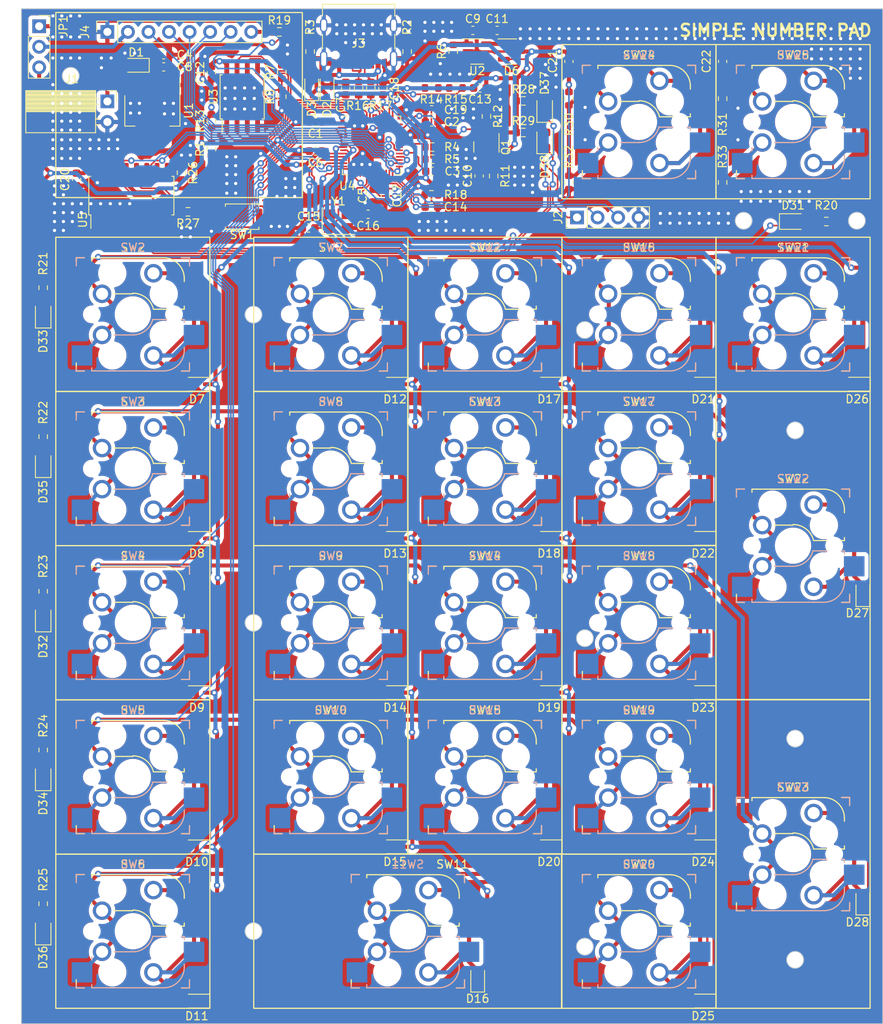
<source format=kicad_pcb>
(kicad_pcb (version 20221018) (generator pcbnew)
  (layers (0 "F.Cu" signal) (31 "B.Cu" signal) (34 "B.Paste" user) (35 "F.Paste" user) (36 "B.SilkS" user "B.Silkscreen") (37 "F.SilkS" user "F.Silkscreen") (38 "B.Mask" user) (39 "F.Mask" user) (44 "Edge.Cuts" user))
  (net 0 "")
  (net 1 "+3V3")
  (net 2 "GND")
  (net 3 "+BATT")
  (net 4 "BAT_5V")
  (net 5 "+5V")
  (net 6 "Net-(Q1-D)")
  (net 7 "Net-(U2-VOUT)")
  (net 8 "/MCU/ADC_AVDD")
  (net 9 "RUN")
  (net 10 "Net-(U4-XIN)")
  (net 11 "Net-(U4-XOUT)")
  (net 12 "+1V1")
  (net 13 "GP13")
  (net 14 "GP22")
  (net 15 "Net-(D1-A)")
  (net 16 "VBUS")
  (net 17 "SWD_3V3")
  (net 18 "GP9")
  (net 19 "Net-(D7-A)")
  (net 20 "Net-(D8-A)")
  (net 21 "Net-(D9-A)")
  (net 22 "Net-(D10-A)")
  (net 23 "Net-(D11-A)")
  (net 24 "GP8")
  (net 25 "Net-(D12-A)")
  (net 26 "Net-(D13-A)")
  (net 27 "Net-(D14-A)")
  (net 28 "Net-(D15-A)")
  (net 29 "Net-(D16-A)")
  (net 30 "GP7")
  (net 31 "Net-(D17-A)")
  (net 32 "Net-(D18-A)")
  (net 33 "Net-(D19-A)")
  (net 34 "Net-(D20-A)")
  (net 35 "Net-(D21-A)")
  (net 36 "GP6")
  (net 37 "Net-(D22-A)")
  (net 38 "Net-(D23-A)")
  (net 39 "Net-(D24-A)")
  (net 40 "Net-(D25-A)")
  (net 41 "Net-(D26-A)")
  (net 42 "GP5")
  (net 43 "Net-(D27-A)")
  (net 44 "Net-(D28-A)")
  (net 45 "Net-(D31-K)")
  (net 46 "Net-(D31-A)")
  (net 47 "Net-(D32-K)")
  (net 48 "Net-(D32-A)")
  (net 49 "Net-(D33-K)")
  (net 50 "Net-(D33-A)")
  (net 51 "Net-(D34-K)")
  (net 52 "Net-(D34-A)")
  (net 53 "Net-(D35-K)")
  (net 54 "Net-(D35-A)")
  (net 55 "Net-(D36-K)")
  (net 56 "Net-(D36-A)")
  (net 57 "Net-(D37-K)")
  (net 58 "Net-(D37-A)")
  (net 59 "Net-(D38-K)")
  (net 60 "Net-(D38-A)")
  (net 61 "SWD_CLK")
  (net 62 "SWD_DIO")
  (net 63 "Net-(J3-CC1)")
  (net 64 "/MCU/USB_DP")
  (net 65 "/MCU/USB_DM")
  (net 67 "Net-(J3-CC2)")
  (net 69 "/TFT_ST7735/TFT_VCC")
  (net 70 "GP18")
  (net 71 "GP19")
  (net 72 "GP21")
  (net 73 "GP20")
  (net 74 "GP17")
  (net 75 "/TFT_ST7735/TFT_BLK")
  (net 76 "GP14")
  (net 77 "GP15")
  (net 78 "GP26")
  (net 79 "GP27")
  (net 80 "/MCU/GPIO29_ADC3")
  (net 81 "/MCU/QSPI_SS")
  (net 82 "Net-(R1-Pad2)")
  (net 83 "/MCU/GPIO24")
  (net 84 "Net-(U2-CE)")
  (net 85 "/MCU/GPIO22")
  (net 86 "/MCU/GPIO25")
  (net 87 "/MCU/GPIO23{slash}BD")
  (net 88 "/MCU/ADC_VREF")
  (net 89 "Net-(U4-USB_DP)")
  (net 90 "Net-(U4-USB_DM)")
  (net 91 "GP28")
  (net 92 "Net-(U5-~{SRCLR})")
  (net 93 "Net-(U5-~{OE})")
  (net 94 "Net-(R30-Pad2)")
  (net 95 "Net-(R31-Pad2)")
  (net 96 "GP0")
  (net 97 "GP1")
  (net 98 "GP2")
  (net 99 "GP3")
  (net 100 "GP4")
  (net 102 "/MCU/QSPI_SD1")
  (net 103 "/MCU/QSPI_SD2")
  (net 104 "/MCU/QSPI_SD0")
  (net 105 "/MCU/QSPI_SCLK")
  (net 106 "/MCU/QSPI_SD3")
  (net 107 "GP10")
  (net 108 "GP11")
  (net 109 "GP12")
  (net 110 "GP16")
  (footprint "Diode_SMD:D_SOD-323" (layer "F.Cu") (at 103.54 130.24 180)
    (fp_text reference "D20")
    (fp_text value "1N4148WS" hide)
  )
  (footprint "Keyboard_SW:Kailh_socket_MX_optional_reversible" (layer "F.Cu") (at 52.09 83.52)
    (fp_text reference "SW3")
    (fp_text value "~")
  )
  (footprint "Diode_SMD:D_SOD-323" (layer "F.Cu") (at 60 92.15 180)
    (fp_text reference "D8")
    (fp_text value "1N4148WS" hide)
  )
  (footprint "Resistor_SMD:R_0603_1608Metric" (layer "F.Cu") (at 96.7 47.375 -90)
    (fp_text reference "R11")
    (fp_text value "200k")
  )
  (footprint "Keyboard_SW:Kailh_socket_MX_optional_reversible" (layer "F.Cu") (at 95.61 102.57)
    (fp_text reference "SW14")
    (fp_text value "~")
  )
  (footprint "Resistor_SMD:R_0603_1608Metric" (layer "F.Cu") (at 41 79.575 -90)
    (fp_text reference "R22")
    (fp_text value "1k")
  )
  (footprint "Keyboard_SW:Kailh_socket_MX_optional_reversible" (layer "F.Cu") (at 52.09 140.67)
    (fp_text reference "SW6")
    (fp_text value "~")
  )
  (footprint "Keyboard_SW:Kailh_socket_MX_optional_reversible" (layer "F.Cu") (at 76.56 83.52)
    (fp_text reference "SW8")
    (fp_text value "~")
  )
  (footprint "Diode_SMD:D_SOD-323" (layer "F.Cu") (at 74.2 36.45 90)
    (fp_text reference "D3")
    (fp_text value "1N5819WS" hide)
  )
  (footprint "Capacitor_SMD:C_0603_1608Metric" (layer "F.Cu") (at 95 36.5 180)
    (fp_text reference "C13")
    (fp_text value "2.2uF")
  )
  (footprint "Connector_USB:USB_C_Receptacle_Palconn_UTC16-G" (layer "F.Cu") (at 80 31 180)
    (fp_text reference "J3")
    (fp_text value "USB_C_Receptacle_USB2.0" hide)
  )
  (footprint "Resistor_SMD:R_0603_1608Metric" (layer "F.Cu") (at 58.9 51.8 180)
    (fp_text reference "R27")
    (fp_text value "10k")
  )
  (footprint "Capacitor_SMD:C_0603_1608Metric" (layer "F.Cu") (at 89.025 40.7)
    (fp_text reference "C2")
    (fp_text value "100nF")
  )
  (footprint "Keyboard_SW:Kailh_socket_MX_optional_reversible" (layer "F.Cu") (at 114.66 83.52)
    (fp_text reference "SW17")
    (fp_text value "~")
  )
  (footprint "Capacitor_SMD:C_0603_1608Metric" (layer "F.Cu") (at 125 33.225 90)
    (fp_text reference "C22")
    (fp_text value "100nF")
  )
  (footprint "Diode_SMD:D_SOD-323" (layer "F.Cu") (at 84.5 92.146666 180)
    (fp_text reference "D13")
    (fp_text value "1N4148WS" hide)
  )
  (footprint "Connector_PinSocket_2.54mm:PinSocket_1x03_P2.54mm_Vertical" (layer "F.Cu") (at 40.5 28.875)
    (fp_text reference "JP1")
    (fp_text value "TFT_VCC_SEL")
  )
  (footprint "Package_SO:SOIC-8_5.23x5.23mm_P1.27mm" (layer "F.Cu") (at 65.6 37.6 90)
    (fp_text reference "U3")
    (fp_text value "W25Q128JVSS")
  )
  (footprint "Resistor_SMD:R_0603_1608Metric" (layer "F.Cu") (at 95.8 40.0125 -90)
    (fp_text reference "R12")
    (fp_text value "100k")
  )
  (footprint "Resistor_SMD:R_0603_1608Metric" (layer "F.Cu") (at 100.375 38.1)
    (fp_text reference "R28")
    (fp_text value "1k")
  )
  (footprint "Capacitor_SMD:C_0603_1608Metric" (layer "F.Cu") (at 94.9 47.375 90)
    (fp_text reference "C10")
    (fp_text value "1nF")
  )
  (footprint "Capacitor_SMD:C_0603_1608Metric" (layer "F.Cu") (at 55.9 32.4)
    (fp_text reference "C4")
    (fp_text value "10uF")
  )
  (footprint "Capacitor_SMD:C_0603_1608Metric" (layer "F.Cu") (at 78.4 36.575 90)
    (fp_text reference "C7")
    (fp_text value "100nF")
  )
  (footprint "Resistor_SMD:R_0603_1608Metric" (layer "F.Cu") (at 86 32 -90)
    (fp_text reference "R2")
    (fp_text value "5.1k")
  )
  (footprint "Resistor_SMD:R_0603_1608Metric" (layer "F.Cu") (at 125 37.825 -90)
    (fp_text reference "R31")
    (fp_text value "10k")
  )
  (footprint "Diode_SMD:D_SOD-323" (layer "F.Cu") (at 60 149.3 180)
    (fp_text reference "D11")
    (fp_text value "1N4148WS" hide)
  )
  (footprint "Keyboard_SW:Kailh_socket_MX_optional_reversible" (layer "F.Cu") (at 95.61 83.52)
    (fp_text reference "SW13")
    (fp_text value "~")
  )
  (footprint "Diode_SMD:D_SOD-323" (layer "F.Cu") (at 142.34 98.95 90)
    (fp_text reference "D27")
    (fp_text value "1N4148WS" hide)
  )
  (footprint "Package_TO_SOT_SMD:SOT-23" (layer "F.Cu") (at 95.8 43.8 -90)
    (fp_text reference "Q1")
    (fp_text value "2N7002")
  )
  (footprint "Diode_SMD:D_SOD-323" (layer "F.Cu") (at 84.5 111.193332 180)
    (fp_text reference "D14")
    (fp_text value "1N4148WS" hide)
  )
  (footprint "LED_SMD:LED_0805_2012Metric" (layer "F.Cu") (at 41 82.9375 90)
    (fp_text reference "D35")
    (fp_text value "LED")
  )
  (footprint "Resistor_SMD:R_0603_1608Metric" (layer "F.Cu") (at 81.5 36.575 -90)
    (fp_text reference "R17")
    (fp_text value "6.8")
  )
  (footprint "Capacitor_SMD:C_0603_1608Metric" (layer "F.Cu") (at 74.675 40.7 180)
    (fp_text reference "C1")
    (fp_text value "100nF")
  )
  (footprint "Resistor_SMD:R_0603_1608Metric" (layer "F.Cu") (at 41 118.275 -90)
    (fp_text reference "R24")
    (fp_text value "1k")
  )
  (footprint "Resistor_SMD:R_0603_1608Metric" (layer "F.Cu") (at 61.8 40.6 -90)
    (fp_text reference "R13")
    (fp_text value "10k")
  )
  (footprint "Resistor_SMD:R_0603_1608Metric" (layer "F.Cu") (at 125 48.175 90)
    (fp_text reference "R33")
    (fp_text value "100k")
  )
  (footprint "Resistor_SMD:R_0603_1608Metric" (layer "F.Cu") (at 80 36.575 -90)
    (fp_text reference "R16")
    (fp_text value "6.8")
  )
  (footprint "Keyboard_SW:Kailh_socket_MX_optional_reversible" (layer "F.Cu") (at 95.61 121.62)
    (fp_text reference "SW15")
    (fp_text value "~")
  )
  (footprint "Package_TO_SOT_SMD:SOT-23-5" (layer "F.Cu") (at 94.6625 32)
    (fp_text reference "U2")
    (fp_text value "XC6220B331MR")
  )
  (footprint "Keyboard_SW:Kailh_socket_MX_optional_reversible" (layer "F.Cu") (at 133.71 93.045)
    (fp_text reference "SW22")
    (fp_text value "~")
  )
  (footprint "LED_SMD:LED_0805_2012Metric" (layer "F.Cu") (at 41 102 90)
    (fp_text reference "D32")
    (fp_text value "LED")
  )
  (footprint "Package_TO_SOT_SMD:SOT-223-3_TabPin2" (layer "F.Cu") (at 54.5 39.3 -90)
    (fp_text reference "U1")
    (fp_text value "AMS1117-5.0")
  )
  (footprint "Diode_SMD:D_SOD-323" (layer "F.Cu") (at 122.59 73.09 180)
    (fp_text reference "D21")
    (fp_text value "1N4148WS" hide)
  )
  (footprint "Diode_SMD:D_SOD-323" (layer "F.Cu") (at 60 73.1 180)
    (fp_text reference "D7")
    (fp_text value "1N4148WS" hide)
  )
  (footprint "Keyboard_SW:Kailh_socket_MX_optional_reversible" (layer "F.Cu") (at 86.085 140.67)
    (fp_text reference "SW11")
    (fp_text value "~")
  )
  (footprint "Diode_SMD:D_SOD-323" (layer "F.Cu") (at 103.54 73.09 180)
    (fp_text reference "D17")
    (fp_text value "1N4148WS" hide)
  )
  (footprint "Resistor_SMD:R_0603_1608Metric" (layer "F.Cu") (at 106 37.825 -90)
    (fp_text reference "R30")
    (fp_text value "10k")
  )
  (footprint "Diode_SMD:D_SOD-323" (layer "F.Cu") (at 122.59 149.29 180)
    (fp_text reference "D25")
    (fp_text value "1N4148WS" hide)
  )
  (footprint "Keyboard_SW:Kailh_socket_MX_optional_reversible" (layer "F.Cu") (at 95.61 64.47)
    (fp_text reference "SW12")
    (fp_text value "~")
  )
  (footprint "Resistor_SMD:R_0603_1608Metric" (layer "F.Cu") (at 58.1 46.975 -90)
    (fp_text reference "R26")
    (fp_text value "10k")
  )
  (footprint "LED_SMD:LED_0805_2012Metric" (layer "F.Cu") (at 103 39.0625 90)
    (fp_text reference "D37")
    (fp_text value "LED")
  )
  (footprint "Diode_SMD:D_SOD-323" (layer "F.Cu") (at 103.54 92.14 180)
    (fp_text reference "D18")
    (fp_text value "1N4148WS" hide)
  )
  (footprint "Diode_SMD:D_SOD-323" (layer "F.Cu") (at 76.1 36.45 90)
    (fp_text reference "D2")
    (fp_text value "1N5819WS" hide)
  )
  (footprint "Capacitor_SMD:C_0603_1608Metric" (layer "F.Cu") (at 74.675 44.3 180)
    (fp_text reference "C6")
    (fp_text value "100nF")
  )
  (footprint "Resistor_SMD:R_0603_1608Metric" (layer "F.Cu") (at 89.025 36.5)
    (fp_text reference "R14")
    (fp_text value "200")
  )
  (footprint "Diode_SMD:D_SOD-323" (layer "F.Cu") (at 60 111.2 180)
    (fp_text reference "D9")
    (fp_text value "1N4148WS" hide)
  )
  (footprint "Capacitor_SMD:C_0603_1608Metric" (layer "F.Cu") (at 73.825 53.8)
    (fp_text reference "C15")
    (fp_text value "26pF")
  )
  (footprint "Capacitor_SMD:C_0603_1608Metric" (layer "F.Cu") (at 89 51.2)
    (fp_text reference "C14")
    (fp_text value "100nF")
  )
  (footprint "LED_SMD:LED_0805_2012Metric" (layer "F.Cu") (at 41 64.47 90)
    (fp_text reference "D33")
    (fp_text value "LED")
  )
  (footprint "Resistor_SMD:R_0603_1608Metric" (layer "F.Cu") (at 70.2 29.575)
    (fp_text reference "R19")
    (fp_text value "100")
  )
  (footprint "Resistor_SMD:R_0603_1608Metric" (layer "F.Cu") (at 100.375 42)
    (fp_text reference "R29")
    (fp_text value "1k")
  )
  (footprint "Resistor_SMD:R_0603_1608Metric" (layer "F.Cu") (at 61.8 44.025 -90)
    (fp_text reference "R1")
    (fp_text value "10k")
  )
  (footprint "Diode_SMD:D_SOD-323" (layer "F.Cu") (at 94.72 146.57 90)
    (fp_text reference "D16")
    (fp_text value "1N4148WS" hide)
  )
  (footprint "Keyboard_SW:Kailh_socket_MX_optional_reversible" (layer "F.Cu") (at 52.09 102.57)
    (fp_text reference "SW4")
    (fp_text value "~")
  )
  (footprint "Package_SO:SOP-16_4.55x10.3mm_P1.27mm" (layer "F.Cu") (at 51.9 49.8 90)
    (fp_text reference "U5")
    (fp_text value "74HC595")
  )
  (footprint "Keyboard_SW:Kailh_socket_MX_optional_reversible" (layer "F.Cu") (at 52.09 121.62)
    (fp_text reference "SW5")
    (fp_text value "~")
  )
  (footprint "Resistor_SMD:R_0603_1608Metric" (layer "F.Cu") (at 137.825 53 180)
    (fp_text reference "R20")
    (fp_text value "1k")
  )
  (footprint "Capacitor_SMD:C_0603_1608Metric" (layer "F.Cu") (at 83 36.575 -90)
    (fp_text reference "C18")
    (fp_text value "2.2uF")
  )
  (footprint "Resistor_SMD:R_0603_1608Metric" (layer "F.Cu") (at 70.5 34.525 90)
    (fp_text reference "R7")
    (fp_text value "5.6k")
  )
  (footprint "Keyboard_SW:Kailh_socket_MX_optional_reversible" (layer "F.Cu") (at 114.66 121.62)
    (fp_text reference "SW19")
    (fp_text value "~")
  )
  (footprint "Button_Switch_SMD:SW_Push_SPST_NO_Alps_SKRK" (layer "F.Cu") (at 65.6 52.4 180)
    (fp_text reference "SW1")
    (fp_text value "SW_Push")
  )
  (footprint "LED_SMD:LED_0805_2012Metric" (layer "F.Cu") (at 103 42.9375 90)
    (fp_text reference "D38")
    (fp_text value "LED")
  )
  (footprint "Keyboard_SW:Kailh_socket_MX_optional_reversible" (layer "F.Cu") (at 114.66 102.57)
    (fp_text reference "SW18")
    (fp_text value "~")
  )
  (footprint "Capacitor_SMD:C_0603_1608Metric" (layer "F.Cu") (at 89.025 39.2)
    (fp_text reference "C19")
    (fp_text value "2.2uF")
  )
  (footprint "Resistor_SMD:R_0603_1608Metric" (layer "F.Cu") (at 70.5 37.575 90)
    (fp_text reference "R8")
    (fp_text value "10k")
  )
  (footprint "Diode_SMD:D_SOD-323" (layer "F.Cu") (at 122.59 130.24 180)
    (fp_text reference "D24")
    (fp_text value "1N4148WS" hide)
  )
  (footprint "Diode_SMD:D_SOD-323" (layer "F.Cu") (at 60 130.25 180)
    (fp_text reference "D10")
    (fp_text value "1N4148WS" hide)
  )
  (footprint "Connector_PinSocket_2.54mm:PinSocket_1x08_P2.54mm_Vertical" (layer "F.Cu") (at 48.94 29.575 90)
    (fp_text reference "J4")
    (fp_text value "TFT_LCD")
  )
  (footprint "Diode_SMD:D_SOD-323" (layer "F.Cu") (at 122.59 111.19 180)
    (fp_text reference "D23")
    (fp_text value "1N4148WS" hide)
  )
  (footprint "Diode_SMD:D_SOD-323" (layer "F.Cu") (at 52.5 33.7 180)
    (fp_text reference "D1")
    (fp_text value "1N5819WS")
  )
  (footprint "Diode_SMD:D_SOD-323" (layer "F.Cu") (at 84.5 130.24 180)
    (fp_text reference "D15")
    (fp_text value "1N4148WS" hide)
  )
  (footprint "Keyboard_SW:Kailh_socket_MX_optional_reversible" (layer "F.Cu") (at 76.56 102.57)
    (fp_text reference "SW9")
    (fp_text value "~")
  )
  (footprint "Resistor_SMD:R_0603_1608Metric" (layer "F.Cu") (at 41 61.175 -90)
    (fp_text reference "R21")
    (fp_text value "1k")
  )
  (footprint "Crystal:Crystal_SMD_3225-4Pin_3.2x2.5mm" (layer "F.Cu") (at 77.5 52.95)
    (fp_text reference "Y1")
    (fp_text value "12MHz")
  )
  (footprint "Resistor_SMD:R_0603_1608Metric" (layer "F.Cu") (at 89.075 43.8)
    (fp_text reference "R4")
    (fp_text value "5.6k")
  )
  (footprint "Capacitor_SMD:C_0603_1608Metric" (layer "F.Cu") (at 97.1225 29.39)
    (fp_text reference "C11")
    (fp_text value "10uF")
  )
  (footprint "Diode_SMD:D_SOD-323" (layer "F.Cu") (at 122.59 92.14 180)
    (fp_text reference "D22")
    (fp_text value "1N4148WS" hide)
  )
  (footprint "Keyboard_SW:Kailh_socket_MX_optional_reversible" (layer "F.Cu") (at 76.56 121.62)
    (fp_text reference "SW10")
    (fp_text value "~")
  )
  (footprint "Diode_SMD:D_SOD-323" (layer "F.Cu") (at 141.64 73.09 180)
    (fp_text reference "D26")
    (fp_text value "1N4148WS" hide)
  )
  (footprint "Capacitor_SMD:C_0603_1608Metric" (layer "F.Cu") (at 89.075 46.8)
    (fp_text reference "C3")
    (fp_text value "100nF")
  )
  (footprint "Keyboard_SW:Kailh_socket_MX_optional_reversible" (layer "F.Cu") (at 114.66 140.67)
    (fp_text reference "SW20")
    (fp_text value "~")
  )
  (footprint "Capacitor_SMD:C_0603_1608Metric" (layer "F.Cu") (at 83.3 49.8 90)
    (fp_text reference "C17")
    (fp_text value "2.2uF")
  )
  (footprint "Capacitor_SMD:C_0603_1608Metric" (layer "F.Cu") (at 61.8 34.625 -90)
    (fp_text reference "C12")
    (fp_text value "100nF")
  )
  (footprint "Resistor_SMD:R_0603_1608Metric" (layer "F.Cu") (at 74 32 90)
    (fp_text reference "R3")
    (fp_text value "5.1k")
  )
  (footprint "Package_TO_SOT_SMD:SOT-23" (layer "F.Cu") (at 98.8975 32)
    (fp_text reference "D6")
    (fp_text value "BAT54C")
  )
  (footprint "LED_SMD:LED_0805_2012Metric" (layer "F.Cu") (at 41 121.62 90)
    (fp_text reference "D34")
    (fp_text value "LED")
  )
  (footprint "Capacitor_SMD:C_0603_1608Metric" (layer "F.Cu") (at 94.1225 29.39)
    (fp_text reference "C9")
    (fp_text value "10uF")
  )
  (footprint "Keyboard_SW:Kailh_socket_MX_optional_reversible" (layer "F.Cu") (at 52.09 64.47)
    (fp_text reference "SW2")
    (fp_text value "~")
  )
  (footprint "Capacitor_SMD:C_0603_1608Metric" (layer "F.Cu") (at 45.125 47.8 90)
    (fp_text reference "C20")
    (fp_text value "100nF")
  )
  (footprint "Resistor_SMD:R_0603_1608Metric" (layer "F.Cu") (at 92.025 36.5)
    (fp_text reference "R15")
    (fp_text value "1")
  )
  (footprint "Keyboard_SW:Kailh_socket_MX_optional_reversible" (layer "F.Cu") (at 114.66 40.7)
    (fp_text reference "SW24")
    (fp_text value "~")
  )
  (footprint "Resistor_SMD:R_0603_1608Metric" (layer "F.Cu") (at 106 48.175 90)
    (fp_text reference "R32")
    (fp_text value "100k")
  )
  (footprint "Capacitor_SMD:C_0603_1608Metric" (layer "F.Cu") (at 106 33.225 90)
    (fp_text reference "C21")
    (fp_text value "100nF")
  )
  (footprint "Resistor_SMD:R_0603_1608Metric" (layer "F.Cu") (at 89 49.7)
    (fp_text reference "R18")
    (fp_text value "10k")
  )
  (footprint "Resistor_SMD:R_0603_1608Metric" (layer "F.Cu") (at 91.6975 32 90)
    (fp_text reference "R6")
    (fp_text value "100k")
  )
  (footprint "Capacitor_SMD:C_0603_1608Metric" (layer "F.Cu") (at 55.9 33.9)
    (fp_text reference "C8")
    (fp_text value "10uF")
  )
  (footprint "Capacitor_SMD:C_0603_1608Metric" (layer "F.Cu") (at 81.175 52.1 180)
    (fp_text reference "C16")
    (fp_text value "26pF")
  )
  (footprint "Capacitor_SMD:C_0603_1608Metric" (layer "F.Cu") (at 81.8 49.8 -90)
    (fp_text reference "C5")
    (fp_text value "100nF")
  )
  (footprint "Resistor_SMD:R_0603_1608Metric" (layer "F.Cu") (at 89.075 45.3 180)
    (fp_text reference "R5")
    (fp_text value "10k")
  )
  (footprint "Resistor_SMD:R_0603_1608Metric" (layer "F.Cu") (at 41 137.275 -90)
    (fp_text reference "R25")
    (fp_text value "1k")
  )
  (footprint "Keyboard_SW:Kailh_socket_MX_optional_reversible" (layer "F.Cu") (at 76.56 64.47)
    (fp_text reference "SW7")
    (fp_text value "~")
  )
  (footprint "LED_SMD:LED_0805_2012Metric" (layer "F.Cu") (at 133.71 53)
    (fp_text reference "D31")
    (fp_text value "LED")
  )
  (footprint "Diode_SMD:D_SOD-323" (layer "F.Cu") (at 142.34 137.0475 90)
    (fp_text reference "D28")
    (fp_text value "1N4148WS" hide)
  )
  (footprint "Package_DFN_QFN:QFN-56-1EP_7x7mm_P0.4mm_EP3.2x3.2mm" (layer "F.Cu") (at 81.6 43.6)
    (fp_text reference "U4")
    (fp_text value "RP2040")
  )
  (footprint "Resistor_SMD:R_0603_1608Metric" (layer "F.Cu") (at 41 98.675 -90)
    (fp_text reference "R23")
    (fp_text value "1k")
  )
  (footprint "Keyboard_SW:Kailh_socket_MX_optional_reversible" (layer "F.Cu") (at 133.71 131.145)
    (fp_text reference "SW23")
    (fp_text value "~")
  )
  (footprint "Connector_PinHeader_2.54mm:PinHeader_1x04_P2.54mm_Vertical" (layer "F.Cu") (at 107 52.5 90)
    (fp_text reference "J2")
    (fp_text value "SWD")
  )
  (footprint "Keyboard_SW:Kailh_socket_MX_optional_reversible" (layer "F.Cu") (at 133.71 64.47)
    (fp_text reference "SW21")
    (fp_text value "~")
  )
  (footprint "Keyboard_SW:Kailh_socket_MX_optional_reversible" (layer "F.Cu") (at 133.71 40.7)
    (fp_text reference "SW25")
    (fp_text value "~")
  )
  (footprint "Diode_SMD:D_SOD-323" (layer "F.Cu") (at 103.54 111.19 180)
    (fp_text reference "D19")
    (fp_text value "1N4148WS" hide)
  )
  (footprint "LED_SMD:LED_0805_2012Metric" (layer "F.Cu") (at 41 140.67 90)
    (fp_text reference "D36")
    (fp_text value "LED")
  )
  (footprint "Keyboard_SW:Kailh_socket_MX_optional_reversible" (layer "F.Cu") (at 114.66 64.47)
    (fp_text reference "SW16")
    (fp_text value "~")
  )
  (footprint "Connector_PinSocket_2.54mm:PinSocket_1x02_P2.54mm_Horizontal" (layer "F.Cu") (at 48.94 38.16)
    (fp_text reference "J1")
    (fp_text value "BAT_9V")
  )
  (footprint "Diode_SMD:D_SOD-323" (layer "F.Cu") (at 84.5 73.1 180)
    (fp_text reference "D12")
    (fp_text value "1N4148WS" hide)
  )
  (gr_rect (start 86.085 54.94) (end 105.135 73.99) (stroke (width 0.15)) (fill none) (layer "F.SilkS"))
  (gr_rect (start 67.035 93.04) (end 86.085 112.09) (stroke (width 0.15)) (fill none) (layer "F.SilkS"))
  (gr_rect (start 42.56 54.94) (end 61.61 73.99) (stroke (width 0.15)) (fill none) (layer "F.SilkS"))
  (gr_rect (start 86.085 93.04) (end 105.135 112.09) (stroke (width 0.15)) (fill none) (layer "F.SilkS"))
  (gr_rect (start 124.185 54.94) (end 143.235 73.99) (stroke (width 0.15)) (fill none) (layer "F.SilkS"))
  (gr_rect (start 86.085 112.09) (end 105.135 131.14) (stroke (width 0.15)) (fill none) (layer "F.SilkS"))
  (gr_rect (start 105.135 112.09) (end 124.185 131.14) (stroke (width 0.15)) (fill none) (layer "F.SilkS"))
  (gr_rect (start 67.035 131.14) (end 105.085 150.19) (stroke (width 0.15)) (fill none) (layer "F.SilkS"))
  (gr_rect (start 105.135 131.14) (end 124.185 150.19) (stroke (width 0.15)) (fill none) (layer "F.SilkS"))
  (gr_rect (start 42.56 112.09) (end 61.61 131.14) (stroke (width 0.15)) (fill none) (layer "F.SilkS"))
  (gr_rect (start 105.135 73.99) (end 124.185 93.04) (stroke (width 0.15)) (fill none) (layer "F.SilkS"))
  (gr_rect (start 124.185 31.14) (end 143.235 50.19) (stroke (width 0.15)) (fill none) (layer "F.SilkS"))
  (gr_rect (start 67.035 73.99) (end 86.085 93.04) (stroke (width 0.15)) (fill none) (layer "F.SilkS"))
  (gr_rect (start 67.035 112.09) (end 86.085 131.14) (stroke (width 0.15)) (fill none) (layer "F.SilkS"))
  (gr_rect (start 42.56 27.18) (end 73.04 50.04) (stroke (width 0.15)) (fill none) (layer "F.SilkS"))
  (gr_rect (start 105.135 93.04) (end 124.185 112.09) (stroke (width 0.15)) (fill none) (layer "F.SilkS"))
  (gr_rect (start 124.185 112.09) (end 143.235 150.19) (stroke (width 0.15)) (fill none) (layer "F.SilkS"))
  (gr_rect (start 42.56 131.14) (end 61.61 150.19) (stroke (width 0.15)) (fill none) (layer "F.SilkS"))
  (gr_rect (start 105.135 31.14) (end 124.185 50.19) (stroke (width 0.15)) (fill none) (layer "F.SilkS"))
  (gr_rect (start 105.135 54.94) (end 124.185 73.99) (stroke (width 0.15)) (fill none) (layer "F.SilkS"))
  (gr_rect (start 67.035 54.94) (end 86.085 73.99) (stroke (width 0.15)) (fill none) (layer "F.SilkS"))
  (gr_rect (start 86.085 73.99) (end 105.135 93.04) (stroke (width 0.15)) (fill none) (layer "F.SilkS"))
  (gr_rect (start 42.56 73.99) (end 61.61 93.04) (stroke (width 0.15)) (fill none) (layer "F.SilkS"))
  (gr_rect (start 124.185 73.99) (end 143.235 112.04) (stroke (width 0.15)) (fill none) (layer "F.SilkS"))
  (gr_rect (start 42.56 93.04) (end 61.61 112.09) (stroke (width 0.15)) (fill none) (layer "F.SilkS"))
  (gr_circle (center 44.4 35) (end 45.3 35.5) (stroke (width 0.1)) (fill none) (layer "Edge.Cuts"))
  (gr_circle (center 133.970437 144.2) (end 134.870437 144.7) (stroke (width 0.1)) (fill none) (layer "Edge.Cuts"))
  (gr_circle (center 67 102.570437) (end 67.9 103.070437) (stroke (width 0.1)) (fill none) (layer "Edge.Cuts"))
  (gr_circle (center 67 64.5) (end 67.9 65) (stroke (width 0.1)) (fill none) (layer "Edge.Cuts"))
  (gr_circle (center 107.970437 66.4) (end 108.870437 66.9) (stroke (width 0.1)) (fill none) (layer "Edge.Cuts"))
  (gr_circle (center 141.6 52.9) (end 142.5 53.4) (stroke (width 0.1)) (fill none) (layer "Edge.Cuts"))
  (gr_circle (center 107.970437 142.570437) (end 108.870437 143.070437) (stroke (width 0.1)) (fill none) (layer "Edge.Cuts"))
  (gr_circle (center 67 140.670437) (end 67.9 141.170437) (stroke (width 0.1)) (fill none) (layer "Edge.Cuts"))
  (gr_circle (center 133.970437 78.8) (end 134.870437 79.3) (stroke (width 0.1)) (fill none) (layer "Edge.Cuts"))
  (gr_circle (center 107.970437 104.470437) (end 108.870437 104.970437) (stroke (width 0.1)) (fill none) (layer "Edge.Cuts"))
  (gr_rect (start 38.3 26.7) (end 144.8 152.1) (stroke (width 0.1)) (fill none) (layer "Edge.Cuts"))
  (gr_circle (center 127.6 52.9) (end 128.5 53.4) (stroke (width 0.1)) (fill none) (layer "Edge.Cuts"))
  (gr_circle (center 133.970437 116.870437) (end 134.870437 117.370437) (stroke (width 0.1)) (fill none) (layer "Edge.Cuts"))
  (gr_text "SIMPLE NUMBER PAD" (at 143.6 29.4) (layer "F.SilkS") (effects (font (size 1.5 1.5) (thickness 0.3) bold) (justify right)))
  (segment (start 141.27 38.16) (end 141.27 43.13) (width 0.5) (layer "F.Cu") (net 1))
  (segment (start 58.4 48.9) (end 59.1 48.2) (width 0.5) (layer "F.Cu") (net 1))
  (segment (start 85.912856 44.502879) (end 86.802879 44.502879) (width 0.2) (layer "F.Cu") (net 1))
  (segment (start 39.8 96.65) (end 39.8 79.95) (width 0.5) (layer "F.Cu") (net 1))
  (segment (start 125 32.45) (end 114.03 32.45) (width 0.5) (layer "F.Cu") (net 1))
  (segment (start 59.1 48.2) (end 59.1 46.7) (width 0.5) (layer "F.Cu") (net 1))
  (segment (start 41 78.75) (end 39.8 77.55) (width 0.5) (layer "F.Cu") (net 1))
  (segment (start 106 32.45) (end 114.03 32.45) (width 0.5) (layer "F.Cu") (net 1))
  (segment (start 88.3 47.6) (end 89.825 49.125) (width 0.5) (layer "F.Cu") (net 1))
  (segment (start 39.8 118.65) (end 41 117.45) (width 0.5) (layer "F.Cu") (net 1))
  (segment (start 99.55 35.85) (end 99.55 35.35) (width 0.5) (layer "F.Cu") (net 1))
  (segment (start 60.720023 34.379977) (end 61.25 33.85) (width 0.5) (layer "F.Cu") (net 1))
  (segment (start 62.8 33.2) (end 63.3 33.2) (width 0.5) (layer "F.Cu") (net 1))
  (segment (start 85.912856 44.502879) (end 85.815735 44.6) (width 0.2) (layer "F.Cu") (net 1))
  (segment (start 119.68 35.62) (end 122.22 38.16) (width 0.5) (layer "F.Cu") (net 1))
  (segment (start 61.8 33.6) (end 62.2 33.2) (width 0.5) (layer "F.Cu") (net 1))
  (segment (start 83.8 37.3745) (end 83.8 40.1625) (width 0.2) (layer "F.Cu") (net 1))
  (segment (start 88.3 47.6) (end 88.3 46.8) (width 0.5) (layer "F.Cu") (net 1))
  (segment (start 89.825 49.125) (end 89.825 49.7) (width 0.5) (layer "F.Cu") (net 1))
  (segment (start 119.62 45.78) (end 117.2 45.78) (width 0.5) (layer "F.Cu") (net 1))
  (segment (start 60.720023 35.4005) (end 60.720023 34.379977) (width 0.5) (layer "F.Cu") (net 1))
  (segment (start 77.4005 37.35) (end 78.4 37.35) (width 0.5) (layer "F.Cu") (net 1))
  (segment (start 105.55 32) (end 106 32.45) (width 0.5) (layer "F.Cu") (net 1))
  (segment (start 138.62 45.78) (end 136.25 45.78) (width 0.5) (layer "F.Cu") (net 1))
  (segment (start 133.08 32.45) (end 136.25 35.62) (width 0.5) (layer "F.Cu") (net 1))
  (segment (start 141.27 43.13) (end 138.62 45.78) (width 0.5) (layer "F.Cu") (net 1))
  (segment (start 39.8 116.25) (end 39.8 99.05) (width 0.5) (layer "F.Cu") (net 1))
  (segment (start 39.8 61.55) (end 41 60.35) (width 0.5) (layer "F.Cu") (net 1))
  (segment (start 99.835 32) (end 101.4 32) (width 0.5) (layer "F.Cu") (net 1))
  (segment (start 39.8 135.25) (end 39.8 118.65) (width 0.5) (layer "F.Cu") (net 1))
  (segment (start 125 32.45) (end 133.08 32.45) (width 0.5) (layer "F.Cu") (net 1))
  (segment (start 88.25 39.2) (end 88.25 40.7) (width 0.5) (layer "F.Cu") (net 1))
  (segment (start 78.1625 44.6) (end 75.75 44.6) (width 0.2) (layer "F.Cu") (net 1))
  (segment (start 99.6 35.3) (end 100.8 34.1) (width 0.5) (layer "F.Cu") (net 1))
  (segment (start 78 40.7) (end 77.8 40.9) (width 0.5) (layer "F.Cu") (net 1))
  (segment (start 97 42) (end 99.55 42) (width 0.5) (layer "F.Cu") (net 1))
  (segment (start 96.75 42.25) (end 97 42) (width 0.5) (layer "F.Cu") (net 1))
  (segment (start 81.8 49.025) (end 81.8 47.0375) (width 0.2) (layer "F.Cu") (net 1))
  (segment (start 60.6 43.3) (end 60.6 40.975) (width 0.5) (layer "F.Cu") (net 1))
  (segment (start 84.505915 49.841564) (end 82.616564 49.841564) (width 0.2) (layer "F.Cu") (net 1))
  (segment (start 41.925 47.025) (end 40.5 45.6) (width 0.5) (layer "F.Cu") (net 1))
  (segment (start 83.8 40.7) (end 83.8 40.1625) (width 0.2) (layer "F.Cu") (net 1))
  (segment (start 57.4 48.9) (end 58.4 48.9) (width 0.5) (layer "F.Cu") (net 1))
  (segment (start 83.9745 37.2) (end 85.111161 37.2) (width 0.5) (layer "F.Cu") (net 1))
  (segment (start 46.55 46.55) (end 46.075 47.025) (width 0.5) (layer "F.Cu") (net 1))
  (segment (start 86.802879 44.502879) (end 87.4 45.1) (width 0.2) (layer "F.Cu") (net 1))
  (segment (start 41 136.45) (end 39.8 135.25) (width 0.5) (layer "F.Cu") (net 1))
  (segment (start 86 36.538298) (end 88.161702 36.538298) (width 0.5) (layer "F.Cu") (net 1))
  (segment (start 61.8 39.775) (end 61.8 38.9) (width 0.5) (layer "F.Cu") (net 1))
  (segment (start 62.2 33.2) (end 62.8 33.2) (width 0.5) (layer "F.Cu") (net 1))
  (segment (start 99.55 38.1) (end 99.55 42) (width 0.5) (layer "F.Cu") (net 1))
  (segment (start 78.1625 41) (end 75.75 41) (width 0.2) (layer "F.Cu") (net 1))
  (segment (start 122.22 43.18) (end 119.62 45.78) (width 0.5) (layer "F.Cu") (net 1))
  (segment (start 138.65 45.81) (end 138.62 45.78) (width 0.2) (layer "F.Cu") (net 1))
  (segment (start 138.65 53) (end 138.65 45.81) (width 0.2) (layer "F.Cu") (net 1))
  (segment (start 114.03 32.45) (end 117.2 35.62) (width 0.5) (layer "F.Cu") (net 1))
  (segment (start 87.111161 39.2) (end 88.25 39.2) (width 0.5) (layer "F.Cu") (net 1))
  (segment (start 96.75 42.8625) (end 96.75 42.25) (width 0.5) (layer "F.Cu") (net 1))
  (segment (start 88.161702 36.538298) (end 88.2 36.5) (width 0.5) (layer "F.Cu") (net 1))
  (segment (start 41 97.85) (end 39.8 96.65) (width 0.5) (layer "F.Cu") (net 1))
  (segment (start 41.925 47.025) (end 45.125 47.025) (width 0.5) (layer "F.Cu") (net 1))
  (segment (start 85.111161 37.2) (end 87.111161 39.2) (width 0.5) (layer "F.Cu") (net 1))
  (segment (start 96.9505 35.3) (end 99.6 35.3) (width 0.5) (layer "F.Cu") (net 1))
  (segment (start 75.75 41) (end 75.45 40.7) (width 0.2) (layer "F.Cu") (net 1))
  (segment (start 59.05 46.15) (end 58.1 46.15) (width 0.5) (layer "F.Cu") (net 1))
  (segment (start 83.9745 37.2) (end 83.8 37.3745) (width 0.2) (layer "F.Cu") (net 1))
  (segment (start 63.3 33.2) (end 63.695 33.595) (width 0.5) (layer "F.Cu") (net 1))
  (segment (start 41.925 47.025) (end 41 47.95) (width 0.5) (layer "F.Cu") (net 1))
  (segment (start 41 117.45) (end 39.8 116.25) (width 0.5) (layer "F.Cu") (net 1))
  (segment (start 85.0375 41) (end 84.1 41) (width 0.2) (layer "F.Cu") (net 1))
  (segment (start 83.8 40.694975) (end 83.8 40.1625) (width 0.2) (layer "F.Cu") (net 1))
  (segment (start 77.35 37.4005) (end 77.4005 37.35) (width 0.5) (layer "F.Cu") (net 1))
  (segment (start 99.55 38.1) (end 99.55 35.85) (width 0.5) (layer "F.Cu") (net 1))
  (segment (start 63.695 33.595) (end 63.695 34) (width 0.5) (layer "F.Cu") (net 1))
  (segment (start 87.4 45.9) (end 88.3 46.8) (width 0.2) (layer "F.Cu") (net 1))
  (segment (start 117.2 35.62) (end 119.68 35.62) (width 0.5) (layer "F.Cu") (net 1))
  (segment (start 138.73 35.62) (end 136.25 35.62) (width 0.5) (layer "F.Cu") (net 1))
  (segment (start 77.8 40.9) (end 75.65 40.9) (width 0.5) (layer "F.Cu") (net 1))
  (segment (start 141.27 38.16) (end 138.73 35.62) (width 0.5) (layer "F.Cu") (net 1))
  (segment (start 41 47.95) (end 41 60.35) (width 0.5) (layer "F.Cu") (net 1))
  (segment (start 59.1 46.2) (end 59.05 46.15) (width 0.5) (layer "F.Cu") (net 1))
  (segment (start 39.8 79.95) (end 41 78.75) (width 0.5) (layer "F.Cu") (net 1))
  (segment (start 78 40.14925) (end 78 40.7) (width 0.5) (layer "F.Cu") (net 1))
  (segment (start 85.815735 44.6) (end 85.0375 44.6) (width 0.2) (layer "F.Cu") (net 1))
  (segment (start 75.65 40.9) (end 75.45 40.7) (width 0.5) (layer "F.Cu") (net 1))
  (segment (start 81.8 39.8625) (end 82.2 39.8625) (width 0.2) (layer "F.Cu") (net 1))
  (segment (start 99.55 35.35) (end 100.8 34.1) (width 0.5) (layer "F.Cu") (net 1))
  (segment (start 122.22 38.16) (end 122.22 43.18) (width 0.5) (layer "F.Cu") (net 1))
  (segment (start 39.8 77.55) (end 39.8 61.55) (width 0.5) (layer "F.Cu") (net 1))
  (segment (start 82.616564 49.841564) (end 81.8 49.025) (width 0.2) (layer "F.Cu") (net 1))
  (segment (start 60.6 40.975) (end 61.8 39.775) (width 0.5) (layer "F.Cu") (net 1))
  (segment (start 40.5 45.6) (end 40.5 33.955) (width 0.5) (layer "F.Cu") (net 1))
  (segment (start 82.405025 40.9) (end 83.594975 40.9) (width 0.2) (layer "F.Cu") (net 1))
  (segment (start 75.188173 44.3) (end 75.45 44.3) (width 0.5) (layer "F.Cu") (net 1))
  (segment (start 73.51391 45.974263) (end 75.188173 44.3) (width 0.5) (layer "F.Cu") (net 1))
  (segment (start 82.2 39.8625) (end 82.2 40.694975) (width 0.2) (layer "F.Cu") (net 1))
  (segment (start 61.8 33.85) (end 61.8 33.6) (width 0.5) (layer "F.Cu") (net 1))
  (segment (start 84.1 41) (end 83.8 40.7) (width 0.2) (layer "F.Cu") (net 1))
  (segment (start 61.25 33.85) (end 61.8 33.85) (width 0.5) (layer "F.Cu") (net 1))
  (segment (start 104.8 32) (end 105.55 32) (width 0.5) (layer "F.Cu") (net 1))
  (segment (start 87.4 45.1) (end 87.4 45.9) (width 0.2) (layer "F.Cu") (net 1))
  (segment (start 82.2 40.694975) (end 82.405025 40.9) (width 0.2) (layer "F.Cu") (net 1))
  (segment (start 83.594975 40.9) (end 83.8 40.694975) (width 0.2) (layer "F.Cu") (net 1))
  (segment (start 75.75 44.6) (end 75.45 44.3) (width 0.2) (layer "F.Cu") (net 1))
  (segment (start 39.8 99.05) (end 41 97.85) (width 0.5) (layer "F.Cu") (net 1))
  (segment (start 46.075 47.025) (end 45.125 47.025) (width 0.5) (layer "F.Cu") (net 1))
  (segment (start 72.3 45.974263) (end 73.51391 45.974263) (width 0.5) (layer "F.Cu") (net 1))
  (segment (start 47.455 46.55) (end 46.55 46.55) (width 0.5) (layer "F.Cu") (net 1))
  (segment (start 77.95025 40.0995) (end 78 40.14925) (width 0.5) (layer "F.Cu") (net 1))
  (segment (start 59.1 46.7) (end 59.1 46.2) (width 0.5) (layer "F.Cu") (net 1))
  (via (at 61.8 38.9) (size 0.8) (drill 0.4) (layers "F.Cu" "B.Cu") (net 1))
  (via (at 72.3 45.974263) (size 0.8) (drill 0.4) (layers "F.Cu" "B.Cu") (net 1))
  (via (at 84.505915 49.841564) (size 0.8) (drill 0.4) (layers "F.Cu" "B.Cu") (net 1))
  (via (at 88.3 47.6) (size 0.8) (drill 0.4) (layers "F.Cu" "B.Cu") (net 1))
  (via (at 86 36.538298) (size 0.8) (drill 0.4) (layers "F.Cu" "B.Cu") (net 1))
  (via (at 77.95025 40.0995) (size 0.8) (drill 0.4) (layers "F.Cu" "B.Cu") (net 1))
  (via (at 77.35 37.4005) (size 0.8) (drill 0.4) (layers "F.Cu" "B.Cu") (net 1))
  (via (at 101.4 32) (size 0.8) (drill 0.4) (layers "F.Cu" "B.Cu") (net 1))
  (via (at 60.6 43.3) (size 0.8) (drill 0.4) (layers "F.Cu" "B.Cu") (net 1))
  (via (at 100.8 34.1) (size 0.8) (drill 0.4) (layers "F.Cu" "B.Cu") (net 1))
  (via (at 62.8 33.2) (size 0.8) (drill 0.4) (layers "F.Cu" "B.Cu") (net 1))
  (via (at 57.4 48.9) (size 0.8) (drill 0.4) (layers "F.Cu" "B.Cu") (net 1))
  (via (at 60.720023 35.4005) (size 0.8) (drill 0.4) (layers "F.Cu" "B.Cu") (net 1))
  (via (at 104.8 32) (size 0.8) (drill 0.4) (layers "F.Cu" "B.Cu") (net 1))
  (via (at 41.925 47.025) (size 0.8) (drill 0.4) (layers "F.Cu" "B.Cu") (net 1))
  (via (at 96.9505 35.3) (size 0.8) (drill 0.4) (layers "F.Cu" "B.Cu") (net 1))
  (via (at 83.9745 37.2) (size 0.8) (drill 0.4) (layers "F.Cu" "B.Cu") (net 1))
  (via (at 85.912856 44.502879) (size 0.8) (drill 0.4) (layers "F.Cu" "B.Cu") (net 1))
  (segment (start 88.3 47.6) (end 87.339339 47.6) (width 0.5) (layer "B.Cu") (net 1))
  (segment (start 60.6 43.3) (end 60.65 43.35) (width 0.5) (layer "B.Cu") (net 1))
  (segment (start 94.111702 36.538298) (end 95.35 35.3) (width 0.5) (layer "B.Cu") (net 1))
  (segment (start 87.8 42.8) (end 87.8 42.2) (width 0.5) (layer "B.Cu") (net 1))
  (segment (start 77.95025 40.0995) (end 77.95025 40.04975) (width 0.5) (layer "B.Cu") (net 1))
  (segment (start 77.95025 40.04975) (end 77.35 39.4495) (width 0.5) (layer "B.Cu") (net 1))
  (segment (start 60.6 43.3) (end 60.6 45.7) (width 0.5) (layer "B.Cu") (net 1))
  (segment (start 68.38934 43.35) (end 71.013603 45.974263) (width 0.5) (layer "B.Cu") (net 1))
  (segment (start 87.339339 47.6) (end 85.097775 49.841564) (width 0.5) (layer "B.Cu") (net 1))
  (segment (start 100.8 32.6) (end 101.4 32) (width 0.5) (layer "B.Cu") (net 1))
  (segment (start 119.62 45.78) (end 117.2 45.78) (width 0.5) (layer "B.Cu") (net 1))
  (segment (start 77.35 39.4495) (end 77.35 37.4005) (width 0.5) (layer "B.Cu") (net 1))
  (segment (start 95.35 35.3) (end 96.9505 35.3) (width 0.5) (layer "B.Cu") (net 1))
  (segment (start 101.4 32) (end 104.8 32) (width 0.5) (layer "B.Cu") (net 1))
  (segment (start 87.8 42.2) (end 83.9745 38.3745) (width 0.5) (layer "B.Cu") (net 1))
  (segment (start 88.3 43.3) (end 87.8 42.8) (width 0.5) (layer "B.Cu") (net 1))
  (segment (start 77.35 37.4005) (end 77.5505 37.2) (width 0.5) (layer "B.Cu") (net 1))
  (segment (start 57.4 48.9) (end 55.3 48.9) (width 0.5) (layer "B.Cu") (net 1))
  (segment (start 86 36.538298) (end 94.111702 36.538298) (width 0.5) (layer "B.Cu") (net 1))
  (segment (start 86 36.538298) (end 84.636202 36.538298) (width 0.5) (layer "B.Cu") (net 1))
  (segment (start 60.6 45.7) (end 57.4 48.9) (width 0.5) (layer "B.Cu") (net 1))
  (segment (start 60.720023 35.4005) (end 60.8005 35.4005) (width 0.5) (layer "B.Cu") (net 1))
  (segment (start 68.6 33.2) (end 74.8 39.4) (width 0.5) (layer "B.Cu") (net 1))
  (segment (start 71.013603 45.974263) (end 72.3 45.974263) (width 0.5) (layer "B.Cu") (net 1))
  (segment (start 74.8 39.4) (end 77.3005 39.4) (width 0.5) (layer "B.Cu") (net 1))
  (segment (start 47.6 49.5) (end 45.125 47.025) (width 0.5) (layer "B.Cu") (net 1))
  (segment (start 141.27 43.24) (end 141.16 43.24) (width 0.5) (layer "B.Cu") (net 1))
  (segment (start 83.9745 38.3745) (end 83.9745 37.2) (width 0.5) (layer "B.Cu") (net 1))
  (segment (start 141.16 43.24) (end 138.62 45.78) (width 0.5) (layer "B.Cu") (net 1))
  (segment (start 62.8 33.2) (end 68.6 33.2) (width 0.5) (layer "B.Cu") (net 1))
  (segment (start 122.22 43.24) (end 122.16 43.24) (width 0.5) (layer "B.Cu") (net 1))
  (segment (start 45.125 47.025) (end 41.925 47.025) (width 0.5) (layer "B.Cu") (net 1))
  (segment (start 84.636202 36.538298) (end 83.9745 37.2) (width 0.5) (layer "B.Cu") (net 1))
  (segment (start 122.16 43.24) (end 119.62 45.78) (width 0.5) (layer "B.Cu") (net 1))
  (segment (start 60.65 43.35) (end 68.38934 43.35) (width 0.5) (layer "B.Cu") (net 1))
  (segment (start 85.097775 49.841564) (end 84.505915 49.841564) (width 0.5) (layer "B.Cu") (net 1))
  (segment (start 55.3 48.9) (end 54.7 49.5) (width 0.5) (layer "B.Cu") (net 1))
  (segment (start 100.8 34.1) (end 100.8 32.6) (width 0.5) (layer "B.Cu") (net 1))
  (segment (start 77.3005 39.4) (end 77.35 39.4495) (width 0.5) (layer "B.Cu") (net 1))
  (segment (start 61.8 36.4) (end 61.8 38.9) (width 0.5) (layer "B.Cu") (net 1))
  (segment (start 138.62 45.78) (end 136.25 45.78) (width 0.5) (layer "B.Cu") (net 1))
  (segment (start 54.7 49.5) (end 47.6 49.5) (width 0.5) (layer "B.Cu") (net 1))
  (segment (start 60.8005 35.4005) (end 61.8 36.4) (width 0.5) (layer "B.Cu") (net 1))
  (segment (start 77.5505 37.2) (end 83.9745 37.2) (width 0.5) (layer "B.Cu") (net 1))
  (segment (start 88.3 47.6) (end 88.3 43.3) (width 0.5) (layer "B.Cu") (net 1))
  (segment (start 91.5 39.2) (end 89.8 39.2) (width 0.5) (layer "F.Cu") (net 2))
  (segment (start 90.3 51.2) (end 90.7 50.8) (width 0.5) (layer "F.Cu") (net 2))
  (segment (start 80.4 44.7) (end 80.5 44.6) (width 0.5) (layer "F.Cu") (net 2))
  (segment (start 70.5 39.3) (end 70.5 40.1) (width 0.5) (layer "F.Cu") (net 2))
  (segment (start 73.9 40.7) (end 72.232746 40.7) (width 0.5) (layer "F.Cu") (net 2))
  (segment (start 47 40.1) (end 47 33.3) (width 0.5) (layer "F.Cu") (net 2))
  (segment (start 92.8 37.9) (end 91.5 39.2) (width 0.5) (layer "F.Cu") (net 2))
  (segment (start 84.425 32.825) (end 84.32 32.93) (width 0.5) (layer "F.Cu") (net 2))
  (segment (start 47.6 40.7) (end 47 40.1) (width 0.5) (layer "F.Cu") (net 2))
  (segment (start 81.95 50.725) (end 81.95 52.1) (width 0.5) (layer "F.Cu") (net 2))
  (segment (start 95.775 37.6) (end 95.475 37.9) (width 0.5) (layer "F.Cu") (net 2))
  (segment (start 45.125 48.575) (end 47.325 48.575) (width 0.5) (layer "F.Cu") (net 2))
  (segment (start 48.94 31.24) (end 48.94 29.575) (width 0.5) (layer "F.Cu") (net 2))
  (segment (start 81.8 50.575) (end 81.95 50.725) (width 0.5) (layer "F.Cu") (net 2))
  (segment (start 79.6 43.1) (end 81.1 43.1) (width 0.5) (layer "F.Cu") (net 2))
  (segment (start 80.96967 42.96967) (end 81.6 43.6) (width 0.5) (layer "F.Cu") (net 2))
  (segment (start 67.7 53.9) (end 67.7 52.4) (width 0.5) (layer "F.Cu") (net 2))
  (segment (start 73.1 52.7) (end 75.8 52.7) (width 0.5) (layer "F.Cu") (net 2))
  (segment (start 88.55 42.3) (end 86.4 42.3) (width 0.5) (layer "F.Cu") (net 2))
  (segment (start 47.325 48.575) (end 47.7 48.2) (width 0.5) (layer "F.Cu") (net 2))
  (segment (start 56.8 38.1) (end 56.8 36.15) (width 0.5) (layer "F.Cu") (net 2))
  (segment (start 95.775 36.5) (end 95.775 37.6) (width 0.5) (layer "F.Cu") (net 2))
  (segment (start 80.5 41.8) (end 80.5 42) (width 0.5) (layer "F.Cu") (net 2))
  (segment (start 94.9 48.15) (end 93.65 48.15) (width 0.5) (layer "F.Cu") (net 2))
  (segment (start 79.5 43) (end 79.6 43.1) (width 0.5) (layer "F.Cu") (net 2))
  (segment (start 60.7 36.8) (end 60.6 36.9) (width 0.5) (layer "F.Cu") (net 2))
  (segment (start 94.8975 28.2975) (end 94.8975 29.39) (width 0.5) (layer "F.Cu") (net 2))
  (segment (start 86 32.825) (end 87.075 32.825) (width 0.5) (layer "F.Cu") (net 2))
  (segment (start 73.8 44.2) (end 73.9 44.3) (width 0.5) (layer "F.Cu") (net 2))
  (segment (start 79.9 42.5) (end 80 42.5) (width 0.5) (layer "F.Cu") (net 2))
  (segment (start 114.62 50.12) (end 113.5 49) (width 0.2) (layer "F.Cu") (net 2))
  (segment (start 80.8 45.6) (end 81.15 45.95) (width 0.5) (layer "F.Cu") (net 2))
  (segment (start 89.1 45) (end 89.4 45.3) (width 0.5) (layer "F.Cu") (net 2))
  (segment (start 56.675 32.4) (end 56.675 31.975) (width 0.5) (layer "F.Cu") (net 2))
  (segment (start 75.8 52.7) (end 76.4 52.1) (width 0.5) (layer "F.Cu") (net 2))
  (segment (start 79.5 42.1) (end 79.9 42.5) (width 0.5) (layer "F.Cu") (net 2))
  (segment (start 92.7 49.1) (end 90.8 49.1) (width 0.5) (layer "F.Cu") (net 2))
  (segment (start 83.250126 35.549874) (end 83 35.8) (width 0.5) (layer "F.Cu") (net 2))
  (segment (start 89.85 48.15) (end 89.85 46.8) (width 0.5) (layer "F.Cu") (net 2))
  (segment (start 95.475 37.9) (end 92.8 37.9) (width 0.5) (layer "F.Cu") (net 2))
  (segment (start 57.1 39.7) (end 57.1 38.4) (width 0.5) (layer "F.Cu") (net 2))
  (segment (start 70.5 40.1) (end 69.4 41.2) (width 0.5) (layer "F.Cu") (net 2))
  (segment (start 80.8 45.3) (end 80.9 45.4) (width 0.5) (layer "F.Cu") (net 2))
  (segment (start 67.1 39.1) (end 67.1 37.8) (width 0.5) (layer "F.Cu") (net 2))
  (segment (start 67.1 36.5) (end 66 35.4) (width 0.5) (layer "F.Cu") (net 2))
  (segment (start 70.5 38.4) (end 70.5 39.3) (width 0.5) (layer "F.Cu") (net 2))
  (segment (start 75.68 32.93) (end 75.4 33.21) (width 0.5) (layer "F.Cu") (net 2))
  (segment (start 68 52.7) (end 70.3 52.7) (width 0.5) (layer "F.Cu") (net 2))
  (segment (start 83.250126 34.949874) (end 83.250126 33.560126) (width 0.5) (layer "F.Cu") (net 2))
  (segment (start 81.6 45.6) (end 81.6 45.4) (width 0.5) (layer "F.Cu") (net 2))
  (segment (start 79.5 41.181904) (end 79.5 42.1) (width 0.5) (layer "F.Cu") (net 2))
  (segment (start 79.5 41.181904) (end 79.5 42.4) (width 0.5) (layer "F.Cu") (net 2))
  (segment (start 60.5 36.8) (end 59.1 36.8) (width 0.5) (layer "F.Cu") (net 2))
  (segment (start 81.6 45.4) (end 81.6 43.6) (width 0.5) (layer "F.Cu") (net 2))
  (segment (start 62.200044 54.6) (end 67 54.6) (width 0.5) (layer "F.Cu") (net 2))
  (segment (start 59.65 53.05) (end 56.345 53.05) (width 0.5) (layer "F.Cu") (net 2))
  (segment (start 83.2 33.51) (end 83.74 33.51) (width 0.5) (layer "F.Cu") (net 2))
  (segment (start 80.96967 41.83033) (end 81.739339 42.6) (width 0.5) (layer "F.Cu") (net 2))
  (segment (start 71.4 53.8) (end 73.05 53.8) (width 0.5) (layer "F.Cu") (net 2))
  (segment (start 75.4 35.795495) (end 75.754505 36.15) (width 0.5) (layer "F.Cu") (net 2))
  (segment (start 79.5 42.4) (end 79.9 42.8) (width 0.5) (layer "F.Cu") (net 2))
  (segment (start 56.675 31.975) (end 56 31.3) (width 0.5) (layer "F.Cu") (net 2))
  (segment (start 80.1 44.6) (end 80.6 44.6) (width 0.5) (layer "F.Cu") (net 2))
  (segment (start 90.8 49.1) (end 90.7 49) (width 0.5) (layer "F.Cu") (net 2))
  (segment (start 76.445495 36.15) (end 76.795495 35.8) (width 0.5) (layer "F.Cu") (net 2))
  (segment (start 80.781904 41.181904) (end 80.9 41.3) (width 0.5) (layer "F.Cu") (net 2))
  (segment (start 94.6 32.113972) (end 94.6 33.3) (width 0.5) (layer "F.Cu") (net 2))
  (segment (start 83.74 33.51) (end 84.32 32.93) (width 0.5) (layer "F.Cu") (net 2))
  (segment (start 94.486028 32) (end 93.525 32) (width 0.5) (layer "F.Cu") (net 2))
  (segment (start 61.799956 54.199956) (end 60.65 53.05) (width 0.5) (layer "F.Cu") (net 2))
  (segment (start 79.5 42.1) (end 79.5 43) (width 0.5) (layer "F.Cu") (net 2))
  (segment (start 67.1 37.8) (end 67.1 36.5) (width 0.5) (layer "F.Cu") (net 2))
  (segment (start 59.725 51.8) (end 59.725 52.975) (width 0.5) (layer "F.Cu") (net 2))
  (segment (start 95.775 36.5) (end 95.775 39.1625) (width 0.5) (layer "F.Cu") (net 2))
  (segment (start 80.5 45.2) (end 80.6 45.3) (width 0.5) (layer "F.Cu") (net 2))
  (segment (start 67.505 39.505) (end 67.1 39.1) (width 0.5) (layer "F.Cu") (net 2))
  (segment (start 79.5 41.5) (end 81.6 43.6) (width 0.5) (layer "F.Cu") (net 2))
  (segment (start 67.9 44.6) (end 68.332746 44.6) (width 0.5) (layer "F.Cu") (net 2))
  (segment (start 80.5 41.181904) (end 80.5 42) (width 0.5) (layer "F.Cu") (net 2))
  (segment (start 61.8 36.5) (end 61.5 36.8) (width 0.5) (layer "F.Cu") (net 2))
  (segment (start 74 32.825) (end 75.575 32.825) (width 0.5) (layer "F.Cu") (net 2))
  (segment (start 80.5 45) (end 80.5 44.6) (width 0.5) (layer "F.Cu") (net 2))
  (segment (start 79.881904 41.181904) (end 80.5 41.8) (width 0.5) (layer "F.Cu") (net 2))
  (segment (start 75.4 33.21) (end 75.4 35.795495) (width 0.5) (layer "F.Cu") (net 2))
  (segment (start 91 42.5) (end 91 44.8) (width 0.5) (layer "F.Cu") (net 2))
  (segment (start 80.4 45.95) (end 80.4 44.7) (width 0.5) (layer "F.Cu") (net 2))
  (segment (start 81.3 45.9) (end 81.6 45.6) (width 0.5) (layer "F.Cu") (net 2))
  (segment (start 87.075 32.825) (end 87.5 32.4) (width 0.5) (layer "F.Cu") (net 2))
  (segment (start 73.05 52.75) (end 73.1 52.7) (width 0.5) (layer "F.Cu") (net 2))
  (segment (start 56.675 33.9) (end 56.675 32.4) (width 0.5) (layer "F.Cu") (net 2))
  (segment (start 79.4 45.95) (end 79.4 45.3) (width 0.5) (layer "F.Cu") (net 2))
  (segment (start 80.6 45.3) (end 80.8 45.3) (width 0.5) (layer "F.Cu") (net 2))
  (segment (start 79.5 41.181904) (end 80.5 41.181904) (width 0.5) (layer "F.Cu") (net 2))
  (segment (start 89.8 40.7) (end 89.8 41.3) (width 0.5) (layer "F.Cu") (net 2))
  (segment (start 83.3 50.575) (end 81.8 50.575) (width 0.5) (layer "F.Cu") (net 2))
  (segment (start 94.8975 29.39) (end 96.3475 29.39) (width 0.5) (layer "F.Cu") (net 2))
  (segment (start 89 49.2) (end 89 50.425) (width 0.2) (layer "F.Cu") (net 2))
  (segment (start 76.795495 35.8) (end 78.2 35.8) (width 0.5) (layer "F.Cu") (net 2))
  (segment (start 86 32.825) (end 84.425 32.825) (width 0.5) (layer "F.Cu") (net 2))
  (segment (start 73.05 53.8) (end 73.05 52.75) (width 0.5) (layer "F.Cu") (net 2))
  (segment (start 87.5 32.4) (end 87.5 29) (width 0.5) (layer "F.Cu") (net 2))
  (segment (start 80.6 44.6) (end 81.6 43.6) (width 0.5) (layer "F.Cu") (net 2))
  (segment (start 81.1 43.1) (end 81.6 43.6) (width 0.5) (layer "F.Cu") (net 2))
  (segment (start 89.8 39.2) (end 89.8 40.7) (width 0.5) (layer "F.Cu") (net 2))
  (segment (start 94.8975 29.39) (end 94.6 29.6875) (width 0.5) (layer "F.Cu") (net 2))
  (segment (start 60.65 53.05) (end 59.65 53.05) (width 0.5) (layer "F.Cu") (net 2))
  (segment (start 80.8 45.3) (end 80.8 45.6) (width 0.5) (layer "F.Cu") (net 2))
  (segment (start 59.725 52.975) (end 59.65 53.05) (width 0.5) (layer "F.Cu") (net 2))
  (segment (start 87.5 29) (end 88.6 27.9) (width 0.5) (layer "F.Cu") (net 2))
  (segment (start 81.95 53.25) (end 81.95 52.1) (width 0.2) (layer "F.Cu") (net 2))
  (segment (start 75.575 32.825) (end 75.68 32.93) (width 0.5) (layer "F.Cu") (net 2))
  (segment (start 48.94 40.7) (end 47.6 40.7) (width 0.5) (layer "F.Cu") (net 2))
  (segment (start 89.8 41.3) (end 91 42.5) (width 0.5) (layer "F.Cu") (net 2))
  (segment (start 80.9 41.3) (end 80.9 41.76066) (width 0.5) (layer "F.Cu") (net 2))
  (segment (start 60.6 36.9) (end 60.5 36.8) (width 0.5) (layer "F.Cu") (net 2))
  (segment (start 79.4 45.95) (end 79.4 45.8) (width 0.5) (layer "F.Cu") (net 2))
  (segment (start 67 54.6) (end 67.7 53.9) (width 0.5) (layer "F.Cu") (net 2))
  (segment (start 89.9 45.3) (end 89.9 46.75) (width 0.5) (layer "F.Cu") (net 2))
  (segment (start 76.22 32.93) (end 76.8 33.51) (width 0.5) (layer "F.Cu") (net 2))
  (segment (start 80.35 45.95) (end 80.4 45.95) (width 0.5) (layer "F.Cu") (net 2))
  (segment (start 57.1 38.4) (end 56.8 38.1) (width 0.5) (layer "F.Cu") (net 2))
  (segment (start 106 49) (end 111.5 49) (width 0.5) (layer "F.Cu") (net 2))
  (segment (start 70.3 52.7) (end 73.1 52.7) (width 0.5) (layer "F.Cu") (net 2))
  (segment (start 95.775 34.475) (end 95.775 36.5) (width 0.5) (layer "F.Cu") (net 2))
  (segment (start 61.8 35.4) (end 61.8 36.5) (width 0.5) (layer "F.Cu") (net 2))
  (segment (start 90.5 45.3) (end 89.9 45.3) (width 0.5) (layer "F.Cu") (net 2))
  (segment (start 89.1 42.85) (end 89.1 45) (width 0.5) (layer "F.Cu") (net 2))
  (segment (start 80.5 42.5) (end 80.6 42.6) (width 0.5) (layer "F.Cu") (net 2))
  (segment (start 79.5 43) (end 79.5 43.2) (width 0.5) (layer "F.Cu") (net 2))
  (segment (start 81.15 45.95) (end 81.4 45.95) (width 0.5) (layer "F.Cu") (net 2))
  (segment (start 80.9 41.76066) (end 80.96967 41.83033) (width 0.5) (layer "F.Cu") (net 2))
  (segment (start 79.4 45.95) (end 79.55 45.95) (width 0.5) (layer "F.Cu") (net 2))
  (segment (start 81.739339 42.6) (end 82.6 42.6) (width 0.5) (layer "F.Cu") (net 2))
  (segment (start 94.5 27.9) (end 94.8975 28.2975) (width 0.5) (layer "F.Cu") (net 2))
  (segment (start 61.8 54.199956) (end 62.200044 54.6) (width 0.5) (layer "F.Cu") (net 2))
  (segment (start 88.6 27.9) (end 94.5 27.9) (width 0.5) (layer "F.Cu") (net 2))
  (segment (start 80.5 42) (end 80.5 42.5) (width 0.5) (layer "F.Cu") (net 2))
  (segment (start 61.8 54.199956) (end 61.799956 54.199956) (width 0.5) (layer "F.Cu") (net 2))
  (segment (start 70.3 52.7) (end 71.4 53.8) (width 0.5) (layer "F.Cu") (net 2))
  (segment (start 81.4 53.8) (end 81.95 53.25) (width 0.2) (layer "F.Cu") (net 2))
  (segment (start 80.6 46.2) (end 80.3 45.9) (width 0.2) (layer "F.Cu") (net 2))
  (segment (start 89.775 51.2) (end 90.3 51.2) (width 0.5) (layer "F.Cu") (net 2))
  (segment (start 90.7 49) (end 89.85 48.15) (width 0.5) (layer "F.Cu") (net 2))
  (segment (start 80.6 47.0375) (end 80.6 46.2) (width 0.2) (layer "F.Cu") (net 2))
  (segment (start 94.486028 32) (end 94.6 32.113972) (width 0.5) (layer "F.Cu") (net 2))
  (segment (start 104.94975 49.85025) (end 105.8 49) (width 0.5) (layer "F.Cu") (net 2))
  (segment (start 47 33.3) (end 48.94 31.36) (width 0.5) (layer "F.Cu") (net 2))
  (segment (start 58.45 36.15) (end 56.8 36.15) (width 0.5) (layer "F.Cu") (net 2))
  (segment (start 89.9 46.75) (end 89.85 46.8) (width 0.5) (layer "F.Cu") (net 2))
  (segment (start 56 31.3) (end 49 31.3) (width 0.5) (layer "F.Cu") (net 2))
  (segment (start 101.5 49.4) (end 95.1 49.4) (width 0.5) (layer "F.Cu") (net 2))
  (segment (start 83.250126 33.560126) (end 83.2 33.51) (width 0.5) (layer "F.Cu") (net 2))
  (segment (start 79.4 45.95) (end 80.25 45.95) (width 0.5) (layer "F.Cu") (net 2))
  (segment (start 113.5 49) (end 111.5 49) (width 0.2) (layer "F.Cu") (net 2))
  (segment (start 80.819169 50.7) (end 81.925 50.7) (width 0.5) (layer "F.Cu") (net 2))
  (segment (start 78.6 53.8) (end 81.4 53.8) (width 0.2) (layer "F.Cu") (net 2))
  (segment (start 80.9 45.4) (end 81.6 45.4) (width 0.5) (layer "F.Cu") (net 2))
  (segment (start 89.4 45.3) (end 89.9 45.3) (width 0.5) (layer "F.Cu") (net 2))
  (segment (start 48.94 31.36) (end 48.94 29.575) (width 0.5) (layer "F.Cu") (net 2))
  (segment (start 114.62 52.5) (end 114.62 50.12) (width 0.2) (layer "F.Cu") (net 2))
  (segment (start 49 31.3) (end 48.94 31.24) (width 0.5) (layer "F.Cu") (net 2))
  (segment (start 94.9 49.2) (end 94.9 48.15) (width 0.5) (layer "F.Cu") (net 2))
  (segment (start 72.232746 40.7) (end 69.996953 42.935793) (width 0.5) (layer "F.Cu") (net 2))
  (segment (start 79.5 43.2) (end 80.5 44.2) (width 0.5) (layer "F.Cu") (net 2))
  (segment (start 67.505 41.2) (end 67.505 39.505) (width 0.5) (layer "F.Cu") (net 2))
  (segment (start 79.55 45.95) (end 80.5 45) (width 0.5) (layer "F.Cu") (net 2))
  (segment (start 83.250126 34.949874) (end 83.250126 35.549874) (width 0.5) (layer "F.Cu") (net 2))
  (segment (start 68.332746 44.6) (end 69.996953 42.935793) (width 0.5) (layer "F.Cu") (net 2))
  (segment (start 80.5 42.5) (end 81.6 43.6) (width 0.5) (layer "F.Cu") (net 2))
  (segment (start 59.1 36.8) (end 58.45 36.15) (width 0.5) (layer "F.Cu") (net 2))
  (segment (start 80.96967 41.83033) (end 80.96967 42.96967) (width 0.5) (layer "F.Cu") (net 2))
  (segment (start 75.754505 36.15) (end 76.445495 36.15) (width 0.5) (layer "F.Cu") (net 2))
  (segment (start 80.6 42.6) (end 82.6 42.6) (width 0.5) (layer "F.Cu") (net 2))
  (segment (start 80.5 44.2) (end 80.5 44.6) (width 0.5) (layer "F.Cu") (net 2))
  (segment (start 80.3 45.9) (end 81.3 45.9) (width 0.5) (layer "F.Cu") (net 2))
  (segment (start 94.6 29.6875) (end 94.6 32.113972) (width 0.5) (layer "F.Cu") (net 2))
  (segment (start 66 35.4) (end 61.8 35.4) (width 0.5) (layer "F.Cu") (net 2))
  (segment (start 80.25 45.95) (end 80.3 45.9) (width 0.5) (layer "F.Cu") (net 2))
  (segment (start 91 44.8) (end 90.5 45.3) (width 0.5) (layer "F.Cu") (net 2))
  (segment (start 81.925 50.7) (end 81.95 50.725) (width 0.5) (layer "F.Cu") (net 2))
  (segment (start 80.5 44.6) (end 80.5 45.2) (width 0.5) (layer "F.Cu") (net 2))
  (segment (start 80.5 41.181904) (end 80.5 41.8) (width 0.5) (layer "F.Cu") (net 2))
  (segment (start 88.55 42.3) (end 89.1 42.85) (width 0.5) (layer "F.Cu") (net 2))
  (segment (start 95.1 49.4) (end 94.9 49.2) (width 0.5) (layer "F.Cu") (net 2))
  (segment (start 79.5 41.181904) (end 79.5 41.5) (width 0.5) (layer "F.Cu") (net 2))
  (segment (start 72.6 44.2) (end 73.8 44.2) (width 0.5) (layer "F.Cu") (net 2))
  (segment (start 89 50.425) (end 89.775 51.2) (width 0.2) (layer "F.Cu") (net 2))
  (segment (start 80.3 45.9) (end 80.35 45.95) (width 0.5) (layer "F.Cu") (net 2))
  (segment (start 88.4 48.6) (end 89 49.2) (width 0.2) (layer "F.Cu") (net 2))
  (segment (start 90.7 50.8) (end 90.7 49) (width 0.5) (layer "F.Cu") (net 2))
  (segment (start 111.5 49) (end 125 49) (width 0.5) (layer "F.Cu") (net 2))
  (segment (start 75.68 32.93) (end 76.22 32.93) (width 0.5) (layer "F.Cu") (net 2))
  (segment (start 79.4 45.8) (end 82.6 42.6) (width 0.5) (layer "F.Cu") (net 2))
  (segment (start 105.8 49) (end 106 49) (width 0.5) (layer "F.Cu") (net 2))
  (segment (start 61.5 36.8) (end 60.7 36.8) (width 0.5) (layer "F.Cu") (net 2))
  (segment (start 87.4 48.6) (end 88.4 48.6) (width 0.2) (layer "F.Cu") (net 2))
  (segment (start 93.65 48.15) (end 92.7 49.1) (width 0.5) (layer "F.Cu") (net 2))
  (segment (start 67.7 52.4) (end 68 52.7) (width 0.5) (layer "F.Cu") (net 2))
  (segment (start 79.4 45.3) (end 80.1 44.6) (width 0.5) (layer "F.Cu") (net 2))
  (segment (start 79.5 41.181904) (end 79.881904 41.181904) (width 0.5) (layer "F.Cu") (net 2))
  (segment (start 80.7995 50.680331) (end 80.819169 50.7) (width 0.5) (layer "F.Cu") (net 2))
  (segment (start 69.4 41.2) (end 67.505 41.2) (width 0.5) (layer "F.Cu") (net 2))
  (segment (start 94.6 33.3) (end 95.775 34.475) (width 0.5) (layer "F.Cu") (net 2))
  (segment (start 95.775 39.1625) (end 95.8 39.1875) (width 0.5) (layer "F.Cu") (net 2))
  (segment (start 80.5 41.181904) (end 80.781904 41.181904) (width 0.5) (layer "F.Cu") (net 2))
  (via (at 140.8 34.1) (size 0.8) (drill 0.4) (layers "F.Cu" "B.Cu") (net 2))
  (via (at 124 29.2) (size 0.8) (drill 0.4) (layers "F.Cu" "B.Cu") (net 2))
  (via (at 89.7 54.1) (size 0.8) (drill 0.4) (layers "F.Cu" "B.Cu") (net 2))
  (via (at 90.8 54.1) (size 0.8) (drill 0.4) (layers "F.Cu" "B.Cu") (net 2))
  (via (at 65.9 39.1) (size 0.8) (drill 0.4) (layers "F.Cu" "B.Cu") (net 2))
  (via (at 131.2 30.4) (size 0.8) (drill 0.4) (layers "F.Cu" "B.Cu") (net 2))
  (via (at 44.4 41.7) (size 0.8) (drill 0.4) (layers "F.Cu" "B.Cu") (net 2))
  (via (at 85.9 39.2) (size 0.8) (drill 0.4) (layers "F.Cu" "B.Cu") (net 2))
  (via (at 47.7 48.2) (size 0.8) (drill 0.4) (layers "F.Cu" "B.Cu") (net 2))
  (via (at 45.5 42.9) (size 0.8) (drill 0.4) (layers "F.Cu" "B.Cu") (net 2))
  (via (at 100.4 47.4) (size 0.8) (drill 0.4) (layers "F.Cu" "B.Cu") (net 2))
  (via (at 44.4 45.2) (size 0.8) (drill 0.4) (layers "F.Cu" "B.Cu") (net 2))
  (via (at 51.8 38.4) (size 0.8) (drill 0.4) (layers "F.Cu" "B.Cu") (net 2))
  (via (at 71 47.7) (size 0.8) (drill 0.4) (layers "F.Cu" "B.Cu") (net 2))
  (via (at 88.6 53) (size 0.8) (drill 0.4) (layers "F.Cu" "B.Cu") (net 2))
  (via (at 72.232746 40.7) (size 0.8) (drill 0.4) (layers "F.Cu" "B.Cu") (net 2))
  (via (at 91.1 48.5) (size 0.8) (drill 0.4) (layers "F.Cu" "B.Cu") (net 2))
  (via (at 59.2 43.6) (size 0.8) (drill 0.4) (layers "F.Cu" "B.Cu") (net 2))
  (via (at 65.9 37.8) (size 0.8) (drill 0.4) (layers "F.Cu" "B.Cu") (net 2))
  (via (at 136 32.9) (size 0.8) (drill 0.4) (layers "F.Cu" "B.Cu") (net 2))
  (via (at 56 38.4) (size 0.8) (drill 0.4) (layers "F.Cu" "B.Cu") (net 2))
  (via (at 101.5 49.4) (size 0.8) (drill 0.4) (layers "F.Cu" "B.Cu") (net 2))
  (via (at 43.3 40.6) (size 0.8) (drill 0.4) (layers "F.Cu" "B.Cu") (net 2))
  (via (at 126.9 39) (size 0.8) (drill 0.4) (layers "F.Cu" "B.Cu") (net 2))
  (via (at 121.6 29.2) (size 0.8) (drill 0.4) (layers "F.Cu" "B.Cu") (net 2))
  (via (at 42.2 41.7) (size 0.8) (drill 0.4) (layers "F.Cu" "B.Cu") (net 2))
  (via (at 44.4 38.4) (size 0.8) (drill 0.4) (layers "F.Cu" "B.Cu") (net 2))
  (via (at 134.5 50.5) (size 0.8) (drill 0.4) (layers "F.Cu" "B.Cu") (net 2))
  (via (at 44.6 51.9) (size 0.8) (drill 0.4) (layers "F.Cu" "B.Cu") (net 2))
  (via (at 93.3 44.1) (size 0.8) (drill 0.4) (layers "F.Cu" "B.Cu") (net 2))
  (via (at 103.1 36.4) (size 0.8) (drill 0.4) (layers "F.Cu" "B.Cu") (net 2))
  (via (at 59.2 53.8) (size 0.8) (drill 0.4) (layers "F.Cu" "B.Cu") (net 2))
  (via (at 63.5 39.1) (size 0.8) (drill 0.4) (layers "F.Cu" "B.Cu") (net 2))
  (via (at 52.9 38.4) (size 0.8) (drill 0.4) (layers "F.Cu" "B.Cu") (net 2))
  (via (at 118.5 53.2) (size 0.8) (drill 0.4) (layers "F.Cu" "B.Cu") (net 2))
  (via (at 65.9 36.5) (size 0.8) (drill 0.4) (layers "F.Cu" "B.Cu") (net 2))
  (via (at 64.7 37.8) (size 0.8) (drill 0.4) (layers "F.Cu" "B.Cu") (net 2))
  (via (at 63.7 45) (size 0.8) (drill 0.4) (layers "F.Cu" "B.Cu") (net 2))
  (via (at 44.6 53) (size 0.8) (drill 0.4) (layers "F.Cu" "B.Cu") (net 2))
  (via (at 126.9 42.9) (size 0.8) (drill 0.4) (layers "F.Cu" "B.Cu") (net 2))
  (via (at 122.1 53.2) (size 0.8) (drill 0.4) (layers "F.Cu" "B.Cu") (net 2))
  (via (at 47.9 42.9) (size 0.8) (drill 0.4) (layers "F.Cu" "B.Cu") (net 2))
  (via (at 121.6 30.4) (size 0.8) (drill 0.4) (layers "F.Cu" "B.Cu") (net 2))
  (via (at 104.94975 49.85025) (size 0.8) (drill 0.4) (layers "F.Cu" "B.Cu") (net 2))
  (via (at 93.3 45.2) (size 0.8) (drill 0.4) (layers "F.Cu" "B.Cu") (net 2))
  (via (at 71 49.9) (size 0.8) (drill 0.4) (layers "F.Cu" "B.Cu") (net 2))
  (via (at 139.6 29.2) (size 0.8) (drill 0.4) (layers "F.Cu" "B.Cu") (net 2))
  (via (at 43.5 49.7) (size 0.8) (drill 0.4) (layers "F.Cu" "B.Cu") (net 2))
  (via (at 64.8 46.1) (size 0.8) (drill 0.4) (layers "F.Cu" "B.Cu") (net 2))
  (via (at 63.7 49.5) (size 0.8) (drill 0.4) (layers "F.Cu" "B.Cu") (net 2))
  (via (at 94.2 40.2) (size 0.8) (drill 0.4) (layers "F.Cu" "B.Cu") (net 2))
  (via (at 110.8 30.4) (size 0.8) (drill 0.4) (layers "F.Cu" "B.Cu") (net 2))
  (via (at 46.9 50.8) (size 0.8) (drill 0.4) (layers "F.Cu" "B.Cu") (net 2))
  (via (at 97.5 39.2) (size 0.8) (drill 0.4) (layers "F.Cu" "B.Cu") (net 2))
  (via (at 114.4 30.4) (size 0.8) (drill 0.4) (layers "F.Cu" "B.Cu") (net 2))
  (via (at 129.7 50.5) (size 0.8) (drill 0.4) (layers "F.Cu" "B.Cu") (net 2))
  (via (at 90.1 33.5) (size 0.8) (drill 0.4) (layers "F.Cu" "B.Cu") (net 2))
  (via (at 45.5 39.5) (size 0.8) (drill 0.4) (layers "F.Cu" "B.Cu") (net 2))
  (via (at 122.1 52) (size 0.8) (drill 0.4) (layers "F.Cu" "B.Cu") (net 2))
  (via (at 42.2 36.1) (size 0.8) (drill 0.4) (layers "F.Cu" "B.Cu") (net 2))
  (via (at 119.7 52) (size 0.8) (drill 0.4) (layers "F.Cu" "B.Cu") (net 2))
  (via (at 42.2 44) (size 0.8) (drill 0.4) (layers "F.Cu" "B.Cu") (net 2))
  (via (at 71.2 53.6) (size 0.8) (drill 0.4) (layers "F.Cu" "B.Cu") (net 2))
  (via (at 92.2 44.1) (size 0.8) (drill 0.4) (layers "F.Cu" "B.Cu") (net 2))
  (via (at 125.2 29.2) (size 0.8) (drill 0.4) (layers "F.Cu" "B.Cu") (net 2))
  (via (at 43.3 39.5) (size 0.8) (drill 0.4) (layers "F.Cu" "B.Cu") (net 2))
  (via (at 44.4 30.2) (size 0.8) (drill 0.4) (layers "F.Cu" "B.Cu") (net 2))
  (via (at 60.6 38) (size 0.8) (drill 0.4) (layers "F.Cu" "B.Cu") (net 2))
  (via (at 142 29.2) (size 0.8) (drill 0.4) (layers "F.Cu" "B.Cu") (net 2))
  (via (at 137.2 29.2) (size 0.8) (drill 0.4) (layers "F.Cu" "B.Cu") (net 2))
  (via (at 48.2 34) (size 0.8) (drill 0.4) (layers "F.Cu" "B.Cu") (net 2))
  (via (at 124.5 52) (size 0.8) (drill 0.4) (layers "F.Cu" "B.Cu") (net 2))
  (via (at 70.2 53.6) (size 0.8) (drill 0.4) (layers "F.Cu" "B.Cu") (net 2))
  (via (at 133.6 30.4) (size 0.8) (drill 0.4) (layers "F.Cu" "B.Cu") (net 2))
  (via (at 139.6 32.9) (size 0.8) (drill 0.4) (layers "F.Cu" "B.Cu") (net 2))
  (via (at 67.9 44.6) (size 0.8) (drill 0.4) (layers "F.Cu" "B.Cu") (net 2))
  (via (at 63.7 48.3) (size 0.8) (drill 0.4) (layers "F.Cu" "B.Cu") (net 2))
  (via (at 91.9 54.1) (size 0.8) (drill 0.4) (layers "F.Cu" "B.Cu") (net 2))
  (via (at 130.9 49.3) (size 0.8) (drill 0.4) (layers "F.Cu" "B.Cu") (net 2))
  (via (at 123.3 53.2) (size 0.8) (drill 0.4) (layers "F.Cu" "B.Cu") (net 2))
  (via (at 104.4 34.9) (size 0.8) (drill 0.4) (layers "F.Cu" "B.Cu") (net 2))
  (via (at 138.4 31.7) (size 0.8) (drill 0.4) (layers "F.Cu" "B.Cu") (net 2))
  (via (at 64.8 49.5) (size 0.8) (drill 0.4) (layers "F.Cu" "B.Cu") (net 2))
  (via (at 43.5 48.6) (size 0.8) (drill 0.4) (layers "F.Cu" "B.Cu") (net 2))
  (via (at 140.8 35.3) (size 0.8) (drill 0.4) (layers "F.Cu" "B.Cu") (net 2))
  (via (at 103.6 30.4) (size 0.8) (drill 0.4) (layers "F.Cu" "B.Cu") (net 2))
  (via (at 103.6 29.2) (size 0.8) (drill 0.4) (layers "F.Cu" "B.Cu") (net 2))
  (via (at 86.2 29.5) (size 0.8) (drill 0.4) (layers "F.Cu" "B.Cu") (net 2))
  (via (at 47.9 44) (size 0.8) (drill 0.4) (layers "F.Cu" "B.Cu") (net 2))
  (via (at 93.3 48.5) (size 0.8) (drill 0.4) (layers "F.Cu" "B.Cu") (net 2))
  (via (at 135.7 50.5) (size 0.8) (drill 0.4) (layers "F.Cu" "B.Cu") (net 2))
  (via (at 97.5 36.7) (size 0.8) (drill 0.4) (layers "F.Cu" "B.Cu") (net 2))
  (via (at 123.3 52) (size 0.8) (drill 0.4) (layers "F.Cu" "B.Cu") (net 2))
  (via (at 72.1 49.9) (size 0.8) (drill 0.4) (layers "F.Cu" "B.Cu") (net 2))
  (via (at 58.1 44.8) (size 0.8) (drill 0.4) (layers "F.Cu" "B.Cu") (net 2))
  (via (at 107.2 30.4) (size 0.8) (drill 0.4) (layers "F.Cu" "B.Cu") (net 2))
  (via (at 42.2 32.8) (size 0.8) (drill 0.4) (layers "F.Cu" "B.Cu") (net 2))
  (via (at 131.2 29.2) (size 0.8) (drill 0.4) (layers "F.Cu" "B.Cu") (net 2))
  (via (at 92.2 47.4) (size 0.8) (drill 0.4) (layers "F.Cu" "B.Cu") (net 2))
  (via (at 63.7 47.2) (size 0.8) (drill 0.4) (layers "F.Cu" "B.Cu") (net 2))
  (via (at 80.6 28.7) (size 0.8) (drill 0.4) (layers "F.Cu" "B.Cu") (net 2))
  (via (at 101.2 30.4) (size 0.8) (drill 0.4) (layers "F.Cu" "B.Cu") (net 2))
  (via (at 45.5 45.2) (size 0.8) (drill 0.4) (layers "F.Cu" "B.Cu") (net 2))
  (via (at 112 29.2) (size 0.8) (drill 0.4) (layers "F.Cu" "B.Cu") (net 2))
  (via (at 79.5 29.8) (size 0.8) (drill 0.4) (layers "F.Cu" "B.Cu") (net 2))
  (via (at 122.8 29.2) (size 0.8) (drill 0.4) (layers "F.Cu" "B.Cu") (net 2))
  (via (at 45.5 40.6) (size 0.8) (drill 0.4) (layers "F.Cu" "B.Cu") (net 2))
  (via (at 72.1 48.8) (size 0.8) (drill 0.4) (layers "F.Cu" "B.Cu") (net 2))
  (via (at 140.8 31.7) (size 0.8) (drill 0.4) (layers "F.Cu" "B.Cu") (net 2))
  (via (at 135.7 49.3) (size 0.8) (drill 0.4) (layers "F.Cu" "B.Cu") (net 2))
  (via (at 64.8 48.3) (size 0.8) (drill 0.4) (layers "F.Cu" "B.Cu") (net 2))
  (via (at 120.4 29.2) (size 0.8) (drill 0.4) (layers "F.Cu" "B.Cu") (net 2))
  (via (at 128.5 50.5) (size 0.8) (drill 0.4) (layers "F.Cu" "B.Cu") (net 2))
  (via (at 52.9 39.6) (size 0.8) (drill 0.4) (layers "F.Cu" "B.Cu") (net 2))
  (via (at 100.4 48.5) (size 0.8) (drill 0.4) (layers "F.Cu" "B.Cu") (net 2))
  (via (at 88.6 54.1) (size 0.8) (drill 0.4) (layers "F.Cu" "B.Cu") (net 2))
  (via (at 51.7 50.8) (size 0.8) (drill 0.4) (layers "F.Cu" "B.Cu") (net 2))
  (via (at 51.8 39.6) (size 0.8) (drill 0.4) (layers "F.Cu" "B.Cu") (net 2))
  (via (at 42.2 39.5) (size 0.8) (drill 0.4) (layers "F.Cu" "B.Cu") (net 2))
  (via (at 119.2 30.4) (size 0.8) (drill 0.4) (layers "F.Cu" "B.Cu") (net 2))
  (via (at 43.5 51.9) (size 0.8) (drill 0.4) (layers "F.Cu" "B.Cu") (net 2))
  (via (at 92.9 40.2) (size 0.8) (drill 0.4) (layers "F.Cu" "B.Cu") (net 2))
  (via (at 49.1 42.9) (size 0.8) (drill 0.4) (layers "F.Cu" "B.Cu") (net 2))
  (via (at 91.5 39.1) (size 0.8) (drill 0.4) (layers "F.Cu" "B.Cu") (net 2))
  (via (at 101.5 46.3) (size 0.8) (drill 0.4) (layers "F.Cu" "B.Cu") (net 2))
  (via (at 42.2 37.2) (size 0.8) (drill 0.4) (layers "F.Cu" "B.Cu") (net 2))
  (via (at 58.1 54.9) (size 0.8) (drill 0.4) (layers "F.Cu" "B.Cu") (net 2))
  (via (at 58.6 40.9) (size 0.8) (drill 0.4) (layers "F.Cu" "B.Cu") (net 2))
  (via (at 43.3 30.2) (size 0.8) (drill 0.4) (layers "F.Cu" "B.Cu") (net 2))
  (via (at 73.9 28.3) (size 0.8) (drill 0.4) (layers "F.Cu" "B.Cu") (net 2))
  (via (at 63.5 36.5) (size 0.8) (drill 0.4) (layers "F.Cu" "B.Cu") (net 2))
  (via (at 127.3 49.3) (size 0.8) (drill 0.4) (layers "F.Cu" "B.Cu") (net 2))
  (via (at 93 54.1) (size 0.8) (drill 0.4) (layers "F.Cu" "B.Cu") (net 2))
  (via (at 69.9 49.9) (size 0.8) (drill 0.4) (layers "F.Cu" "B.Cu") (net 2))
  (via (at 136 30.4) (size 0.8) (drill 0.4) (layers "F.Cu" "B.Cu") (net 2))
  (via (at 125.7 52) (size 0.8) (drill 0.4) (layers "F.Cu" "B.Cu") (net 2))
  (via (at 81.7 29.8) (size 0.8) (drill 0.4) (layers "F.Cu" "B.Cu") (net 2))
  (via (at 72.1 47.7) (size 0.8) (drill 0.4) (layers "F.Cu" "B.Cu") (net 2))
  (via (at 97.5 37.9) (size 0.8) (drill 0.4) (layers "F.Cu" "B.Cu") (net 2))
  (via (at 128.8 30.4) (size 0.8) (drill 0.4) (layers "F.Cu" "B.Cu") (net 2))
  (via (at 110.8 29.2) (size 0.8) (drill 0.4) (layers "F.Cu" "B.Cu") (net 2))
  (via (at 132.1 49.3) (size 0.8) (drill 0.4) (layers "F.Cu" "B.Cu") (net 2))
  (via (at 118 30.4) (size 0.8) (drill 0.4) (layers "F.Cu" "B.Cu") (net 2))
  (via (at 142 32.9) (size 0.8) (drill 0.4) (layers "F.Cu" "B.Cu") (net 2))
  (via (at 142 30.4) (size 0.8) (drill 0.4) (layers "F.Cu" "B.Cu") (net 2))
  (via (at 45.5 27.6) (size 0.8) (drill 0.4) (layers "F.Cu" "B.Cu") (net 2))
  (via (at 80.7995 50.680331) (size 0.8) (drill 0.4) (layers "F.Cu" "B.Cu") (net 2))
  (via (at 72.6 44.2) (size 0.8) (drill 0.4) (layers "F.Cu" "B.Cu") (net 2))
  (via (at 125.2 30.4) (size 0.8) (drill 0.4) (layers "F.Cu" "B.Cu") (net 2))
  (via (at 104.4 36.4) (size 0.8) (drill 0.4) (layers "F.Cu" "B.Cu") (net 2))
  (via (at 133.6 29.2) (size 0.8) (drill 0.4) (layers "F.Cu" "B.Cu") (net 2))
  (via (at 132.1 50.5) (size 0.8) (drill 0.4) (layers "F.Cu" "B.Cu") (net 2))
  (via (at 99.3 46.3) (size 0.8) (drill 0.4) (layers "F.Cu" "B.Cu") (net 2))
  (via (at 90.1 34.8) (size 0.8) (drill 0.4) (layers "F.Cu" "B.Cu") (net 2))
  (via (at 45.5 37.2) (size 0.8) (drill 0.4) (layers "F.Cu" "B.Cu") (net 2))
  (via (at 43.3 44) (size 0.8) (drill 0.4) (layers "F.Cu" "B.Cu") (net 2))
  (via (at 91.3 34.8) (size 0.8) (drill 0.4) (layers "F.Cu" "B.Cu") (net 2))
  (via (at 43.5 53) (size 0.8) (drill 0.4) (layers "F.Cu" "B.Cu") (net 2))
  (via (at 91.4 41) (size 0.8) (drill 0.4) (layers "F.Cu" "B.Cu") (net 2))
  (via (at 44.4 32.8) (size 0.8) (drill 0.4) (layers "F.Cu" "B.Cu") (net 2))
  (via (at 77.3 29.8) (size 0.8) (drill 0.4) (layers "F.Cu" "B.Cu") (net 2))
  (via (at 116.8 30.4) (size 0.8) (drill 0.4) (layers "F.Cu" "B.Cu") (net 2))
  (via (at 139.6 34.1) (size 0.8) (drill 0.4) (layers "F.Cu" "B.Cu") (net 2))
  (via (at 139.6 30.4) (size 0.8) (drill 0.4) (layers "F.Cu" "B.Cu") (net 2))
  (via (at 142 34.1) (size 0.8) (drill 0.4) (layers "F.Cu" "B.Cu") (net 2))
  (via (at 73.9 29.5) (size 0.8) (drill 0.4) (layers "F.Cu" "B.Cu") (net 2))
  (via (at 120.9 52) (size 0.8) (drill 0.4) (layers "F.Cu" "B.Cu") (net 2))
  (via (at 79.5 30.9) (size 0.8) (drill 0.4) (layers "F.Cu" "B.Cu") (net 2))
  (via (at 133.3 49.3) (size 0.8) (drill 0.4) (layers "F.Cu" "B.Cu") (net 2))
  (via (at 101.5 47.4) (size 0.8) (drill 0.4) (layers "F.Cu" "B.Cu") (net 2))
  (via (at 124 30.4) (size 0.8) (drill 0.4) (layers "F.Cu" "B.Cu") (net 2))
  (via (at 124.5 53.2) (size 0.8) (drill 0.4) (layers "F.Cu" "B.Cu") (net 2))
  (via (at 136 29.2) (size 0.8) (drill 0.4) (layers "F.Cu" "B.Cu") (net 2))
  (via (at 71.2 31.2) (size 0.8) (drill 0.4) (layers "F.Cu" "B.Cu") (net 2))
  (via (at 94.4 45.2) (size 0.8) (drill 0.4) (layers "F.Cu" "B.Cu") (net 2))
  (via (at 69.2 53.6) (size 0.8) (drill 0.4) (layers "F.Cu" "B.Cu") (net 2))
  (via (at 127.6 29.2) (size 0.8) (drill 0.4) (layers "F.Cu" "B.Cu") (net 2))
  (via (at 42.4 48.6) (size 0.8) (drill 0.4) (layers "F.Cu" "B.Cu") (net 2))
  (via (at 59.2 54.9) (size 0.8) (drill 0.4) (layers "F.Cu" "B.Cu") (net 2))
  (via (at 64.8 45) (size 0.8) (drill 0.4) (layers "F.Cu" "B.Cu") (net 2))
  (via (at 125.7 53.2) (size 0.8) (drill 0.4) (layers "F.Cu" "B.Cu") (net 2))
  (via (at 43.3 41.7) (size 0.8) (drill 0.4) (layers "F.Cu" "B.Cu") (net 2))
  (via (at 42.2 30.2) (size 0.8) (drill 0.4) (layers "F.Cu" "B.Cu") (net 2))
  (via (at 42.4 50.8) (size 0.8) (drill 0.4) (layers "F.Cu" "B.Cu") (net 2))
  (via (at 43.3 32.8) (size 0.8) (drill 0.4) (layers "F.Cu" "B.Cu") (net 2))
  (via (at 82.8 28.7) (size 0.8) (drill 0.4) (layers "F.Cu" "B.Cu") (net 2))
  (via (at 95.2 54.1) (size 0.8) (drill 0.4) (layers "F.Cu" "B.Cu") (net 2))
  (via (at 128.8 29.2) (size 0.8) (drill 0.4) (layers "F.Cu" "B.Cu") (net 2))
  (via (at 109.6 30.4) (size 0.8) (drill 0.4) (layers "F.Cu" "B.Cu") (net 2))
  (via (at 126.4 29.2) (size 0.8) (drill 0.4) (layers "F.Cu" "B.Cu") (net 2))
  (via (at 130 29.2) (size 0.8) (drill 0.4) (layers "F.Cu" "B.Cu") (net 2))
  (via (at 44.4 37.2) (size 0.8) (drill 0.4) (layers "F.Cu" "B.Cu") (net 2))
  (via (at 63.5 37.8) (size 0.8) (drill 0.4) (layers "F.Cu" "B.Cu") (net 2))
  (via (at 104.8 29.2) (size 0.8) (drill 0.4) (layers "F.Cu" "B.Cu") (net 2))
  (via (at 61.8 54.199956) (size 0.8) (drill 0.4) (layers "F.Cu" "B.Cu") (net 2))
  (via (at 81.7 28.7) (size 0.8) (drill 0.4) (layers "F.Cu" "B.Cu") (net 2))
  (via (at 103.1 34.9) (size 0.8) (drill 0.4) (layers "F.Cu" "B.Cu") (net 2))
  (via (at 91.5 29.5) (size 0.8) (drill 0.4) (layers "F.Cu" "B.Cu") (net 2))
  (via (at 86.4 42.3) (size 0.8) (drill 0.4) (layers "F.Cu" "B.Cu") (net 2))
  (via (at 86.1 46.7) (size 0.8) (drill 0.4) (layers "F.Cu" "B.Cu") (net 2))
  (via (at 139.6 31.7) (size 0.8) (drill 0.4) (layers "F.Cu" "B.Cu") (net 2))
  (via (at 43.3 42.9) (size 0.8) (drill 0.4) (layers "F.Cu" "B.Cu") (net 2))
  (via (at 67.1 37.8) (size 0.8) (drill 0.4) (layers "F.Cu" "B.Cu") (net 2))
  (via (at 42.2 38.4) (size 0.8) (drill 0.4) (layers "F.Cu" "B.Cu") (net 2))
  (via (at 79.5 28.7) (size 0.8) (drill 0.4) (layers "F.Cu" "B.Cu") (net 2))
  (via (at 120.9 53.2) (size 0.8) (drill 0.4) (layers "F.Cu" "B.Cu") (net 2))
  (via (at 42.4 54.1) (size 0.8) (drill 0.4) (layers "F.Cu" "B.Cu") (net 2))
  (via (at 63.7 46.1) (size 0.8) (drill 0.4) (layers "F.Cu" "B.Cu") (net 2))
  (via (at 44.4 40.6) (size 0.8) (drill 0.4) (layers "F.Cu" "B.Cu") (net 2))
  (via (at 45.7 51.9) (size 0.8) (drill 0.4) (layers "F.Cu" "B.Cu") (net 2))
  (via (at 92.2 45.2) (size 0.8) (drill 0.4) (layers "F.Cu" "B.Cu") (net 2))
  (via (at 87.4 48.6) (size 0.8) (drill 0.4) (layers "F.Cu" "B.Cu") (net 2))
  (via (at 132.4 30.4) (size 0.8) (drill 0.4) (layers "F.Cu" "B.Cu") (net 2))
  (via (at 92.2 46.3) (size 0.8) (drill 0.4) (layers "F.Cu" "B.Cu") (net 2))
  (via (at 100 30.4) (size 0.8) (drill 0.4) (layers "F.Cu" "B.Cu") (net 2))
  (via (at 138.4 34.1) (size 0.8) (drill 0.4) (layers "F.Cu" "B.Cu") (net 2))
  (via (at 43.3 45.2) (size 0.8) (drill 0.4) (layers "F.Cu" "B.Cu") (net 2))
  (via (at 96.3 54.1) (size 0.8) (drill 0.4) (layers "F.Cu" "B.Cu") (net 2))
  (via (at 45.5 41.7) (size 0.8) (drill 0.4) (layers "F.Cu" "B.Cu") (net 2))
  (via (at 132.4 29.2) (size 0.8) (drill 0.4) (layers "F.Cu" "B.Cu") (net 2))
  (via (at 101.5 48.5) (size 0.8) (drill 0.4) (layers "F.Cu" "B.Cu") (net 2))
  (via (at 43.5 50.8) (size 0.8) (drill 0.4) (layers "F.Cu" "B.Cu") (net 2))
  (via (at 138.4 32.9) (size 0.8) (drill 0.4) (layers "F.Cu" "B.Cu") (net 2))
  (via (at 49.1 44) (size 0.8) (drill 0.4) (layers "F.Cu" "B.Cu") (net 2))
  (via (at 93.3 47.4) (size 0.8) (drill 0.4) (layers "F.Cu" "B.Cu") (net 2))
  (via (at 119.7 53.2) (size 0.8) (drill 0.4) (layers "F.Cu" "B.Cu") (net 2))
  (via (at 102.4 29.2) (size 0.8) (drill 0.4) (layers "F.Cu" "B.Cu") (net 2))
  (via (at 44.4 42.9) (size 0.8) (drill 0.4) (layers "F.Cu" "B.Cu") (net 2))
  (via (at 67.1 39.1) (size 0.8) (drill 0.4) (layers "F.Cu" "B.Cu") (net 2))
  (via (at 81.4 45.95) (size 0.8) (drill 0.4) (layers "F.Cu" "B.Cu") (net 2))
  (via (at 45.5 44) (size 0.8) (drill 0.4) (layers "F.Cu" "B.Cu") (net 2))
  (via (at 108 42.9) (size 0.8) (drill 0.4) (layers "F.Cu" "B.Cu") (net 2))
  (via (at 102.4 30.4) (size 0.8) (drill 0.4) (layers "F.Cu" "B.Cu") (net 2))
  (via (at 115.6 30.4) (size 0.8) (drill 0.4) (layers "F.Cu" "B.Cu") (net 2))
  (via (at 118 29.2) (size 0.8) (drill 0.4) (layers "F.Cu" "B.Cu") (net 2))
  (via (at 49.3 50.8) (size 0.8) (drill 0.4) (layers "F.Cu" "B.Cu") (net 2))
  (via (at 60.6 36.9) (size 0.8) (drill 0.4) (layers "F.Cu" "B.Cu") (net 2))
  (via (at 129.7 49.3) (size 0.8) (drill 0.4) (layers "F.Cu" "B.Cu") (net 2))
  (via (at 79.5 41.181904) (size 0.8) (drill 0.4) (layers "F.Cu" "B.Cu") (net 2))
  (via (at 94.2 39.1) (size 0.8) (drill 0.4) (layers "F.Cu" "B.Cu") (net 2))
  (via (at 117.3 53.2) (size 0.8) (drill 0.4) (layers "F.Cu" "B.Cu") (net 2))
  (via (at 89.8 38.1) (size 0.8) (drill 0.4) (layers "F.Cu" "B.Cu") (net 2))
  (via (at 42.2 40.6) (size 0.8) (drill 0.4) (layers "F.Cu" "B.Cu") (net 2))
  (via (at 86.2 28.4) (size 0.8) (drill 0.4) (layers "F.Cu" "B.Cu") (net 2))
  (via (at 108.4 29.2) (size 0.8) (drill 0.4) (layers "F.Cu" "B.Cu") (net 2))
  (via (at 88.2 29.5) (size 0.8) (drill 0.4) (layers "F.Cu" "B.Cu") (net 2))
  (via (at 44.4 44) (size 0.8) (drill 0.4) (layers "F.Cu" "B.Cu") (net 2))
  (via (at 50.5 50.8) (size 0.8) (drill 0.4) (layers "F.Cu" "B.Cu") (net 2))
  (via (at 48.1 50.8) (size 0.8) (drill 0.4) (layers "F.Cu" "B.Cu") (net 2))
  (via (at 126.4 30.4) (size 0.8) (drill 0.4) (layers "F.Cu" "B.Cu") (net 2))
  (via (at 44.4 27.6) (size 0.8) (drill 0.4) (layers "F.Cu" "B.Cu") (net 2))
  (via (at 93.3 46.3) (size 0.8) (drill 0.4) (layers "F.Cu" "B.Cu") (net 2))
  (via (at 130.9 50.5) (size 0.8) (drill 0.4) (layers "F.Cu" "B.Cu") (net 2))
  (via (at 43.3 37.2) (size 0.8) (drill 0.4) (layers "F.Cu" "B.Cu") (net 2))
  (via (at 134.8 30.4) (size 0.8) (drill 0.4) (layers "F.Cu" "B.Cu") (net 2))
  (via (at 70.5 39.3) (size 0.8) (drill 0.4) (layers "F.Cu" "B.Cu") (net 2))
  (via (at 91.5 28.4) (size 0.8) (drill 0.4) (layers "F.Cu" "B.Cu") (net 2))
  (via (at 87.5 53) (size 0.8) (drill 0.4) (layers "F.Cu" "B.Cu") (net 2))
  (via (at 120.4 30.4) (size 0.8) (drill 0.4) (layers "F.Cu" "B.Cu") (net 2))
  (via (at 78.4 28.7) (size 0.8) (drill 0.4) (layers "F.Cu" "B.Cu") (net 2))
  (via (at 106 30.4) (size 0.8) (drill 0.4) (layers "F.Cu" "B.Cu") (net 2))
  (via (at 88.55 42.3) (size 0.8) (drill 0.4) (layers "F.Cu" "B.Cu") (net 2))
  (via (at 134.5 49.3) (size 0.8) (drill 0.4) (layers "F.Cu" "B.Cu") (net 2))
  (via (at 104.4 33.5) (size 0.8) (drill 0.4) (layers "F.Cu" "B.Cu") (net 2))
  (via (at 80.5 41.181904) (size 0.8) (drill 0.4) (layers "F.Cu" "B.Cu") (net 2))
  (via (at 99.3 47.4) (size 0.8) (drill 0.4) (layers "F.Cu" "B.Cu") (net 2))
  (via (at 88.2 28.4) (size 0.8) (drill 0.4) (layers "F.Cu" "B.Cu") (net 2))
  (via (at 99.3 48.5) (size 0.8) (drill 0.4) (layers "F.Cu" "B.Cu") (net 2))
  (via (at 117.3 52) (size 0.8) (drill 0.4) (layers "F.Cu" "B.Cu") (net 2))
  (via (at 92.9 39.1) (size 0.8) (drill 0.4) (layers "F.Cu" "B.Cu") (net 2))
  (via (at 45.5 30.2) (size 0.8) (drill 0.4) (layers "F.Cu" "B.Cu") (net 2))
  (via (at 113.2 30.4) (size 0.8) (drill 0.4) (layers "F.Cu" "B.Cu") (net 2))
  (via (at 50.2 44) (size 0.8) (drill 0.4) (layers "F.Cu" "B.Cu") (net 2))
  (via (at 112 30.4) (size 0.8) (drill 0.4) (layers "F.Cu" "B.Cu") (net 2))
  (via (at 140.8 32.9) (size 0.8) (drill 0.4) (layers "F.Cu" "B.Cu") (net 2))
  (via (at 61 32.6) (size 0.8) (drill 0.4) (layers "F.Cu" "B.Cu") (net 2))
  (via (at 88.9 34.8) (size 0.8) (drill 0.4) (layers "F.Cu" "B.Cu") (net 2))
  (via (at 89.7 53) (size 0.8) (drill 0.4) (layers "F.Cu" "B.Cu") (net 2))
  (via (at 44.4 39.5) (size 0.8) (drill 0.4) (layers "F.Cu" "B.Cu") (net 2))
  (via (at 52.3 32.2) (size 0.8) (drill 0.4) (layers "F.Cu" "B.Cu") (net 2))
  (via (at 46.8 44) (size 0.8) (drill 0.4) (layers "F.Cu" "B.Cu") (net 2))
  (via (at 127.3 50.5) (size 0.8) (drill 0.4) (layers "F.Cu" "B.Cu") (net 2))
  (via (at 127.6 30.4) (size 0.8) (drill 0.4) (layers "F.Cu" "B.Cu") (net 2))
  (via (at 140.8 29.2) (size 0.8) (drill 0.4) (layers "F.Cu" "B.Cu") (net 2))
  (via (at 133.3 50.5) (size 0.8) (drill 0.4) (layers "F.Cu" "B.Cu") (net 2))
  (via (at 42.4 49.7) (size 0.8) (drill 0.4) (layers "F.Cu" "B.Cu") (net 2))
  (via (at 42.2 27.6) (size 0.8) (drill 0.4) (layers "F.Cu" "B.Cu") (net 2))
  (via (at 109.6 29.2) (size 0.8) (drill 0.4) (layers "F.Cu" "B.Cu") (net 2))
  (via (at 103.1 33.6) (size 0.8) (drill 0.4) (layers "F.Cu" "B.Cu") (net 2))
  (via (at 108.4 30.4) (size 0.8) (drill 0.4) (layers "F.Cu" "B.Cu") (net 2))
  (via (at 43.3 38.4) (size 0.8) (drill 0.4) (layers "F.Cu" "B.Cu") (net 2))
  (via (at 45.7 50.8) (size 0.8) (drill 0.4) (layers "F.Cu" "B.Cu") (net 2))
  (via (at 43.3 27.6) (size 0.8) (drill 0.4) (layers "F.Cu" "B.Cu") (net 2))
  (via (at 137.2 30.4) (size 0.8) (drill 0.4) (layers "F.Cu" "B.Cu") (net 2))
  (via (at 107.2 29.2) (size 0.8) (drill 0.4) (layers "F.Cu" "B.Cu") (net 2))
  (via (at 94.1 54.1) (size 0.8) (drill 0.4) (layers "F.Cu" "B.Cu") (net 2))
  (via (at 71.2 32.3) (size 0.8) (drill 0.4) (layers "F.Cu" "B.Cu") (net 2))
  (via (at 138.4 30.4) (size 0.8) (drill 0.4) (layers "F.Cu" "B.Cu") (net 2))
  (via (at 108 38.9) (size 0.8) (drill 0.4) (layers "F.Cu" "B.Cu") (net 2))
  (via (at 100.4 46.3) (size 0.8) (drill 0.4) (layers "F.Cu" "B.Cu") (net 2))
  (via (at 140.8 30.4) (size 0.8) (drill 0.4) (layers "F.Cu" "B.Cu") (net 2))
  (via (at 106 29.2) (size 0.8) (drill 0.4) (layers "F.Cu" "B.Cu") (net 2))
  (via (at 64.8 47.2) (size 0.8) (drill 0.4) (layers "F.Cu" "B.Cu") (net 2))
  (via (at 50.2 42.9) (size 0.8) (drill 0.4) (layers "F.Cu" "B.Cu") (net 2))
  (via (at 119.2 29.2) (size 0.8) (drill 0.4) (layers "F.Cu" "B.Cu") (net 2))
  (via (at 58.1 53.8) (size 0.8) (drill 0.4) (layers "F.Cu" "B.Cu") (net 2))
  (via (at 88.2 30.7) (size 0.8) (drill 0.4) (layers "F.Cu" "B.Cu") (net 2))
  (via (at 92.5 34.8) (size 0.8) (drill 0.4) (layers "F.Cu" "B.Cu") (net 2))
  (via (at 45.5 38.4) (size 0.8) (drill 0.4) (layers "F.Cu" "B.Cu") (net 2))
  (via (at 138.4 29.2) (size 0.8) (drill 0.4) (layers "F.Cu" "B.Cu") (net 2))
  (via (at 79.4 45.95) (size 0.8) (drill 0.4) (layers "F.Cu" "B.Cu") (net 2))
  (via (at 122.8 30.4) (size 0.8) (drill 0.4) (layers "F.Cu" "B.Cu") (net 2))
  (via (at 45.5 32.8) (size 0.8) (drill 0.4) (layers "F.Cu" "B.Cu") (net 2))
  (via (at 93.7 34.8) (size 0.8) (drill 0.4) (layers "F.Cu" "B.Cu") (net 2))
  (via (at 64.7 36.5) (size 0.8) (drill 0.4) (layers "F.Cu" "B.Cu") (net 2))
  (via (at 71 48.8) (size 0.8) (drill 0.4) (layers "F.Cu" "B.Cu") (net 2))
  (via (at 78.4 30.9) (size 0.8) (drill 0.4) (layers "F.Cu" "B.Cu") (net 2))
  (via (at 101.2 29.2) (size 0.8) (drill 0.4) (layers "F.Cu" "B.Cu") (net 2))
  (via (at 113.2 29.2) (size 0.8) (drill 0.4) (layers "F.Cu" "B.Cu") (net 2))
  (via (at 42.4 53) (size 0.8) (drill 0.4) (layers "F.Cu" "B.Cu") (net 2))
  (via (at 115.6 29.2) (size 0.8) (drill 0.4) (layers "F.Cu" "B.Cu") (net 2))
  (via (at 87.5 54.1) (size 0.8) (drill 0.4) (layers "F.Cu" "B.Cu") (net 2))
  (via (at 42.4 51.9) (size 0.8) (drill 0.4) (layers "F.Cu" "B.Cu") (net 2))
  (via (at 90.4 29.5) (size 0.8) (drill 0.4) (layers "F.Cu" "B.Cu") (net 2))
  (via (at 137.2 31.7) (size 0.8) (drill 0.4) (layers "F.Cu" "B.Cu") (net 2))
  (via (at 137.2 32.9) (size 0.8) (drill 0.4) (layers "F.Cu" "B.Cu") (net 2))
  (via (at 114.4 29.2) (size 0.8) (drill 0.4) (layers "F.Cu" "B.Cu") (net 2))
  (via (at 48.2 32.8) (size 0.8) (drill 0.4) (layers "F.Cu" "B.Cu") (net 2))
  (via (at 128.5 49.3) (size 0.8) (drill 0.4) (layers "F.Cu" "B.Cu") (net 2))
  (via (at 104.8 30.4) (size 0.8) (drill 0.4) (layers "F.Cu" "B.Cu") (net 2))
  (via (at 49.4 32.8) (size 0.8) (drill 0.4) (layers "F.Cu" "B.Cu") (net 2))
  (via (at 136 31.7) (size 0.8) (drill 0.4) (layers "F.Cu" "B.Cu") (net 2))
  (via (at 42.2 45.2) (size 0.8) (drill 0.4) (layers "F.Cu" "B.Cu") (net 2))
  (via (at 90.8 53) (size 0.8) (drill 0.4) (layers "F.Cu" "B.Cu") (net 2))
  (via (at 92.2 48.5) (size 0.8) (drill 0.4) (layers "F.Cu" "B.Cu") (net 2))
  (via (at 82.8 29.8) (size 0.8) (drill 0.4) (layers "F.Cu" "B.Cu") (net 2))
  (via (at 100 29.2) (size 0.8) (drill 0.4) (layers "F.Cu" "B.Cu") (net 2))
  (via (at 80.4 45.95) (size 0.8) (drill 0.4) (layers "F.Cu" "B.Cu") (net 2))
  (via (at 44.6 50.8) (size 0.8) (drill 0.4) (layers "F.Cu" "B.Cu") (net 2))
  (via (at 89.3 28.4) (size 0.8) (drill 0.4) (layers "F.Cu" "B.Cu") (net 2))
  (via (at 134.8 29.2) (size 0.8) (drill 0.4) (layers "F.Cu" "B.Cu") (net 2))
  (via (at 80.6 30.9) (size 0.8) (drill 0.4) (layers "F.Cu" "B.Cu") (net 2))
  (via (at 51.1 32.2) (size 0.8) (drill 0.4) (layers "F.Cu" "B.Cu") (net 2))
  (via (at 142 31.7) (size 0.8) (drill 0.4) (layers "F.Cu" "B.Cu") (net 2))
  (via (at 80.6 29.8) (size 0.8) (drill 0.4) (layers "F.Cu" "B.Cu") (net 2))
  (via (at 97.5 40.5) (size 0.8) (drill 0.4) (layers "F.Cu" "B.Cu") (net 2))
  (via (at 82.6 42.6) (size 0.8) (drill 0.4) (layers "F.Cu" "B.Cu") (net 2))
  (via (at 83.250126 34.949874) (size 0.8) (drill 0.4) (layers "F.Cu" "B.Cu") (net 2))
  (via (at 118.5 52) (size 0.8) (drill 0.4) (layers "F.Cu" "B.Cu") (net 2))
  (via (at 43.5 54.1) (size 0.8) (drill 0.4) (layers "F.Cu" "B.Cu") (net 2))
  (via (at 130 30.4) (size 0.8) (drill 0.4) (layers "F.Cu" "B.Cu") (net 2))
  (via (at 80.5 44.6) (size 0.8) (drill 0.4) (layers "F.Cu" "B.Cu") (net 2))
  (via (at 59.2 44.8) (size 0.8) (drill 0.4) (layers "F.Cu" "B.Cu") (net 2))
  (via (at 57.1 39.7) (size 0.8) (drill 0.4) (layers "F.Cu" "B.Cu") (net 2))
  (via (at 64.7 39.1) (size 0.8) (drill 0.4) (layers "F.Cu" "B.Cu") (net 2))
  (via (at 90.1 34.8) (size 0.8) (drill 0.4) (layers "F.Cu" "B.Cu") (net 2))
  (via (at 101.8 36.4) (size 0.8) (drill 0.4) (layers "F.Cu" "B.Cu") (net 2))
  (via (at 69.996953 42.935793) (size 0.8) (drill 0.4) (layers "F.Cu" "B.Cu") (net 2))
  (via (at 142 35.3) (size 0.8) (drill 0.4) (layers "F.Cu" "B.Cu") (net 2))
  (via (at 46.8 42.9) (size 0.8) (drill 0.4) (layers "F.Cu" "B.Cu") (net 2))
  (via (at 57.1 38.4) (size 0.8) (drill 0.4) (layers "F.Cu" "B.Cu") (net 2))
  (via (at 42.2 42.9) (size 0.8) (drill 0.4) (layers "F.Cu" "B.Cu") (net 2))
  (via (at 67.1 36.5) (size 0.8) (drill 0.4) (layers "F.Cu" "B.Cu") (net 2))
  (via (at 89.3 29.5) (size 0.8) (drill 0.4) (layers "F.Cu" "B.Cu") (net 2))
  (via (at 56 39.7) (size 0.8) (drill 0.4) (layers "F.Cu" "B.Cu") (net 2))
  (via (at 90.4 28.4) (size 0.8) (drill 0.4) (layers "F.Cu" "B.Cu") (net 2))
  (via (at 116.8 29.2) (size 0.8) (drill 0.4) (layers "F.Cu" "B.Cu") (net 2))
  (via (at 77.3 28.7) (size 0.8) (drill 0.4) (layers "F.Cu" "B.Cu") (net 2))
  (via (at 78.4 29.8) (size 0.8) (drill 0.4) (layers "F.Cu" "B.Cu") (net 2))
  (segment (start 85.9 39.2) (end 86.6 39.2) (width 0.5) (layer "B.Cu") (net 2))
  (segment (start 79.5 41.181904) (end 79.481904 41.2) (width 0.5) (layer "B.Cu") (net 2))
  (segment (start 83.5 48.05) (end 83.05 47.6) (width 0.5) (layer "B.Cu") (net 2))
  (segment (start 82.6 42.6) (end 82.6 41.2) (width 0.5) (layer "B.Cu") (net 2))
  (segment (start 85.1 50.7) (end 84.1 50.7) (width 0.5) (layer "B.Cu") (net 2))
  (segment (start 72.8 40.7) (end 72.232746 40.7) (width 0.5) (layer "B.Cu") (net 2))
  (segment (start 91.5 39) (end 91.5 39.1) (width 0.5) (layer "B.Cu") (net 2))
  (segment (start 86.1 46.85) (end 86.1 46.7) (width 0.5) (layer "B.Cu") (net 2))
  (segment (start 82.010661 40.65) (end 82.560661 41.2) (width 0.5) (layer "B.Cu") (net 2))
  (segment (start 88.55 42.101472) (end 85.9 39.451472) (width 0.5) (layer "B.Cu") (net 2))
  (segment (start 75.68 34.38) (end 77.05 35.75) (width 0.5) (layer "B.Cu") (net 2))
  (segment (start 85.9 39.451472) (end 85.9 39.2) (width 0.5) (layer "B.Cu") (net 2))
  (segment (start 87 43.8) (end 86.4 43.2) (width 0.5) (layer "B.Cu") (net 2))
  (segment (start 86.1 46.7) (end 87 45.8) (width 0.5) (layer "B.Cu") (net 2))
  (segment (start 69.996953 42.935793) (end 71.26116 44.2) (width 0.5) (layer "B.Cu") (net 2))
  (segment (start 75.68 32.93) (end 75.68 34.38) (width 0.5) (layer "B.Cu") (net 2))
  (segment (start 65.95 51.05) (end 65.95 46.55) (width 0.5) (layer "B.Cu") (net 2))
  (segment (start 56 39.7) (end 55 40.7) (width 0.5) (layer "B.Cu") (net 2))
  (segment (start 81.031904 40.65) (end 82.010661 40.65) (width 0.5) (layer "B.Cu") (net 2))
  (segment (start 80.700001 50.680331) (end 79.1 49.08033) (width 0.5) (layer "B.Cu") (net 2))
  (segment (start 80.481904 41.2) (end 80.5 41.181904) (width 0.5) (layer "B.Cu") (net 2))
  (segment (start 84.1 50.7) (end 83.5 50.1) (width 0.5) (layer "B.Cu") (net 2))
  (segment (start 82.45 35.75) (end 83.250126 34.949874) (width 0.5) (layer "B.Cu") (net 2))
  (segment (start 62.800044 54.199956) (end 65.95 51.05) (width 0.5) (layer "B.Cu") (net 2))
  (segment (start 84.2 41.2) (end 82.6 41.2) (width 0.5) (layer "B.Cu") (net 2))
  (segment (start 86.6 39.2) (end 87.7 38.1) (width 0.5) (layer "B.Cu") (net 2))
  (segment (start 80.5 41.181904) (end 81.031904 40.65) (width 0.5) (layer "B.Cu") (net 2))
  (segment (start 77.05 35.75) (end 82.45 35.75) (width 0.5) (layer "B.Cu") (net 2))
  (segment (start 71.26116 44.2) (end 72.6 44.2) (width 0.5) (layer "B.Cu") (net 2))
  (segment (start 61.8 54.199956) (end 62.800044 54.199956) (width 0.5) (layer "B.Cu") (net 2))
  (segment (start 79.1 49.08033) (end 79.1 47.6) (width 0.5) (layer "B.Cu") (net 2))
  (segment (start 85.35 47.6) (end 86.1 46.85) (width 0.5) (layer "B.Cu") (net 2))
  (segment (start 72.232746 40.7) (end 72.2 40.7) (width 0.5) (layer "B.Cu") (net 2))
  (segment (start 83.05 47.6) (end 85.35 47.6) (width 0.5) (layer "B.Cu") (net 2))
  (segment (start 86.4 42.3) (end 85.3 42.3) (width 0.5) (layer "B.Cu") (net 2))
  (segment (start 87.7 38.1) (end 89.8 38.1) (width 0.5) (layer "B.Cu") (net 2))
  (segment (start 84.32 28.76) (end 84.32 32.93) (width 0.5) (layer "B.Cu") (net 2))
  (segment (start 82.560661 41.2) (end 82.6 41.2) (width 0.5) (layer "B.Cu") (net 2))
  (segment (start 72.2 40.7) (end 70.8 39.3) (width 0.5) (layer "B.Cu") (net 2))
  (segment (start 78.600576 41.2) (end 78.300576 40.9) (width 0.5) (layer "B.Cu") (net 2))
  (segment (start 79.1 47.6) (end 80.5 46.2) (width 0.5) (layer "B.Cu") (net 2))
  (segment (start 55 40.7) (end 48.94 40.7) (width 0.5) (layer "B.Cu") (net 2))
  (segment (start 48.94 46.96) (end 48.94 40.7) (width 0.5) (layer "B.Cu") (net 2))
  (segment (start 90.6 38.1) (end 91.5 39) (width 0.5) (layer "B.Cu") (net 2))
  (segment (start 78.300576 40.9) (end 73 40.9) (width 0.5) (layer "B.Cu") (net 2))
  (segment (start 75.68 28.76) (end 75.68 32.93) (width 0.5) (layer "B.Cu") (net 2))
  (segment (start 87.2 48.6) (end 85.1 50.7) (width 0.5) (layer "B.Cu") (net 2))
  (segment (start 104.94975 49.85025) (end 104.4995 49.4) (width 0.5) (layer "B.Cu") (net 2))
  (segment (start 80.7995 50.680331) (end 80.700001 50.680331) (width 0.5) (layer "B.Cu") (net 2))
  (segment (start 87 45.8) (end 87 43.8) (width 0.5) (layer "B.Cu") (net 2))
  (segment (start 80.5 46.2) (end 80.5 44.6) (width 0.5) (layer "B.Cu") (net 2))
  (segment (start 87.4 48.6) (end 87.2 48.6) (width 0.5) (layer "B.Cu") (net 2))
  (segment (start 104.4995 49.4) (end 101.5 49.4) (width 0.5) (layer "B.Cu") (net 2))
  (segment (start 85.3 42.3) (end 84.2 41.2) (width 0.5) (layer "B.Cu") (net 2))
  (segment (start 89.8 38.1) (end 90.6 38.1) (width 0.5) (layer "B.Cu") (net 2))
  (segment (start 70.8 39.3) (end 70.5 39.3) (width 0.5) (layer "B.Cu") (net 2))
  (segment (start 81.4 45.95) (end 83.05 47.6) (width 0.5) (layer "B.Cu") (net 2))
  (segment (start 88.55 42.3) (end 88.55 42.101472) (width 0.5) (layer "B.Cu") (net 2))
  (segment (start 83.5 50.1) (end 83.5 48.05) (width 0.5) (layer "B.Cu") (net 2))
  (segment (start 86.4 43.2) (end 86.4 42.3) (width 0.5) (layer "B.Cu") (net 2))
  (segment (start 47.7 48.2) (end 48.94 46.96) (width 0.5) (layer "B.Cu") (net 2))
  (segment (start 65.95 46.55) (end 67.9 44.6) (width 0.5) (layer "B.Cu") (net 2))
  (segment (start 79.5 41.181904) (end 79.518096 41.2) (width 0.5) (layer "B.Cu") (net 2))
  (segment (start 79.481904 41.2) (end 78.600576 41.2) (width 0.5) (layer "B.Cu") (net 2))
  (segment (start 79.518096 41.2) (end 80.481904 41.2) (width 0.5) (layer "B.Cu") (net 2))
  (segment (start 73 40.9) (end 72.8 40.7) (width 0.5) (layer "B.Cu") (net 2))
  (segment (start 52.2 36.15) (end 52.2 35.4) (width 0.5) (layer "F.Cu") (net 3))
  (segment (start 55.125 32.4) (end 54.4 32.4) (width 0.5) (layer "F.Cu") (net 3))
  (segment (start 52.2 35.4) (end 53.55 34.05) (width 0.5) (layer "F.Cu") (net 3))
  (segment (start 53.55 33.25) (end 53.55 33.7) (width 0.5) (layer "F.Cu") (net 3))
  (segment (start 54.4 32.4) (end 53.55 33.25) (width 0.5) (layer "F.Cu") (net 3))
  (segment (start 53.55 34.05) (end 53.55 33.7) (width 0.5) (layer "F.Cu") (net 3))
  (segment (start 54.5 36.15) (end 54.5 34.525) (width 0.5) (layer "F.Cu") (net 4))
  (segment (start 57.138173 34.725) (end 55.95 34.725) (width 0.5) (layer "F.Cu") (net 4))
  (segment (start 68 31.1) (end 60.763173 31.1) (width 0.5) (layer "F.Cu") (net 4))
  (segment (start 60.763173 31.1) (end 57.138173 34.725) (width 0.5) (layer "F.Cu") (net 4))
  (segment (start 55.95 34.725) (end 55.125 33.9) (width 0.5) (layer "F.Cu") (net 4))
  (segment (start 72.5 33.7) (end 74.2 35.4) (width 0.5) (layer "F.Cu") (net 4))
  (segment (start 54.5 34.525) (end 55.125 33.9) (width 0.5) (layer "F.Cu") (net 4))
  (segment (start 70.5 33.7) (end 72.5 33.7) (width 0.5) (layer "F.Cu") (net 4))
  (segment (start 70.5 33.7) (end 70.5 33.6) (width 0.5) (layer "F.Cu") (net 4))
  (segment (start 70.5 33.6) (end 68 31.1) (width 0.5) (layer "F.Cu") (net 4))
  (segment (start 54.5 36.15) (end 54.5 42.45) (width 0.5) (layer "F.Cu") (net 4))
  (segment (start 90.625 31.175) (end 91.6975 31.175) (width 0.5) (layer "F.Cu") (net 5))
  (segment (start 72.4 29.4) (end 72.4 32.645926) (width 0.5) (layer "F.Cu") (net 5))
  (segment (start 74.8 35.045926) (end 74.8 36.39687) (width 0.5) (layer "F.Cu") (net 5))
  (segment (start 46.925 28.875) (end 47.6 28.2) (width 0.5) (layer "F.Cu") (net 5))
  (segment (start 75.25313 36.85) (end 75.55 36.85) (width 0.5) (layer "F.Cu") (net 5))
  (segment (start 99.3 43.4) (end 97.7 45) (width 0.5) (layer "F.Cu") (net 5))
  (segment (start 74.801565 36.698435) (end 74.2 37.3) (width 0.5) (layer "F.Cu") (net 5))
  (segment (start 97.1 48.2) (end 96.7 48.2) (width 0.5) (layer "F.Cu") (net 5))
  (segment (start 40.5 28.875) (end 46.925 28.875) (width 0.5) (layer "F.Cu") (net 5))
  (segment (start 47.6 28.2) (end 71.2 28.2) (width 0.5) (layer "F.Cu") (net 5))
  (segment (start 75.101565 36.698435) (end 75.25313 36.85) (width 0.5) (layer "F.Cu") (net 5))
  (segment (start 75.101565 36.698435) (end 74.801565 36.698435) (width 0.5) (layer "F.Cu") (net 5))
  (segment (start 91.8225 31.05) (end 91.6975 31.175) (width 0.5) (layer "F.Cu") (net 5))
  (segment (start 93.525 31.05) (end 91.8225 31.05) (width 0.5) (layer "F.Cu") (net 5))
  (segment (start 71.2 28.2) (end 72.4 29.4) (width 0.5) (layer "F.Cu") (net 5))
  (segment (start 97.7 47.6) (end 97.1 48.2) (width 0.5) (layer "F.Cu") (net 5))
  (segment (start 74.8 36.39687) (end 75.101565 36.698435) (width 0.5) (layer "F.Cu") (net 5))
  (segment (start 72.4 32.645926) (end 74.8 35.045926) (width 0.5) (layer "F.Cu") (net 5))
  (segment (start 74.2 37.3) (end 74.2 37.5) (width 0.5) (layer "F.Cu") (net 5))
  (segment (start 75.55 36.85) (end 76.1 37.4) (width 0.5) (layer "F.Cu") (net 5))
  (segment (start 97.7 45) (end 97.7 47.6) (width 0.5) (layer "F.Cu") (net 5))
  (segment (start 76.1 37.4) (end 76.1 37.5) (width 0.5) (layer "F.Cu") (net 5))
  (segment (start 93.3475 30.8725) (end 93.525 31.05) (width 0.5) (layer "F.Cu") (net 5))
  (segment (start 93.3475 29.39) (end 93.3475 30.8725) (width 0.5) (layer "F.Cu") (net 5))
  (segment (start 90.6 31.2) (end 90.625 31.175) (width 0.5) (layer "F.Cu") (net 5))
  (via (at 75.101565 36.698435) (size 0.8) (drill 0.4) (layers "F.Cu" "B.Cu") (net 5))
  (via (at 99.3 43.4) (size 0.8) (drill 0.4) (layers "F.Cu" "B.Cu") (net 5))
  (via (at 90.6 31.2) (size 0.8) (drill 0.4) (layers "F.Cu" "B.Cu") (net 5))
  (segment (start 96.2 31.2) (end 90.6 31.2) (width 0.5) (layer "B.Cu") (net 5))
  (segment (start 75.35 36.45) (end 75.101565 36.698435) (width 0.5) (layer "B.Cu") (net 5))
  (segment (start 99.3 43.4) (end 99.3 34.3) (width 0.5) (layer "B.Cu") (net 5))
  (segment (start 88.75 31.45) (end 83.75 36.45) (width 0.5) (layer "B.Cu") (net 5))
  (segment (start 83.75 36.45) (end 75.35 36.45) (width 0.5) (layer "B.Cu") (net 5))
  (segment (start 99.3 34.3) (end 96.2 31.2) (width 0.5) (layer "B.Cu") (net 5))
  (segment (start 90.35 31.45) (end 88.75 31.45) (width 0.5) (layer "B.Cu") (net 5))
  (segment (start 90.6 31.2) (end 90.35 31.45) (width 0.5) (layer "B.Cu") (net 5))
  (segment (start 95.8 44.7375) (end 95.8 40.8375) (width 0.5) (layer "F.Cu") (net 6))
  (segment (start 95.8 44.7375) (end 95.8 45.7) (width 0.5) (layer "F.Cu") (net 6))
  (segment (start 95.8 45.65) (end 96.7 46.55) (width 0.5) (layer "F.Cu") (net 6))
  (segment (start 95.8 44.7375) (end 95.8 45.65) (width 0.5) (layer "F.Cu") (net 6))
  (segment (start 95.8 45.7) (end 94.9 46.6) (width 0.5) (layer "F.Cu") (net 6))
  (segment (start 97.8975 29.39) (end 97.8975 30.9875) (width 0.5) (layer "F.Cu") (net 7))
  (segment (start 95.8 31.05) (end 97.96 31.05) (width 0.5) (layer "F.Cu") (net 7))
  (segment (start 97.8975 30.9875) (end 97.96 31.05) (width 0.5) (layer "F.Cu") (net 7))
  (segment (start 92.85 36.5) (end 94.225 36.5) (width 0.2) (layer "F.Cu") (net 8))
  (segment (start 86.73612 37.288298) (end 92.061702 37.288298) (width 0.2) (layer "F.Cu") (net 8))
  (segment (start 92.061702 37.288298) (end 92.85 36.5) (width 0.2) (layer "F.Cu") (net 8))
  (segment (start 84.2 38.7) (end 84.2 40.1625) (width 0.2) (layer "F.Cu") (net 8))
  (segment (start 86.735204 37.287382) (end 86.73612 37.288298) (width 0.2) (layer "F.Cu") (net 8))
  (segment (start 84.724 37.9495) (end 84.724 38.176) (width 0.2) (layer "F.Cu") (net 8))
  (segment (start 84.724 38.176) (end 84.2 38.7) (width 0.2) (layer "F.Cu") (net 8))
  (via (at 84.724 37.9495) (size 0.8) (drill 0.4) (layers "F.Cu" "B.Cu") (net 8))
  (via (at 86.735204 37.287382) (size 0.8) (drill 0.4) (layers "F.Cu" "B.Cu") (net 8))
  (segment (start 85.161702 37.138298) (end 84.724 37.576) (width 0.2) (layer "B.Cu") (net 8))
  (segment (start 86.735204 37.287382) (end 86.58612 37.138298) (width 0.2) (layer "B.Cu") (net 8))
  (segment (start 86.58612 37.138298) (end 85.161702 37.138298) (width 0.2) (layer "B.Cu") (net 8))
  (segment (start 84.724 37.576) (end 84.724 37.9495) (width 0.2) (layer "B.Cu") (net 8))
  (segment (start 88.225 49.75) (end 88.175 49.7) (width 0.2) (layer "F.Cu") (net 9))
  (segment (start 83.4 47.490013) (end 83.4 47.0375) (width 0.2) (layer "F.Cu") (net 9))
  (segment (start 83.609987 47.7) (end 83.4 47.490013) (width 0.2) (layer "F.Cu") (net 9))
  (segment (start 84.923767 47.7) (end 83.609987 47.7) (width 0.2) (layer "F.Cu") (net 9))
  (segment (start 86.923767 49.7) (end 84.923767 47.7) (width 0.2) (layer "F.Cu") (net 9))
  (segment (start 88.175 49.7) (end 86.923767 49.7) (width 0.2) (layer "F.Cu") (net 9))
  (segment (start 88.225 51.2) (end 88.225 49.75) (width 0.2) (layer "F.Cu") (net 9))
  (segment (start 80.486966 48.838436) (end 79.861564 48.838436) (width 0.2) (layer "F.Cu") (net 10))
  (segment (start 79.3 50.524264) (end 78.624264 51.2) (width 0.2) (layer "F.Cu") (net 10))
  (segment (start 81 47.0375) (end 81 48.325402) (width 0.2) (layer "F.Cu") (net 10))
  (segment (start 77.5 52.7) (end 76.4 53.8) (width 0.2) (layer "F.Cu") (net 10))
  (segment (start 79.3 49.4) (end 79.3 50.524264) (width 0.2) (layer "F.Cu") (net 10))
  (segment (start 77.8 51.2) (end 77.5 51.5) (width 0.2) (layer "F.Cu") (net 10))
  (segment (start 77.5 51.5) (end 77.5 52.7) (width 0.2) (layer "F.Cu") (net 10))
  (segment (start 81 48.325402) (end 80.486966 48.838436) (width 0.2) (layer "F.Cu") (net 10))
  (segment (start 74.6 53.8) (end 76.4 53.8) (width 0.2) (layer "F.Cu") (net 10))
  (segment (start 78.624264 51.2) (end 77.8 51.2) (width 0.2) (layer "F.Cu") (net 10))
  (segment (start 79.861564 48.838436) (end 79.3 49.4) (width 0.2) (layer "F.Cu") (net 10))
  (segment (start 80.2 49.548959) (end 80.2 51.9) (width 0.2) (layer "F.Cu") (net 11))
  (segment (start 81.373959 48.375) (end 80.2 49.548959) (width 0.2) (layer "F.Cu") (net 11))
  (segment (start 81.4 48.375) (end 81.373959 48.375) (width 0.2) (layer "F.Cu") (net 11))
  (segment (start 81.4 47.0375) (end 81.4 48.375) (width 0.2) (layer "F.Cu") (net 11))
  (segment (start 80.2 51.9) (end 80.4 52.1) (width 0.2) (layer "F.Cu") (net 11))
  (segment (start 80.4 52.1) (end 78.6 52.1) (width 0.2) (layer "F.Cu") (net 11))
  (segment (start 81.4 39.406296) (end 81.538438 39.267858) (width 0.2) (layer "F.Cu") (net 12))
  (segment (start 82.2 47.925) (end 83.3 49.025) (width 0.2) (layer "F.Cu") (net 12))
  (segment (start 83.4 39.432363) (end 83.4 39.8625) (width 0.2) (layer "F.Cu") (net 12))
  (segment (start 84.470188 48.942771) (end 83.382229 48.942771) (width 0.2) (layer "F.Cu") (net 12))
  (segment (start 81.4 40.1625) (end 81.4 39.406296) (width 0.2) (layer "F.Cu") (net 12))
  (segment (start 82.2 47.0375) (end 82.2 47.925) (width 0.2) (layer "F.Cu") (net 12))
  (segment (start 83 38.2) (end 83 37.35) (width 0.2) (layer "F.Cu") (net 12))
  (segment (start 83 38.2) (end 83 39.032363) (width 0.2) (layer "F.Cu") (net 12))
  (segment (start 83 39.032363) (end 83.4 39.432363) (width 0.2) (layer "F.Cu") (net 12))
  (segment (start 83.382229 48.942771) (end 83.3 49.025) (width 0.2) (layer "F.Cu") (net 12))
  (via (at 81.538438 39.267858) (size 0.8) (drill 0.4) (layers "F.Cu" "B.Cu") (net 12))
  (via (at 84.470188 48.942771) (size 0.8) (drill 0.4) (layers "F.Cu" "B.Cu") (net 12))
  (via (at 83 38.2) (size 0.8) (drill 0.4) (layers "F.Cu" "B.Cu") (net 12))
  (segment (start 85.357229 48.942771) (end 87.85 46.45) (width 0.2) (layer "B.Cu") (net 12))
  (segment (start 87.35 42.386396) (end 83.563604 38.6) (width 0.2) (layer "B.Cu") (net 12))
  (segment (start 87.85 46.45) (end 87.85 43.486396) (width 0.2) (layer "B.Cu") (net 12))
  (segment (start 83 38.2) (end 83 38.6) (width 0.2) (layer "B.Cu") (net 12))
  (segment (start 82.332142 39.267858) (end 81.538438 39.267858) (width 0.2) (layer "B.Cu") (net 12))
  (segment (start 87.35 42.986396) (end 87.35 42.386396) (width 0.2) (layer "B.Cu") (net 12))
  (segment (start 87.85 43.486396) (end 87.35 42.986396) (width 0.2) (layer "B.Cu") (net 12))
  (segment (start 83.563604 38.6) (end 83 38.6) (width 0.2) (layer "B.Cu") (net 12))
  (segment (start 84.470188 48.942771) (end 85.357229 48.942771) (width 0.2) (layer "B.Cu") (net 12))
  (segment (start 83 38.6) (end 82.332142 39.267858) (width 0.2) (layer "B.Cu") (net 12))
  (segment (start 79.4 47.428553) (end 79.4 47.0375) (width 0.2) (layer "F.Cu") (net 13))
  (segment (start 106 36.1) (end 106 37) (width 0.2) (layer "F.Cu") (net 13))
  (segment (start 80.238437 48.238436) (end 80.209883 48.238436) (width 0.2) (layer "F.Cu") (net 13))
  (segment (start 106 37) (end 106 34) (width 0.5) (layer "F.Cu") (net 13))
  (segment (start 80.209883 48.238436) (end 79.4 47.428553) (width 0.2) (layer "F.Cu") (net 13))
  (via (at 80.238437 48.238436) (size 0.8) (drill 0.4) (layers "F.Cu" "B.Cu") (net 13))
  (via (at 106 36.1) (size 0.8) (drill 0.4) (layers "F.Cu" "B.Cu") (net 13))
  (segment (start 83.913604 51.15) (end 82.963604 50.2) (width 0.2) (layer "B.Cu") (net 13))
  (segment (start 106 36.1) (end 106 49.8) (width 0.2) (layer "B.Cu") (net 13))
  (segment (start 106 49.8) (end 105.2 50.6) (width 0.2) (layer "B.Cu") (net 13))
  (segment (start 86.9 49.6) (end 85.35 51.15) (width 0.2) (layer "B.Cu") (net 13))
  (segment (start 105.2 50.6) (end 88.472658 50.6) (width 0.2) (layer "B.Cu") (net 13))
  (segment (start 82.200001 50.2) (end 80.238437 48.238436) (width 0.2) (layer "B.Cu") (net 13))
  (segment (start 87.472658 49.6) (end 86.9 49.6) (width 0.2) (layer "B.Cu") (net 13))
  (segment (start 82.963604 50.2) (end 82.200001 50.2) (width 0.2) (layer "B.Cu") (net 13))
  (segment (start 88.472658 50.6) (end 87.472658 49.6) (width 0.2) (layer "B.Cu") (net 13))
  (segment (start 85.35 51.15) (end 83.913604 51.15) (width 0.2) (layer "B.Cu") (net 13))
  (segment (start 125 37) (end 125 34) (width 0.5) (layer "F.Cu") (net 14))
  (segment (start 51.45 33.7) (end 50.7 33.7) (width 0.5) (layer "F.Cu") (net 15))
  (segment (start 50.7 33.7) (end 48.94 35.46) (width 0.5) (layer "F.Cu") (net 15))
  (segment (start 48.94 35.46) (end 48.94 38.16) (width 0.5) (layer "F.Cu") (net 15))
  (segment (start 76.1 35.2) (end 76.1 35.4) (width 0.5) (layer "F.Cu") (net 16))
  (segment (start 89 38.8) (end 88.6 38.4) (width 0.2) (layer "F.Cu") (net 16))
  (segment (start 82.325 36.201041) (end 82.325 34.495696) (width 0.2) (layer "F.Cu") (net 16))
  (segment (start 82.4 34.322182) (end 82.4 33.51) (width 0.5) (layer "F.Cu") (net 16))
  (segment (start 82.723959 36.6) (end 82.325 36.201041) (width 0.2) (layer "F.Cu") (net 16))
  (segment (start 76.4 34.9) (end 76.1 35.2) (width 0.5) (layer "F.Cu") (net 16))
  (segment (start 85.2 36.6) (end 82.723959 36.6) (width 0.2) (layer "F.Cu") (net 16))
  (segment (start 89.9 43.8) (end 89.9 42.1) (width 0.2) (layer "F.Cu") (net 16))
  (segment (start 82.325 34.495696) (end 82.400126 34.42057) (width 0.2) (layer "F.Cu") (net 16))
  (segment (start 88.6 38.4) (end 87 38.4) (width 0.2) (layer "F.Cu") (net 16))
  (segment (start 82.400126 34.42057) (end 82.400126 34.322308) (width 0.5) (layer "F.Cu") (net 16))
  (segment (start 87 38.4) (end 85.2 36.6) (width 0.2) (layer "F.Cu") (net 16))
  (segment (start 89.9 42.1) (end 89 41.2) (width 0.2) (layer "F.Cu") (net 16))
  (segment (start 82.400126 34.322308) (end 82.4 34.322182) (width 0.5) (layer "F.Cu") (net 16))
  (segment (start 77.6 34.9) (end 77.6 33.51) (width 0.5) (layer "F.Cu") (net 16))
  (segment (start 77.6 34.9) (end 76.4 34.9) (width 0.5) (layer "F.Cu") (net 16))
  (segment (start 89 41.2) (end 89 38.8) (width 0.2) (layer "F.Cu") (net 16))
  (via (at 77.6 34.9) (size 0.8) (drill 0.4) (layers "F.Cu" "B.Cu") (net 16))
  (via (at 82.400126 34.42057) (size 0.8) (drill 0.4) (layers "F.Cu" "B.Cu") (net 16))
  (segment (start 81.920696 34.9) (end 77.6 34.9) (width 0.5) (layer "B.Cu") (net 16))
  (segment (start 82.400126 34.42057) (end 81.920696 34.9) (width 0.5) (layer "B.Cu") (net 16))
  (segment (start 101.6 33.825736) (end 100.724264 32.95) (width 0.2) (layer "F.Cu") (net 17))
  (segment (start 105.8 52.5) (end 104 50.7) (width 0.2) (layer "F.Cu") (net 17))
  (segment (start 104.6 48.9) (end 104.6 47.5) (width 0.2) (layer "F.Cu") (net 17))
  (segment (start 100.4 35.5) (end 101.6 34.3) (width 0.2) (layer "F.Cu") (net 17))
  (segment (start 100.4 43.3) (end 100.4 35.5) (width 0.2) (layer "F.Cu") (net 17))
  (segment (start 100.724264 32.95) (end 97.96 32.95) (width 0.2) (layer "F.Cu") (net 17))
  (segment (start 107 52.5) (end 105.8 52.5) (width 0.2) (layer "F.Cu") (net 17))
  (segment (start 101.6 34.3) (end 101.6 33.825736) (width 0.2) (layer "F.Cu") (net 17))
  (segment (start 104.6 47.5) (end 100.4 43.3) (width 0.2) (layer "F.Cu") (net 17))
  (segment (start 104 50.7) (end 104 49.5) (width 0.2) (layer "F.Cu") (net 17))
  (segment (start 104 49.5) (end 104.6 48.9) (width 0.2) (layer "F.Cu") (net 17))
  (segment (start 73.9 48.7) (end 74.5 48.1) (width 0.2) (layer "F.Cu") (net 18))
  (segment (start 74.5 48.1) (end 74.5 47.525736) (width 0.2) (layer "F.Cu") (net 18))
  (segment (start 61.05 149.3) (end 62.5 147.85) (width 0.5) (layer "F.Cu") (net 18))
  (segment (start 61.9 130.25) (end 61.05 130.25) (width 0.5) (layer "F.Cu") (net 18))
  (segment (start 62.35 92.15) (end 62.6 91.9) (width 0.5) (layer "F.Cu") (net 18))
  (segment (start 63.05 58.65) (end 62.3 59.4) (width 0.5) (layer "F.Cu") (net 18))
  (segment (start 62.147822 111.2) (end 62.6 110.747822) (width 0.5) (layer "F.Cu") (net 18))
  (segment (start 62.5 147.85) (end 62.5 135) (width 0.5) (layer "F.Cu") (net 18))
  (segment (start 62.3 73.1) (end 61.05 73.1) (width 0.5) (layer "F.Cu") (net 18))
  (segment (start 62.5 116.2) (end 62.3 116) (width 0.5) (layer "F.Cu") (net 18))
  (segment (start 62.3 59.4) (end 62.3 73.1) (width 0.5) (layer "F.Cu") (net 18))
  (segment (start 75.324264 45.4) (end 78.1625 45.4) (width 0.2) (layer "F.Cu") (net 18))
  (segment (start 62.6 91.9) (end 62.6 77.7) (width 0.5) (layer "F.Cu") (net 18))
  (segment (start 74.5 47.525736) (end 74.2 47.225736) (width 0.2) (layer "F.Cu") (net 18))
  (segment (start 74.2 47.225736) (end 74.2 46.524264) (width 0.2) (layer "F.Cu") (net 18))
  (segment (start 74.2 46.524264) (end 75.324264 45.4) (width 0.2) (layer "F.Cu") (net 18))
  (segment (start 61.9 130.25) (end 62.5 129.65) (width 0.5) (layer "F.Cu") (net 18))
  (segment (start 62.6 110.747822) (end 62.6 97) (width 0.5) (layer "F.Cu") (net 18))
  (segment (start 61.05 111.2) (end 62.147822 111.2) (width 0.5) (layer "F.Cu") (net 18))
  (segment (start 61.05 92.15) (end 62.35 92.15) (width 0.5) (layer "F.Cu") (net 18))
  (segment (start 62.5 129.65) (end 62.5 116.2) (width 0.5) (layer "F.Cu") (net 18))
  (via (at 62.6 97) (size 0.8) (drill 0.4) (layers "F.Cu" "B.Cu") (net 18))
  (via (at 62.6 77.7) (size 0.8) (drill 0.4) (layers "F.Cu" "B.Cu") (net 18))
  (via (at 62.147822 111.2) (size 0.8) (drill 0.4) (layers "F.Cu" "B.Cu") (net 18))
  (via (at 62.3 73.1) (size 0.8) (drill 0.4) (layers "F.Cu" "B.Cu") (net 18))
  (via (at 61.9 130.25) (size 0.8) (drill 0.4) (layers "F.Cu" "B.Cu") (net 18))
  (via (at 62.3 116) (size 0.8) (drill 0.4) (layers "F.Cu" "B.Cu") (net 18))
  (via (at 63.05 58.65) (size 0.8) (drill 0.4) (layers "F.Cu" "B.Cu") (net 18))
  (via (at 73.9 48.7) (size 0.8) (drill 0.4) (layers "F.Cu" "B.Cu") (net 18))
  (via (at 62.5 135) (size 0.8) (drill 0.4) (layers "F.Cu" "B.Cu") (net 18))
  (via (at 62.35 92.15) (size 0.8) (drill 0.4) (layers "F.Cu" "B.Cu") (net 18))
  (segment (start 62.6 92.4) (end 62.6 97) (width 0.5) (layer "B.Cu") (net 18))
  (segment (start 62.5 130.85) (end 62.5 135) (width 0.5) (layer "B.Cu") (net 18))
  (segment (start 62.3 111.352178) (end 62.3 116) (width 0.5) (layer "B.Cu") (net 18))
  (segment (start 71.5 55.3) (end 73.9 52.9) (width 0.5) (layer "B.Cu") (net 18))
  (segment (start 61.9 130.25) (end 62.5 130.85) (width 0.5) (layer "B.Cu") (net 18))
  (segment (start 63.05 58.65) (end 66.4 55.3) (width 0.5) (layer "B.Cu") (net 18))
  (segment (start 62.35 92.15) (end 62.6 92.4) (width 0.5) (layer "B.Cu") (net 18))
  (segment (start 73.9 52.9) (end 73.9 48.7) (width 0.5) (layer "B.Cu") (net 18))
  (segment (start 62.6 73.4) (end 62.3 73.1) (width 0.5) (layer "B.Cu") (net 18))
  (segment (start 62.147822 111.2) (end 62.3 111.352178) (width 0.5) (layer "B.Cu") (net 18))
  (segment (start 66.4 55.3) (end 71.5 55.3) (width 0.5) (layer "B.Cu") (net 18))
  (segment (start 62.6 77.7) (end 62.6 73.4) (width 0.5) (layer "B.Cu") (net 18))
  (segment (start 58.95 73.1) (end 58.18 73.1) (width 0.5) (layer "F.Cu") (net 19))
  (segment (start 56.188427 69.55) (end 54.63 69.55) (width 0.5) (layer "F.Cu") (net 19))
  (segment (start 57.11 59.39) (end 59.65 61.93) (width 0.5) (layer "F.Cu") (net 19))
  (segment (start 59.65 61.93) (end 59.65 66.088427) (width 0.5) (layer "F.Cu") (net 19))
  (segment (start 58.18 73.1) (end 54.63 69.55) (width 0.5) (layer "F.Cu") (net 19))
  (segment (start 54.63 59.39) (end 57.11 59.39) (width 0.5) (layer "F.Cu") (net 19))
  (segment (start 59.65 66.088427) (end 56.188427 69.55) (width 0.5) (layer "F.Cu") (net 19))
  (segment (start 57.11 69.55) (end 54.63 69.55) (width 0.5) (layer "B.Cu") (net 19))
  (segment (start 59.65 67.01) (end 57.11 69.55) (width 0.5) (layer "B.Cu") (net 19))
  (segment (start 58.95 92.15) (end 58.18 92.15) (width 0.5) (layer "F.Cu") (net 20))
  (segment (start 57.11 78.44) (end 59.65 80.98) (width 0.5) (layer "F.Cu") (net 20))
  (segment (start 59.65 80.98) (end 59.65 85.138427) (width 0.5) (layer "F.Cu") (net 20))
  (segment (start 58.18 92.15) (end 54.63 88.6) (width 0.5) (layer "F.Cu") (net 20))
  (segment (start 59.65 85.138427) (end 56.188427 88.6) (width 0.5) (layer "F.Cu") (net 20))
  (segment (start 56.188427 88.6) (end 54.63 88.6) (width 0.5) (layer "F.Cu") (net 20))
  (segment (start 54.63 78.44) (end 57.11 78.44) (width 0.5) (layer "F.Cu") (net 20))
  (segment (start 59.65 86.06) (end 57.11 88.6) (width 0.5) (layer "B.Cu") (net 20))
  (segment (start 57.11 88.6) (end 54.63 88.6) (width 0.5) (layer "B.Cu") (net 20))
  (segment (start 56.188427 107.65) (end 54.63 107.65) (width 0.5) (layer "F.Cu") (net 21))
  (segment (start 58.95 111.2) (end 58.18 111.2) (width 0.5) (layer "F.Cu") (net 21))
  (segment (start 59.65 104.188427) (end 56.188427 107.65) (width 0.5) (layer "F.Cu") (net 21))
  (segment (start 54.63 97.49) (end 57.11 97.49) (width 0.5) (layer "F.Cu") (net 21))
  (segment (start 58.18 111.2) (end 54.63 107.65) (width 0.5) (layer "F.Cu") (net 21))
  (segment (start 57.11 97.49) (end 59.65 100.03) (width 0.5) (layer "F.Cu") (net 21))
  (segment (start 59.65 100.03) (end 59.65 104.188427) (width 0.5) (layer "F.Cu") (net 21))
  (segment (start 57.11 107.65) (end 54.63 107.65) (width 0.5) (layer "B.Cu") (net 21))
  (segment (start 59.65 105.11) (end 57.11 107.65) (width 0.5) (layer "B.Cu") (net 21))
  (segment (start 56.246446 126.7) (end 54.63 126.7) (width 0.5) (layer "F.Cu") (net 22))
  (segment (start 59.65 119.08) (end 59.65 123.296446) (width 0.5) (layer "F.Cu") (net 22))
  (segment (start 54.63 116.54) (end 57.11 116.54) (width 0.5) (layer "F.Cu") (net 22))
  (segment (start 58.18 130.25) (end 54.63 126.7) (width 0.5) (layer "F.Cu") (net 22))
  (segment (start 59.65 123.296446) (end 56.246446 126.7) (width 0.5) (layer "F.Cu") (net 22))
  (segment (start 57.11 116.54) (end 59.65 119.08) (width 0.5) (layer "F.Cu") (net 22))
  (segment (start 58.95 130.25) (end 58.18 130.25) (width 0.5) (layer "F.Cu") (net 22))
  (segment (start 59.65 124.16) (end 57.11 126.7) (width 0.5) (layer "B.Cu") (net 22))
  (segment (start 57.11 126.7) (end 54.63 126.7) (width 0.5) (layer "B.Cu") (net 22))
  (segment (start 59.65 138.13) (end 59.65 142.346446) (width 0.5) (layer "F.Cu") (net 23))
  (segment (start 54.63 135.59) (end 57.11 135.59) (width 0.5) (layer "F.Cu") (net 23))
  (segment (start 58.18 149.3) (end 54.63 145.75) (width 0.5) (layer "F.Cu") (net 23))
  (segment (start 56.246446 145.75) (end 54.63 145.75) (width 0.5) (layer "F.Cu") (net 23))
  (segment (start 59.65 142.346446) (end 56.246446 145.75) (width 0.5) (layer "F.Cu") (net 23))
  (segment (start 58.95 149.3) (end 58.18 149.3) (width 0.5) (layer "F.Cu") (net 23))
  (segment (start 57.11 135.59) (end 59.65 138.13) (width 0.5) (layer "F.Cu") (net 23))
  (segment (start 57.11 145.75) (end 54.63 145.75) (width 0.5) (layer "B.Cu") (net 23))
  (segment (start 59.65 143.21) (end 57.11 145.75) (width 0.5) (layer "B.Cu") (net 23))
  (segment (start 73.9005 46.3995) (end 75.3 45) (width 0.2) (layer "F.Cu") (net 24))
  (segment (start 86.64 130.24) (end 86.64 116.14) (width 0.5) (layer "F.Cu") (net 24))
  (segment (start 86.5 92.1) (end 86.453334 92.146666) (width 0.5) (layer "F.Cu") (net 24))
  (segment (start 86.64 130.24) (end 85.55 130.24) (width 0.5) (layer "F.Cu") (net 24))
  (segment (start 87 91.6) (end 87 77.7) (width 0.5) (layer "F.Cu") (net 24))
  (segment (start 94.72 147.62) (end 95.9 146.44) (width 0.5) (layer "F.Cu") (net 24))
  (segment (start 87.1 72.6) (end 87.1 58.8) (width 0.5) (layer "F.Cu") (net 24))
  (segment (start 86.6 73.1) (end 85.55 73.1) (width 0.5) (layer "F.Cu") (net 24))
  (segment (start 86.5 111.2) (end 85.556668 111.2) (width 0.5) (layer "F.Cu") (net 24))
  (segment (start 86.6 73.1) (end 87.1 72.6) (width 0.5) (layer "F.Cu") (net 24))
  (segment (start 86.453334 92.146666) (end 85.55 92.146666) (width 0.5) (layer "F.Cu") (net 24))
  (segment (start 85.556668 111.2) (end 85.55 111.193332) (width 0.5) (layer "F.Cu") (net 24))
  (segment (start 86.5 111.2) (end 87 110.7) (width 0.5) (layer "F.Cu") (net 24))
  (segment (start 75.3 45) (end 78.1625 45) (width 0.2) (layer "F.Cu") (net 24))
  (segment (start 86.64 116.14) (end 86.6 116.1) (width 0.5) (layer "F.Cu") (net 24))
  (segment (start 73.9005 47.8) (end 73.9005 46.3995) (width 0.2) (layer "F.Cu") (net 24))
  (segment (start 95.9 146.44) (end 95.9 135.7) (width 0.5) (layer "F.Cu") (net 24))
  (segment (start 86.5 92.1) (end 87 91.6) (width 0.5) (layer "F.Cu") (net 24))
  (segment (start 87 110.7) (end 87 96.9) (width 0.5) (layer "F.Cu") (net 24))
  (via (at 86.6 116.1) (size 0.8) (drill 0.4) (layers "F.Cu" "B.Cu") (net 24))
  (via (at 87 77.7) (size 0.8) (drill 0.4) (layers "F.Cu" "B.Cu") (net 24))
  (via (at 86.6 73.1) (size 0.8) (drill 0.4) (layers "F.Cu" "B.Cu") (net 24))
  (via (at 86.5 111.2) (size 0.8) (drill 0.4) (layers "F.Cu" "B.Cu") (net 24))
  (via (at 86.5 92.1) (size 0.8) (drill 0.4) (layers "F.Cu" "B.Cu") (net 24))
  (via (at 87.1 58.8) (size 0.8) (drill 0.4) (layers "F.Cu" "B.Cu") (net 24))
  (via (at 86.64 130.24) (size 0.8) (drill 0.4) (layers "F.Cu" "B.Cu") (net 24))
  (via (at 87 96.9) (size 0.8) (drill 0.4) (layers "F.Cu" "B.Cu") (net 24))
  (via (at 73.9005 47.8) (size 0.8) (drill 0.4) (layers "F.Cu" "B.Cu") (net 24))
  (via (at 95.9 135.7) (size 0.8) (drill 0.4) (layers "F.Cu" "B.Cu") (net 24))
  (segment (start 87 96.9) (end 87 92.6) (width 0.5) (layer "B.Cu") (net 24))
  (segment (start 87 77.7) (end 87 73.5) (width 0.5) (layer "B.Cu") (net 24))
  (segment (start 86.64 130.24) (end 90.44 130.24) (width 0.5) (layer "B.Cu") (net 24))
  (segment (start 78.5 56.6) (end 74.65 52.75) (width 0.5) (layer "B.Cu") (net 24))
  (segment (start 73.9005 47.8) (end 73.9005 47.8005) (width 0.2) (layer "B.Cu") (net 24))
  (segment (start 86.6 111.3) (end 86.5 111.2) (width 0.5) (layer "B.Cu") (net 24))
  (segment (start 87 73.5) (end 86.6 73.1) (width 0.5) (layer "B.Cu") (net 24))
  (segment (start 87 92.6) (end 86.5 92.1) (width 0.5) (layer "B.Cu") (net 24))
  (segment (start 74.060661 47.8) (end 73.9005 47.8) (width 0.5) (layer "B.Cu") (net 24))
  (segment (start 74.65 48.389339) (end 74.060661 47.8) (width 0.5) (layer "B.Cu") (net 24))
  (segment (start 86.6 116.1) (end 86.6 111.3) (width 0.5) (layer "B.Cu") (net 24))
  (segment (start 87.1 58.8) (end 84.9 56.6) (width 0.5) (layer "B.Cu") (net 24))
  (segment (start 84.9 56.6) (end 78.5 56.6) (width 0.5) (layer "B.Cu") (net 24))
  (segment (start 74.65 52.75) (end 74.65 48.389339) (width 0.5) (layer "B.Cu") (net 24))
  (segment (start 90.44 130.24) (end 95.9 135.7) (width 0.5) (layer "B.Cu") (net 24))
  (segment (start 80.716446 69.55) (end 79.1 69.55) (width 0.5) (layer "F.Cu") (net 25))
  (segment (start 84.12 66.146446) (end 80.716446 69.55) (width 0.5) (layer "F.Cu") (net 25))
  (segment (start 79.1 59.39) (end 81.58 59.39) (width 0.5) (layer "F.Cu") (net 25))
  (segment (start 84.12 61.93) (end 84.12 66.146446) (width 0.5) (layer "F.Cu") (net 25))
  (segment (start 81.58 59.39) (end 84.12 61.93) (width 0.5) (layer "F.Cu") (net 25))
  (segment (start 82.65 73.1) (end 79.1 69.55) (width 0.5) (layer "F.Cu") (net 25))
  (segment (start 83.45 73.1) (end 82.65 73.1) (width 0.5) (layer "F.Cu") (net 25))
  (segment (start 84.12 67.01) (end 81.58 69.55) (width 0.5) (layer "B.Cu") (net 25))
  (segment (start 81.58 69.55) (end 79.1 69.55) (width 0.5) (layer "B.Cu") (net 25))
  (segment (start 83.45 92.146666) (end 82.646666 92.146666) (width 0.5) (layer "F.Cu") (net 26))
  (segment (start 79.1 78.44) (end 81.58 78.44) (width 0.5) (layer "F.Cu") (net 26))
  (segment (start 80.658427 88.6) (end 79.1 88.6) (width 0.5) (layer "F.Cu") (net 26))
  (segment (start 84.12 80.98) (end 84.12 85.138427) (width 0.5) (layer "F.Cu") (net 26))
  (segment (start 84.12 85.138427) (end 80.658427 88.6) (width 0.5) (layer "F.Cu") (net 26))
  (segment (start 81.58 78.44) (end 84.12 80.98) (width 0.5) (layer "F.Cu") (net 26))
  (segment (start 82.646666 92.146666) (end 79.1 88.6) (width 0.5) (layer "F.Cu") (net 26))
  (segment (start 84.12 86.06) (end 81.58 88.6) (width 0.5) (layer "B.Cu") (net 26))
  (segment (start 81.58 88.6) (end 79.1 88.6) (width 0.5) (layer "B.Cu") (net 26))
  (segment (start 83.45 111.193332) (end 82.643332 111.193332) (width 0.5) (layer "F.Cu") (net 27))
  (segment (start 84.12 104.188427) (end 80.658427 107.65) (width 0.5) (layer "F.Cu") (net 27))
  (segment (start 79.1 97.49) (end 81.58 97.49) (width 0.5) (layer "F.Cu") (net 27))
  (segment (start 81.58 97.49) (end 84.12 100.03) (width 0.5) (layer "F.Cu") (net 27))
  (segment (start 82.643332 111.193332) (end 79.1 107.65) (width 0.5) (layer "F.Cu") (net 27))
  (segment (start 80.658427 107.65) (end 79.1 107.65) (width 0.5) (layer "F.Cu") (net 27))
  (segment (start 84.12 100.03) (end 84.12 104.188427) (width 0.5) (layer "F.Cu") (net 27))
  (segment (start 81.58 107.65) (end 79.1 107.65) (width 0.5) (layer "B.Cu") (net 27))
  (segment (start 84.12 105.11) (end 81.58 107.65) (width 0.5) (layer "B.Cu") (net 27))
  (segment (start 82.64 130.24) (end 79.1 126.7) (width 0.5) (layer "F.Cu") (net 28))
  (segment (start 84.12 119.08) (end 84.12 123.238427) (width 0.5) (layer "F.Cu") (net 28))
  (segment (start 83.45 130.24) (end 82.64 130.24) (width 0.5) (layer "F.Cu") (net 28))
  (segment (start 84.12 123.238427) (end 80.658427 126.7) (width 0.5) (layer "F.Cu") (net 28))
  (segment (start 79.1 116.54) (end 81.58 116.54) (width 0.5) (layer "F.Cu") (net 28))
  (segment (start 80.658427 126.7) (end 79.1 126.7) (width 0.5) (layer "F.Cu") (net 28))
  (segment (start 81.58 116.54) (end 84.12 119.08) (width 0.5) (layer "F.Cu") (net 28))
  (segment (start 84.12 124.16) (end 81.58 126.7) (width 0.5) (layer "B.Cu") (net 28))
  (segment (start 81.58 126.7) (end 79.1 126.7) (width 0.5) (layer "B.Cu") (net 28))
  (segment (start 94.72 145.52) (end 93.645 144.445) (width 0.5) (layer "F.Cu") (net 29))
  (segment (start 90.183427 145.75) (end 88.625 145.75) (width 0.5) (layer "F.Cu") (net 29))
  (segment (start 91.105 135.59) (end 93.645 138.13) (width 0.5) (layer "F.Cu") (net 29))
  (segment (start 93.645 142.288427) (end 90.183427 145.75) (width 0.5) (layer "F.Cu") (net 29))
  (segment (start 93.645 138.13) (end 93.645 142.288427) (width 0.5) (layer "F.Cu") (net 29))
  (segment (start 93.645 144.445) (end 93.645 138.13) (width 0.5) (layer "F.Cu") (net 29))
  (segment (start 88.625 135.59) (end 91.105 135.59) (width 0.5) (layer "F.Cu") (net 29))
  (segment (start 93.645 143.21) (end 91.105 145.75) (width 0.5) (layer "B.Cu") (net 29))
  (segment (start 91.105 145.75) (end 88.625 145.75) (width 0.5) (layer "B.Cu") (net 29))
  (segment (start 78.8 46.353553) (end 78.8 44.446447) (width 0.2) (layer "F.Cu") (net 30))
  (segment (start 105.7 92.1) (end 105.66 92.14) (width 0.5) (layer "F.Cu") (net 30))
  (segment (start 104.59 130.24) (end 106 128.83) (width 0.5) (layer "F.Cu") (net 30))
  (segment (start 75.6 47.6) (end 76.1 47.1) (width 0.2) (layer "F.Cu") (net 30))
  (segment (start 106 128.83) (end 106 115.6) (width 0.5) (layer "F.Cu") (net 30))
  (segment (start 75.6 47.7) (end 75.6 47.6) (width 0.2) (layer "F.Cu") (net 30))
  (segment (start 78.8 44.446447) (end 78.553553 44.2) (width 0.2) (layer "F.Cu") (net 30))
  (segment (start 76.1 47.1) (end 76.656217 47.1) (width 0.2) (layer "F.Cu") (net 30))
  (segment (start 105.6 73) (end 106 72.6) (width 0.5) (layer "F.Cu") (net 30))
  (segment (start 76.656217 47.1) (end 77.256217 46.5) (width 0.2) (layer "F.Cu") (net 30))
  (segment (start 77.256217 46.5) (end 78.653553 46.5) (width 0.2) (layer "F.Cu") (net 30))
  (segment (start 105.61 111.19) (end 104.59 111.19) (width 0.5) (layer "F.Cu") (net 30))
  (segment (start 78.653553 46.5) (end 78.8 46.353553) (width 0.2) (layer "F.Cu") (net 30))
  (segment (start 105.7 92.1) (end 106.1 91.7) (width 0.5) (layer "F.Cu") (net 30))
  (segment (start 106 72.6) (end 106 58.7) (width 0.5) (layer "F.Cu") (net 30))
  (segment (start 105.51 73.09) (end 104.59 73.09) (width 0.5) (layer "F.Cu") (net 30))
  (segment (start 106.1 110.7) (end 106.1 96.8) (width 0.5) (layer "F.Cu") (net 30))
  (segment (start 105.7 111.1) (end 106.1 110.7) (width 0.5) (layer "F.Cu") (net 30))
  (segment (start 106.1 91.7) (end 106.1 77.7) (width 0.5) (layer "F.Cu") (net 30))
  (segment (start 105.66 92.14) (end 104.59 92.14) (width 0.5) (layer "F.Cu") (net 30))
  (segment (start 78.553553 44.2) (end 78.1625 44.2) (width 0.2) (layer "F.Cu") (net 30))
  (segment (start 105.7 111.1) (end 105.61 111.19) (width 0.5) (layer "F.Cu") (net 30))
  (segment (start 105.6 73) (end 105.51 73.09) (width 0.5) (layer "F.Cu") (net 30))
  (via (at 105.7 111.1) (size 0.8) (drill 0.4) (layers "F.Cu" "B.Cu") (net 30))
  (via (at 105.6 73) (size 0.8) (drill 0.4) (layers "F.Cu" "B.Cu") (net 30))
  (via (at 106 58.7) (size 0.8) (drill 0.4) (layers "F.Cu" "B.Cu") (net 30))
  (via (at 106.1 77.7) (size 0.8) (drill 0.4) (layers "F.Cu" "B.Cu") (net 30))
  (via (at 106.1 96.8) (size 0.8) (drill 0.4) (layers "F.Cu" "B.Cu") (net 30))
  (via (at 105.7 92.1) (size 0.8) (drill 0.4) (layers "F.Cu" "B.Cu") (net 30))
  (via (at 75.6 47.7) (size 0.8) (drill 0.4) (layers "F.Cu" "B.Cu") (net 30))
  (via (at 106 115.6) (size 0.8) (drill 0.4) (layers "F.Cu" "B.Cu") (net 30))
  (segment (start 106.1 92.5) (end 105.7 92.1) (width 0.5) (layer "B.Cu") (net 30))
  (segment (start 78.8 55.9) (end 85.2 55.9) (width 0.5) (layer "B.Cu") (net 30))
  (segment (start 85.2 55.9) (end 86.2 56.9) (width 0.5) (layer "B.Cu") (net 30))
  (segment (start 86.2 56.9) (end 104.2 56.9) (width 0.5) (layer "B.Cu") (net 30))
  (segment (start 106 111.4) (end 105.7 111.1) (width 0.5) (layer "B.Cu") (net 30))
  (segment (start 75.4 52.5) (end 78.8 55.9) (width 0.5) (layer "B.Cu") (net 30))
  (segment (start 104.2 56.9) (end 106 58.7) (width 0.5) (layer "B.Cu") (net 30))
  (segment (start 106.1 96.8) (end 106.1 92.5) (width 0.5) (layer "B.Cu") (net 30))
  (segment (start 106.1 73.5) (end 105.6 73) (width 0.5) (layer "B.Cu") (net 30))
  (segment (start 106.1 77.7) (end 106.1 73.5) (width 0.5) (layer "B.Cu") (net 30))
  (segment (start 75.4 47.9) (end 75.4 52.5) (width 0.5) (layer "B.Cu") (net 30))
  (segment (start 106 115.6) (end 106 111.4) (width 0.5) (layer "B.Cu") (net 30))
  (segment (start 75.6 47.7) (end 75.4 47.9) (width 0.5) (layer "B.Cu") (net 30))
  (segment (start 99.708427 69.55) (end 98.15 69.55) (width 0.5) (layer "F.Cu") (net 31))
  (segment (start 100.63 59.39) (end 103.17 61.93) (width 0.5) (layer "F.Cu") (net 31))
  (segment (start 102.49 73.09) (end 101.69 73.09) (width 0.5) (layer "F.Cu") (net 31))
  (segment (start 103.17 66.088427) (end 99.708427 69.55) (width 0.5) (layer "F.Cu") (net 31))
  (segment (start 103.17 61.93) (end 103.17 66.088427) (width 0.5) (layer "F.Cu") (net 31))
  (segment (start 101.69 73.09) (end 98.15 69.55) (width 0.5) (layer "F.Cu") (net 31))
  (segment (start 98.15 59.39) (end 100.63 59.39) (width 0.5) (layer "F.Cu") (net 31))
  (segment (start 100.63 69.55) (end 98.15 69.55) (width 0.5) (layer "B.Cu") (net 31))
  (segment (start 103.17 67.01) (end 100.63 69.55) (width 0.5) (layer "B.Cu") (net 31))
  (segment (start 102.49 92.14) (end 101.69 92.14) (width 0.5) (layer "F.Cu") (net 32))
  (segment (start 103.17 85.138427) (end 99.708427 88.6) (width 0.5) (layer "F.Cu") (net 32))
  (segment (start 103.17 80.98) (end 103.17 85.138427) (width 0.5) (layer "F.Cu") (net 32))
  (segment (start 101.69 92.14) (end 98.15 88.6) (width 0.5) (layer "F.Cu") (net 32))
  (segment (start 99.708427 88.6) (end 98.15 88.6) (width 0.5) (layer "F.Cu") (net 32))
  (segment (start 98.15 78.44) (end 100.63 78.44) (width 0.5) (layer "F.Cu") (net 32))
  (segment (start 100.63 78.44) (end 103.17 80.98) (width 0.5) (layer "F.Cu") (net 32))
  (segment (start 103.17 86.06) (end 100.63 88.6) (width 0.5) (layer "B.Cu") (net 32))
  (segment (start 100.63 88.6) (end 98.15 88.6) (width 0.5) (layer "B.Cu") (net 32))
  (segment (start 101.69 111.19) (end 98.15 107.65) (width 0.5) (layer "F.Cu") (net 33))
  (segment (start 102.49 111.19) (end 101.69 111.19) (width 0.5) (layer "F.Cu") (net 33))
  (segment (start 98.15 97.49) (end 100.63 97.49) (width 0.5) (layer "F.Cu") (net 33))
  (segment (start 99.708427 107.65) (end 98.15 107.65) (width 0.5) (layer "F.Cu") (net 33))
  (segment (start 103.17 100.03) (end 103.17 104.188427) (width 0.5) (layer "F.Cu") (net 33))
  (segment (start 103.17 104.188427) (end 99.708427 107.65) (width 0.5) (layer "F.Cu") (net 33))
  (segment (start 100.63 97.49) (end 103.17 100.03) (width 0.5) (layer "F.Cu") (net 33))
  (segment (start 103.17 105.11) (end 100.63 107.65) (width 0.5) (layer "B.Cu") (net 33))
  (segment (start 100.63 107.65) (end 98.15 107.65) (width 0.5) (layer "B.Cu") (net 33))
  (segment (start 99.708427 126.7) (end 98.15 126.7) (width 0.5) (layer "F.Cu") (net 34))
  (segment (start 100.63 116.54) (end 103.17 119.08) (width 0.5) (layer "F.Cu") (net 34))
  (segment (start 98.15 116.54) (end 100.63 116.54) (width 0.5) (layer "F.Cu") (net 34))
  (segment (start 103.17 119.08) (end 103.17 123.238427) (width 0.5) (layer "F.Cu") (net 34))
  (segment (start 101.69 130.24) (end 98.15 126.7) (width 0.5) (layer "F.Cu") (net 34))
  (segment (start 103.17 123.238427) (end 99.708427 126.7) (width 0.5) (layer "F.Cu") (net 34))
  (segment (start 102.49 130.24) (end 101.69 130.24) (width 0.5) (layer "F.Cu") (net 34))
  (segment (start 103.17 124.16) (end 100.63 126.7) (width 0.5) (layer "B.Cu") (net 34))
  (segment (start 100.63 126.7) (end 98.15 126.7) (width 0.5) (layer "B.Cu") (net 34))
  (segment (start 118.816446 69.55) (end 117.2 69.55) (width 0.5) (layer "F.Cu") (net 35))
  (segment (start 117.2 59.39) (end 119.68 59.39) (width 0.5) (layer "F.Cu") (net 35))
  (segment (start 119.68 59.39) (end 122.22 61.93) (width 0.5) (layer "F.Cu") (net 35))
  (segment (start 122.22 66.146446) (end 118.816446 69.55) (width 0.5) (layer "F.Cu") (net 35))
  (segment (start 120.74 73.09) (end 117.2 69.55) (width 0.5) (layer "F.Cu") (net 35))
  (segment (start 122.22 61.93) (end 122.22 66.146446) (width 0.5) (layer "F.Cu") (net 35))
  (segment (start 121.54 73.09) (end 120.74 73.09) (width 0.5) (layer "F.Cu") (net 35))
  (segment (start 122.22 67.01) (end 119.68 69.55) (width 0.5) (layer "B.Cu") (net 35))
  (segment (start 119.68 69.55) (end 117.2 69.55) (width 0.5) (layer "B.Cu") (net 35))
  (segment (start 124 111.55) (end 123.64 111.19) (width 0.5) (layer "F.Cu") (net 36))
  (segment (start 124 148.93) (end 124 130.6) (width 0.5) (layer "F.Cu") (net 36))
  (segment (start 124.6 74.05) (end 123.64 73.09) (width 0.5) (layer "F.Cu") (net 36))
  (segment (start 124 129.88) (end 124 111.55) (width 0.5) (layer "F.Cu") (net 36))
  (segment (start 123.64 130.24) (end 124 129.88) (width 0.5) (layer "F.Cu") (net 36))
  (segment (start 124 110.83) (end 124 92.5) (width 0.5) (layer "F.Cu") (net 36))
  (segment (start 124.6 91.18) (end 124.6 79.3) (width 0.5) (layer "F.Cu") (net 36))
  (segment (start 77.2 44.0005) (end 77.4005 43.8) (width 0.2) (layer "F.Cu") (net 36))
  (segment (start 77.4005 43.8) (end 78.1625 43.8) (width 0.2) (layer "F.Cu") (net 36))
  (segment (start 124.5 72.23) (end 124.5 58.7) (width 0.5) (layer "F.Cu") (net 36))
  (segment (start 124 130.6) (end 123.64 130.24) (width 0.5) (layer "F.Cu") (net 36))
  (segment (start 123.64 92.14) (end 124.6 91.18) (width 0.5) (layer "F.Cu") (net 36))
  (segment (start 124.6 75.2) (end 124.6 74.05) (width 0.5) (layer "F.Cu") (net 36))
  (segment (start 123.64 111.19) (end 124 110.83) (width 0.5) (layer "F.Cu") (net 36))
  (segment (start 123.64 149.29) (end 124 148.93) (width 0.5) (layer "F.Cu") (net 36))
  (segment (start 123.64 73.09) (end 124.5 72.23) (width 0.5) (layer "F.Cu") (net 36))
  (segment (start 124 92.5) (end 123.64 92.14) (width 0.5) (layer "F.Cu") (net 36))
  (via (at 77.2 44.0005) (size 0.8) (drill 0.4) (layers "F.Cu" "B.Cu") (net 36))
  (via (at 124.6 75.2) (size 0.8) (drill 0.4) (layers "F.Cu" "B.Cu") (net 36))
  (via (at 124.5 58.7) (size 0.8) (drill 0.4) (layers "F.Cu" "B.Cu") (net 36))
  (via (at 124.6 79.3) (size 0.8) (drill 0.4) (layers "F.Cu" "B.Cu") (net 36))
  (segment (start 79.1 55.2) (end 85.5 55.2) (width 0.5) (layer "B.Cu") (net 36))
  (segment (start 105.2 56.9) (end 122.7 56.9) (width 0.5) (layer "B.Cu") (net 36))
  (segment (start 85.5 55.2) (end 86.5 56.2) (width 0.5) (layer "B.Cu") (net 36))
  (segment (start 122.7 56.9) (end 124.5 58.7) (width 0.5) (layer "B.Cu") (net 36))
  (segment (start 124.6 79.3) (end 124.6 75.2) (width 0.5) (layer "B.Cu") (net 36))
  (segment (start 76.1 48.6) (end 76.1 52.2) (width 0.5) (layer "B.Cu") (net 36))
  (segment (start 104.5 56.2) (end 105.2 56.9) (width 0.5) (layer "B.Cu") (net 36))
  (segment (start 77.2 47.5) (end 76.1 48.6) (width 0.5) (layer "B.Cu") (net 36))
  (segment (start 76.1 52.2) (end 79.1 55.2) (width 0.5) (layer "B.Cu") (net 36))
  (segment (start 86.5 56.2) (end 104.5 56.2) (width 0.5) (layer "B.Cu") (net 36))
  (segment (start 77.2 44.0005) (end 77.2 47.5) (width 0.5) (layer "B.Cu") (net 36))
  (segment (start 120.74 92.14) (end 117.2 88.6) (width 0.5) (layer "F.Cu") (net 37))
  (segment (start 119.68 78.44) (end 122.22 80.98) (width 0.5) (layer "F.Cu") (net 37))
  (segment (start 118.758427 88.6) (end 117.2 88.6) (width 0.5) (layer "F.Cu") (net 37))
  (segment (start 122.22 80.98) (end 122.22 85.138427) (width 0.5) (layer "F.Cu") (net 37))
  (segment (start 122.22 85.138427) (end 118.758427 88.6) (width 0.5) (layer "F.Cu") (net 37))
  (segment (start 121.54 92.14) (end 120.74 92.14) (width 0.5) (layer "F.Cu") (net 37))
  (segment (start 117.2 78.44) (end 119.68 78.44) (width 0.5) (layer "F.Cu") (net 37))
  (segment (start 122.22 86.06) (end 119.68 88.6) (width 0.5) (layer "B.Cu") (net 37))
  (segment (start 119.68 88.6) (end 117.2 88.6) (width 0.5) (layer "B.Cu") (net 37))
  (segment (start 119.68 97.49) (end 122.22 100.03) (width 0.5) (layer "F.Cu") (net 38))
  (segment (start 118.816446 107.65) (end 117.2 107.65) (width 0.5) (layer "F.Cu") (net 38))
  (segment (start 122.22 100.03) (end 122.22 104.246446) (width 0.5) (layer "F.Cu") (net 38))
  (segment (start 121.54 111.19) (end 120.74 111.19) (width 0.5) (layer "F.Cu") (net 38))
  (segment (start 120.74 111.19) (end 117.2 107.65) (width 0.5) (layer "F.Cu") (net 38))
  (segment (start 117.2 97.49) (end 119.68 97.49) (width 0.5) (layer "F.Cu") (net 38))
  (segment (start 122.22 104.246446) (end 118.816446 107.65) (width 0.5) (layer "F.Cu") (net 38))
  (segment (start 119.68 107.65) (end 117.2 107.65) (width 0.5) (layer "B.Cu") (net 38))
  (segment (start 122.22 105.11) (end 119.68 107.65) (width 0.5) (layer "B.Cu") (net 38))
  (segment (start 117.2 116.54) (end 119.68 116.54) (width 0.5) (layer "F.Cu") (net 39))
  (segment (start 121.54 130.24) (end 120.74 130.24) (width 0.5) (layer "F.Cu") (net 39))
  (segment (start 118.816446 126.7) (end 117.2 126.7) (width 0.5) (layer "F.Cu") (net 39))
  (segment (start 122.22 119.08) (end 122.22 123.296446) (width 0.5) (layer "F.Cu") (net 39))
  (segment (start 120.74 130.24) (end 117.2 126.7) (width 0.5) (layer "F.Cu") (net 39))
  (segment (start 122.22 123.296446) (end 118.816446 126.7) (width 0.5) (layer "F.Cu") (net 39))
  (segment (start 119.68 116.54) (end 122.22 119.08) (width 0.5) (layer "F.Cu") (net 39))
  (segment (start 122.22 124.16) (end 119.68 126.7) (width 0.5) (layer "B.Cu") (net 39))
  (segment (start 119.68 126.7) (end 117.2 126.7) (width 0.5) (layer "B.Cu") (net 39))
  (segment (start 119.68 135.59) (end 122.22 138.13) (width 0.5) (layer "F.Cu") (net 40))
  (segment (start 118.758427 145.75) (end 117.2 145.75) (width 0.5) (layer "F.Cu") (net 40))
  (segment (start 121.54 149.29) (end 120.74 149.29) (width 0.5) (layer "F.Cu") (net 40))
  (segment (start 122.22 142.288427) (end 118.758427 145.75) (width 0.5) (layer "F.Cu") (net 40))
  (segment (start 117.2 135.59) (end 119.68 135.59) (width 0.5) (layer "F.Cu") (net 40))
  (segment (start 122.22 138.13) (end 122.22 142.288427) (width 0.5) (layer "F.Cu") (net 40))
  (segment (start 120.74 149.29) (end 117.2 145.75) (width 0.5) (layer "F.Cu") (net 40))
  (segment (start 119.68 145.75) (end 117.2 145.75) (width 0.5) (layer "B.Cu") (net 40))
  (segment (start 122.22 143.21) (end 119.68 145.75) (width 0.5) (layer "B.Cu") (net 40))
  (segment (start 141.27 61.93) (end 141.27 66.088427) (width 0.5) (layer "F.Cu") (net 41))
  (segment (start 136.25 59.39) (end 138.73 59.39) (width 0.5) (layer "F.Cu") (net 41))
  (segment (start 137.808427 69.55) (end 136.25 69.55) (width 0.5) (layer "F.Cu") (net 41))
  (segment (start 139.79 73.09) (end 136.25 69.55) (width 0.5) (layer "F.Cu") (net 41))
  (segment (start 140.59 73.09) (end 139.79 73.09) (width 0.5) (layer "F.Cu") (net 41))
  (segment (start 138.73 59.39) (end 141.27 61.93) (width 0.5) (layer "F.Cu") (net 41))
  (segment (start 141.27 66.088427) (end 137.808427 69.55) (width 0.5) (layer "F.Cu") (net 41))
  (segment (start 138.73 69.55) (end 136.25 69.55) (width 0.5) (layer "B.Cu") (net 41))
  (segment (start 141.27 67.01) (end 138.73 69.55) (width 0.5) (layer "B.Cu") (net 41))
  (segment (start 142.3 58.7) (end 140.9 58.7) (width 0.5) (layer "F.Cu") (net 42))
  (segment (start 143.4 72.38) (end 143.4 59.8) (width 0.5) (layer "F.Cu") (net 42))
  (segment (start 142.34 138.0975) (end 143.1 137.3375) (width 0.5) (layer "F.Cu") (net 42))
  (segment (start 79.334187 44.180634) (end 78.553553 43.4) (width 0.2) (layer "F.Cu") (net 42))
  (segment (start 143.4 73.8) (end 142.69 73.09) (width 0.5) (layer "F.Cu") (net 42))
  (segment (start 142.34 100) (end 143.4 98.94) (width 0.5) (layer "F.Cu") (net 42))
  (segment (start 78.553553 43.4) (end 78.1625 43.4) (width 0.2) (layer "F.Cu") (net 42))
  (segment (start 143.4 59.8) (end 142.3 58.7) (width 0.5) (layer "F.Cu") (net 42))
  (segment (start 143.1 137.3375) (end 143.1 100.76) (width 0.5) (layer "F.Cu") (net 42))
  (segment (start 142.69 73.09) (end 143.4 72.38) (width 0.5) (layer "F.Cu") (net 42))
  (segment (start 143.1 100.76) (end 142.34 100) (width 0.5) (layer "F.Cu") (net 42))
  (segment (start 79.33735 44.180634) (end 79.334187 44.180634) (width 0.2) (layer "F.Cu") (net 42))
  (segment (start 143.4 98.94) (end 143.4 73.8) (width 0.5) (layer "F.Cu") (net 42))
  (via (at 140.9 58.7) (size 0.8) (drill 0.4) (layers "F.Cu" "B.Cu") (net 42))
  (via (at 79.33735 44.180634) (size 0.8) (drill 0.4) (layers "F.Cu" "B.Cu") (net 42))
  (segment (start 76.8 48.9) (end 76.8 51.9) (width 0.5) (layer "B.Cu") (net 42))
  (segment (start 77.9 47.8) (end 76.8 48.9) (width 0.5) (layer "B.Cu") (net 42))
  (segment (start 79.33735 44.180634) (end 77.9 45.617984) (width 0.5) (layer "B.Cu") (net 42))
  (segment (start 79.4 54.5) (end 85.8 54.5) (width 0.5) (layer "B.Cu") (net 42))
  (segment (start 105.5 56.2) (end 138.4 56.2) (width 0.5) (layer "B.Cu") (net 42))
  (segment (start 76.8 51.9) (end 79.4 54.5) (width 0.5) (layer "B.Cu") (net 42))
  (segment (start 77.9 45.617984) (end 77.9 47.8) (width 0.5) (layer "B.Cu") (net 42))
  (segment (start 86.8 55.5) (end 104.8 55.5) (width 0.5) (layer "B.Cu") (net 42))
  (segment (start 104.8 55.5) (end 105.5 56.2) (width 0.5) (layer "B.Cu") (net 42))
  (segment (start 138.4 56.2) (end 140.9 58.7) (width 0.5) (layer "B.Cu") (net 42))
  (segment (start 85.8 54.5) (end 86.8 55.5) (width 0.5) (layer "B.Cu") (net 42))
  (segment (start 141.27 90.505) (end 141.27 94.721446) (width 0.5) (layer "F.Cu") (net 43))
  (segment (start 136.25 87.965) (end 138.73 87.965) (width 0.5) (layer "F.Cu") (net 43))
  (segment (start 137.866446 98.125) (end 136.25 98.125) (width 0.5) (layer "F.Cu") (net 43))
  (segment (start 141.27 96.83) (end 141.27 90.505) (width 0.5) (layer "F.Cu") (net 43))
  (segment (start 138.73 87.965) (end 141.27 90.505) (width 0.5) (layer "F.Cu") (net 43))
  (segment (start 142.34 97.9) (end 141.27 96.83) (width 0.5) (layer "F.Cu") (net 43))
  (segment (start 141.27 94.721446) (end 137.866446 98.125) (width 0.5) (layer "F.Cu") (net 43))
  (segment (start 141.27 132.763427) (end 137.808427 136.225) (width 0.5) (layer "F.Cu") (net 44))
  (segment (start 141.27 134.9275) (end 141.27 128.605) (width 0.5) (layer "F.Cu") (net 44))
  (segment (start 141.27 128.605) (end 141.27 132.763427) (width 0.5) (layer "F.Cu") (net 44))
  (segment (start 137.808427 136.225) (end 136.25 136.225) (width 0.5) (layer "F.Cu") (net 44))
  (segment (start 136.25 126.065) (end 138.73 126.065) (width 0.5) (layer "F.Cu") (net 44))
  (segment (start 138.73 126.065) (end 141.27 128.605) (width 0.5) (layer "F.Cu") (net 44))
  (segment (start 142.34 135.9975) (end 141.27 134.9275) (width 0.5) (layer "F.Cu") (net 44))
  (segment (start 138.73 136.225) (end 136.25 136.225) (width 0.5) (layer "B.Cu") (net 44))
  (segment (start 141.27 133.685) (end 138.73 136.225) (width 0.5) (layer "B.Cu") (net 44))
  (segment (start 55.7 55.3) (end 55.7 51.3) (width 0.2) (layer "F.Cu") (net 45))
  (segment (start 55.7 51.3) (end 54.25 49.85) (width 0.2) (layer "F.Cu") (net 45))
  (segment (start 50.163604 47.8) (end 49.2 47.8) (width 0.2) (layer "F.Cu") (net 45))
  (segment (start 48.725 47.325) (end 48.725 46.55) (width 0.2) (layer "F.Cu") (net 45))
  (segment (start 97.487914 56.34) (end 56.74 56.34) (width 0.2) (layer "F.Cu") (net 45))
  (segment (start 49.2 47.8) (end 48.725 47.325) (width 0.2) (layer "F.Cu") (net 45))
  (segment (start 132.2725 53.5) (end 132.7725 53) (width 0.2) (layer "F.Cu") (net 45))
  (segment (start 99.088707 54.739207) (end 97.487914 56.34) (width 0.2) (layer "F.Cu") (net 45))
  (segment (start 56.74 56.34) (end 55.7 55.3) (width 0.2) (layer "F.Cu") (net 45))
  (segment (start 54.25 49.85) (end 52.213604 49.85) (width 0.2) (layer "F.Cu") (net 45))
  (segment (start 130.9 53.5) (end 132.2725 53.5) (width 0.2) (layer "F.Cu") (net 45))
  (segment (start 52.213604 49.85) (end 50.163604 47.8) (width 0.2) (layer "F.Cu") (net 45))
  (via (at 130.9 53.5) (size 0.8) (drill 0.4) (layers "F.Cu" "B.Cu") (net 45))
  (via (at 99.088707 54.739207) (size 0.8) (drill 0.4) (layers "F.Cu" "B.Cu") (net 45))
  (segment (start 128.65 55.75) (end 130.9 53.5) (width 0.2) (layer "B.Cu") (net 45))
  (segment (start 104.986396 55.05) (end 105.686396 55.75) (width 0.2) (layer "B.Cu") (net 45))
  (segment (start 99.3995 55.05) (end 104.986396 55.05) (width 0.2) (layer "B.Cu") (net 45))
  (segment (start 105.686396 55.75) (end 128.65 55.75) (width 0.2) (layer "B.Cu") (net 45))
  (segment (start 99.088707 54.739207) (end 99.3995 55.05) (width 0.2) (layer "B.Cu") (net 45))
  (segment (start 137 53) (end 134.6475 53) (width 0.2) (layer "F.Cu") (net 46))
  (segment (start 49.995 53.05) (end 49.995 53.905) (width 0.2) (layer "F.Cu") (net 47))
  (segment (start 49.5 54.4) (end 46.048528 54.4) (width 0.2) (layer "F.Cu") (net 47))
  (segment (start 46.048528 54.4) (end 42.5 57.948528) (width 0.2) (layer "F.Cu") (net 47))
  (segment (start 42.5 57.948528) (end 42.5 101.4375) (width 0.2) (layer "F.Cu") (net 47))
  (segment (start 42.5 101.4375) (end 41 102.9375) (width 0.2) (layer "F.Cu") (net 47))
  (segment (start 49.995 53.905) (end 49.5 54.4) (width 0.2) (layer "F.Cu") (net 47))
  (segment (start 41 101.0625) (end 41 99.5) (width 0.5) (layer "F.Cu") (net 48))
  (segment (start 41.9 57.7) (end 41.9 64.5075) (width 0.2) (layer "F.Cu") (net 49))
  (segment (start 41.9 64.5075) (end 41 65.4075) (width 0.2) (layer "F.Cu") (net 49))
  (segment (start 46.55 53.05) (end 41.9 57.7) (width 0.2) (layer "F.Cu") (net 49))
  (segment (start 47.455 53.05) (end 46.55 53.05) (width 0.2) (layer "F.Cu") (net 49))
  (segment (start 41 62) (end 41 63.5325) (width 0.5) (layer "F.Cu") (net 50))
  (segment (start 42.8 58.072792) (end 46.172792 54.7) (width 0.2) (layer "F.Cu") (net 51))
  (segment (start 41 122.5575) (end 42.8 120.7575) (width 0.2) (layer "F.Cu") (net 51))
  (segment (start 51.265 53.835) (end 51.265 53.05) (width 0.2) (layer "F.Cu") (net 51))
  (segment (start 50.4 54.7) (end 51.265 53.835) (width 0.2) (layer "F.Cu") (net 51))
  (segment (start 42.8 120.7575) (end 42.8 58.072792) (width 0.2) (layer "F.Cu") (net 51))
  (segment (start 46.172792 54.7) (end 50.4 54.7) (width 0.2) (layer "F.Cu") (net 51))
  (segment (start 41 120.6825) (end 41 119.1) (width 0.5) (layer "F.Cu") (net 52))
  (segment (start 42.2 82.675) (end 41 83.875) (width 0.2) (layer "F.Cu") (net 53))
  (segment (start 48.725 53.05) (end 48.725 53.775) (width 0.2) (layer "F.Cu") (net 53))
  (segment (start 48.725 53.775) (end 48.4 54.1) (width 0.2) (layer "F.Cu") (net 53))
  (segment (start 45.924264 54.1) (end 42.2 57.824264) (width 0.2) (layer "F.Cu") (net 53))
  (segment (start 42.2 57.824264) (end 42.2 82.675) (width 0.2) (layer "F.Cu") (net 53))
  (segment (start 48.4 54.1) (end 45.924264 54.1) (width 0.2) (layer "F.Cu") (net 53))
  (segment (start 41 82) (end 41 80.4) (width 0.5) (layer "F.Cu") (net 54))
  (segment (start 51.5 55) (end 52.535 53.965) (width 0.2) (layer "F.Cu") (net 55))
  (segment (start 41 141.6075) (end 43.1 139.5075) (width 0.2) (layer "F.Cu") (net 55))
  (segment (start 43.1 58.197056) (end 46.297056 55) (width 0.2) (layer "F.Cu") (net 55))
  (segment (start 43.1 139.5075) (end 43.1 58.197056) (width 0.2) (layer "F.Cu") (net 55))
  (segment (start 52.535 53.965) (end 52.535 53.05) (width 0.2) (layer "F.Cu") (net 55))
  (segment (start 46.297056 55) (end 51.5 55) (width 0.2) (layer "F.Cu") (net 55))
  (segment (start 41 139.7325) (end 41 138.1) (width 0.5) (layer "F.Cu") (net 56))
  (segment (start 98.035736 56.64) (end 54.764264 56.64) (width 0.2) (layer "F.Cu") (net 57))
  (segment (start 103.4 48.7) (end 103.4 51.275736) (width 0.2) (layer "F.Cu") (net 57))
  (segment (start 104.1 41.2) (end 104.1 41.1) (width 0.2) (layer "F.Cu") (net 57))
  (segment (start 104.1 41.1) (end 103 40) (width 0.2) (layer "F.Cu") (net 57))
  (segment (start 54.764264 56.64) (end 53.805 55.680736) (width 0.2) (layer "F.Cu") (net 57))
  (segment (start 103.1 48.4) (end 103.4 48.7) (width 0.2) (layer "F.Cu") (net 57))
  (segment (start 103.4 51.275736) (end 98.035736 56.64) (width 0.2) (layer "F.Cu") (net 57))
  (segment (start 53.805 55.680736) (end 53.805 53.05) (width 0.2) (layer "F.Cu") (net 57))
  (via (at 104.1 41.2) (size 0.8) (drill 0.4) (layers "F.Cu" "B.Cu") (net 57))
  (via (at 103.1 48.4) (size 0.8) (drill 0.4) (layers "F.Cu" "B.Cu") (net 57))
  (segment (start 104.1 44.7) (end 104.1 41.2) (width 0.2) (layer "B.Cu") (net 57))
  (segment (start 103.1 45.7) (end 104.1 44.7) (width 0.2) (layer "B.Cu") (net 57))
  (segment (start 103.1 48.4) (end 103.1 45.7) (width 0.2) (layer "B.Cu") (net 57))
  (segment (start 101.2 38.1) (end 102.975 38.1) (width 0.2) (layer "F.Cu") (net 58))
  (segment (start 102.975 38.1) (end 103 38.125) (width 0.2) (layer "F.Cu") (net 58))
  (segment (start 103.7 48.7) (end 103.7 51.4) (width 0.2) (layer "F.Cu") (net 59))
  (segment (start 53.2 52.2) (end 53.5 51.9) (width 0.2) (layer "F.Cu") (net 59))
  (segment (start 104 44.875) (end 103 43.875) (width 0.2) (layer "F.Cu") (net 59))
  (segment (start 98.16 56.94) (end 54.64 56.94) (width 0.2) (layer "F.Cu") (net 59))
  (segment (start 55.075 52.175) (end 55.075 53.05) (width 0.2) (layer "F.Cu") (net 59))
  (segment (start 104 45.8) (end 104 44.875) (width 0.2) (layer "F.Cu") (net 59))
  (segment (start 53.5 51.9) (end 54.8 51.9) (width 0.2) (layer "F.Cu") (net 59))
  (segment (start 103.7 51.4) (end 98.16 56.94) (width 0.2) (layer "F.Cu") (net 59))
  (segment (start 53.2 55.5) (end 53.2 52.2) (width 0.2) (layer "F.Cu") (net 59))
  (segment (start 54.64 56.94) (end 53.2 55.5) (width 0.2) (layer "F.Cu") (net 59))
  (segment (start 54.8 51.9) (end 55.075 52.175) (width 0.2) (layer "F.Cu") (net 59))
  (segment (start 104 48.4) (end 103.7 48.7) (width 0.2) (layer "F.Cu") (net 59))
  (via (at 104 48.4) (size 0.8) (drill 0.4) (layers "F.Cu" "B.Cu") (net 59))
  (via (at 104 45.8) (size 0.8) (drill 0.4) (layers "F.Cu" "B.Cu") (net 59))
  (segment (start 104 48.4) (end 104 45.8) (width 0.2) (layer "B.Cu") (net 59))
  (segment (start 101.2 42) (end 103 42) (width 0.2) (layer "F.Cu") (net 60))
  (segment (start 86.5 50.6) (end 86.5 50.124761) (width 0.2) (layer "F.Cu") (net 61))
  (segment (start 86.5 50.124761) (end 84.675239 48.3) (width 0.2) (layer "F.Cu") (net 61))
  (segment (start 84.675239 48.3) (end 83.361459 48.3) (width 0.2) (layer "F.Cu") (net 61))
  (segment (start 83.361459 48.3) (end 82.6 47.538541) (width 0.2) (layer "F.Cu") (net 61))
  (segment (start 82.6 47.538541) (end 82.6 47.0375) (width 0.2) (layer "F.Cu") (net 61))
  (segment (start 87.1 51.2) (end 86.5 50.6) (width 0.2) (layer "F.Cu") (net 61))
  (via (at 87.1 51.2) (size 0.8) (drill 0.4) (layers "F.Cu" "B.Cu") (net 61))
  (segment (start 108.24 51.2) (end 109.54 52.5) (width 0.2) (layer "B.Cu") (net 61))
  (segment (start 87.1 51.2) (end 108.24 51.2) (width 0.2) (layer "B.Cu") (net 61))
  (segment (start 83 47.514277) (end 83 47.0375) (width 0.2) (layer "F.Cu") (net 62))
  (segment (start 83.485723 48) (end 83 47.514277) (width 0.2) (layer "F.Cu") (net 62))
  (segment (start 87.1 50.300497) (end 84.799503 48) (width 0.2) (layer "F.Cu") (net 62))
  (segment (start 84.799503 48) (end 83.485723 48) (width 0.2) (layer "F.Cu") (net 62))
  (via (at 87.1 50.300497) (size 0.8) (drill 0.4) (layers "F.Cu" "B.Cu") (net 62))
  (segment (start 87.1 50.300497) (end 87.699503 50.9) (width 0.2) (layer "B.Cu") (net 62))
  (segment (start 110.48 50.9) (end 112.08 52.5) (width 0.2) (layer "B.Cu") (net 62))
  (segment (start 87.699503 50.9) (end 110.48 50.9) (width 0.2) (layer "B.Cu") (net 62))
  (segment (start 81.25 33.51) (end 81.25 32.68) (width 0.2) (layer "F.Cu") (net 63))
  (segment (start 81.25 32.68) (end 82.755 31.175) (width 0.2) (layer "F.Cu") (net 63))
  (segment (start 82.755 31.175) (end 86 31.175) (width 0.2) (layer "F.Cu") (net 63))
  (segment (start 80.2 34.39) (end 80.25 34.34) (width 0.2) (layer "F.Cu") (net 64))
  (segment (start 80.25 34.415686) (end 80.25 33.51) (width 0.2) (layer "F.Cu") (net 64))
  (segment (start 80 35.75) (end 80 34.665686) (width 0.2) (layer "F.Cu") (net 64))
  (segment (start 80 34.665686) (end 80.25 34.415686) (width 0.2) (layer "F.Cu") (net 64))
  (segment (start 79.25 34.34) (end 79.3 34.39) (width 0.2) (layer "F.Cu") (net 64))
  (segment (start 79.25 33.51) (end 79.25 34.34) (width 0.2) (layer "F.Cu") (net 64))
  (segment (start 80.25 34.34) (end 80.25 33.51) (width 0.2) (layer "F.Cu") (net 64))
  (segment (start 79.3 34.39) (end 80.2 34.39) (width 0.2) (layer "F.Cu") (net 64))
  (segment (start 79.8 32.63) (end 80.7 32.63) (width 0.2) (layer "F.Cu") (net 65))
  (segment (start 81.5 35.75) (end 81.5 35.5) (width 0.2) (layer "F.Cu") (net 65))
  (segment (start 80.7 32.63) (end 80.75 32.68) (width 0.2) (layer "F.Cu") (net 65))
  (segment (start 81.5 35.5) (end 80.75 34.75) (width 0.2) (layer "F.Cu") (net 65))
  (segment (start 80.75 34.75) (end 80.75 33.51) (width 0.2) (layer "F.Cu") (net 65))
  (segment (start 80.75 32.68) (end 80.75 33.51) (width 0.2) (layer "F.Cu") (net 65))
  (segment (start 79.75 32.68) (end 79.8 32.63) (width 0.2) (layer "F.Cu") (net 65))
  (segment (start 79.75 33.51) (end 79.75 32.68) (width 0.2) (layer "F.Cu") (net 65))
  (segment (start 76.754239 31.175) (end 78.25 32.670761) (width 0.2) (layer "F.Cu") (net 67))
  (segment (start 74 31.175) (end 76.754239 31.175) (width 0.2) (layer "F.Cu") (net 67))
  (segment (start 78.25 32.670761) (end 78.25 33.51) (width 0.2) (layer "F.Cu") (net 67))
  (segment (start 49.64 31.415) (end 40.5 31.415) (width 0.5) (layer "B.Cu") (net 69))
  (segment (start 51.48 29.575) (end 49.64 31.415) (width 0.5) (layer "B.Cu") (net 69))
  (segment (start 84.7995 46.8) (end 85.0375 46.562) (width 0.2) (layer "F.Cu") (net 70))
  (segment (start 85.0375 46.562) (end 85.0375 46.2) (width 0.2) (layer "F.Cu") (net 70))
  (via (at 84.7995 46.8) (size 0.8) (drill 0.4) (layers "F.Cu" "B.Cu") (net 70))
  (segment (start 84.7995 46.8) (end 84.150095 46.8) (width 0.2) (layer "B.Cu") (net 70))
  (segment (start 77.518596 43.3) (end 71.209689 43.3) (width 0.2) (layer "B.Cu") (net 70))
  (segment (start 80.460084 43.581404) (end 77.8 43.581404) (width 0.2) (layer "B.Cu") (net 70))
  (segment (start 71.209689 43.3) (end 70.209689 42.3) (width 0.2) (layer "B.Cu") (net 70))
  (segment (start 77.8 43.581404) (end 77.518596 43.3) (width 0.2) (layer "B.Cu") (net 70))
  (segment (start 58.5 39.1) (end 58.5 34.055) (width 0.2) (layer "B.Cu") (net 70))
  (segment (start 82.62956 44.953824) (end 81.832504 44.953824) (width 0.2) (layer "B.Cu") (net 70))
  (segment (start 84.150095 46.8) (end 83.3995 46.049405) (width 0.2) (layer "B.Cu") (net 70))
  (segment (start 81.832504 44.953824) (end 80.460084 43.581404) (width 0.2) (layer "B.Cu") (net 70))
  (segment (start 58.5 34.055) (end 54.02 29.575) (width 0.2) (layer "B.Cu") (net 70))
  (segment (start 83.3995 46.049405) (end 83.3995 45.723764) (width 0.2) (layer "B.Cu") (net 70))
  (segment (start 61.7 42.3) (end 58.5 39.1) (width 0.2) (layer "B.Cu") (net 70))
  (segment (start 70.209689 42.3) (end 61.7 42.3) (width 0.2) (layer "B.Cu") (net 70))
  (segment (start 83.3995 45.723764) (end 82.62956 44.953824) (width 0.2) (layer "B.Cu") (net 70))
  (segment (start 83.9995 45.800876) (end 84.000376 45.8) (width 0.2) (layer "F.Cu") (net 71))
  (segment (start 84.000376 45.8) (end 85.0375 45.8) (width 0.2) (layer "F.Cu") (net 71))
  (via (at 83.9995 45.800876) (size 0.8) (drill 0.4) (layers "F.Cu" "B.Cu") (net 71))
  (segment (start 58.8 38.975736) (end 58.8 31.815) (width 0.2) (layer "B.Cu") (net 71))
  (segment (start 61.824264 42) (end 58.8 38.975736) (width 0.2) (layer "B.Cu") (net 71))
  (segment (start 71.333953 43) (end 70.333953 42) (width 0.2) (layer "B.Cu") (net 71))
  (segment (start 80.584348 43.281404) (end 77.924264 43.281404) (width 0.2) (layer "B.Cu") (net 71))
  (segment (start 83.9995 45.800876) (end 83.900876 45.800876) (width 0.2) (layer "B.Cu") (net 71))
  (segment (start 70.333953 42) (end 61.824264 42) (width 0.2) (layer "B.Cu") (net 71))
  (segment (start 77.924264 43.281404) (end 77.64286 43) (width 0.2) (layer "B.Cu") (net 71))
  (segment (start 81.956768 44.653824) (end 80.584348 43.281404) (width 0.2) (layer "B.Cu") (net 71))
  (segment (start 58.8 31.815) (end 56.56 29.575) (width 0.2) (layer "B.Cu") (net 71))
  (segment (start 83.900876 45.800876) (end 82.753824 44.653824) (width 0.2) (layer "B.Cu") (net 71))
  (segment (start 77.64286 43) (end 71.333953 43) (width 0.2) (layer "B.Cu") (net 71))
  (segment (start 82.753824 44.653824) (end 81.956768 44.653824) (width 0.2) (layer "B.Cu") (net 71))
  (segment (start 85.5745 45) (end 85.0375 45) (width 0.2) (layer "F.Cu") (net 72))
  (segment (start 85.9745 45.4) (end 85.5745 45) (width 0.2) (layer "F.Cu") (net 72))
  (via (at 85.9745 45.4) (size 0.8) (drill 0.4) (layers "F.Cu" "B.Cu") (net 72))
  (segment (start 78.048528 42.981404) (end 77.767124 42.7) (width 0.2) (layer "B.Cu") (net 72))
  (segment (start 85.9745 45.4) (end 85.4745 45.9) (width 0.2) (layer "B.Cu") (net 72))
  (segment (start 82.903919 44.353824) (end 82.081032 44.353824) (width 0.2) (layer "B.Cu") (net 72))
  (segment (start 70.458217 41.7) (end 61.948528 41.7) (width 0.2) (layer "B.Cu") (net 72))
  (segment (start 77.767124 42.7) (end 71.458217 42.7) (width 0.2) (layer "B.Cu") (net 72))
  (segment (start 71.458217 42.7) (end 70.458217 41.7) (width 0.2) (layer "B.Cu") (net 72))
  (segment (start 61.948528 41.7) (end 59.1 38.851472) (width 0.2) (layer "B.Cu") (net 72))
  (segment (start 82.081032 44.353824) (end 80.708612 42.981404) (width 0.2) (layer "B.Cu") (net 72))
  (segment (start 85.4745 45.9) (end 85 45.9) (width 0.2) (layer "B.Cu") (net 72))
  (segment (start 59.1 38.851472) (end 59.1 29.575) (width 0.2) (layer "B.Cu") (net 72))
  (segment (start 80.708612 42.981404) (end 78.048528 42.981404) (width 0.2) (layer "B.Cu") (net 72))
  (segment (start 85 45.9) (end 84.300876 45.200876) (width 0.2) (layer "B.Cu") (net 72))
  (segment (start 84.300876 45.200876) (end 83.750971 45.200876) (width 0.2) (layer "B.Cu") (net 72))
  (segment (start 83.750971 45.200876) (end 82.903919 44.353824) (width 0.2) (layer "B.Cu") (net 72))
  (segment (start 84 44.601376) (end 84 44.753553) (width 0.2) (layer "F.Cu") (net 73))
  (segment (start 84 44.753553) (end 84.646447 45.4) (width 0.2) (layer "F.Cu") (net 73))
  (segment (start 84.646447 45.4) (end 85.0375 45.4) (width 0.2) (layer "F.Cu") (net 73))
  (via (at 84 44.601376) (size 0.8) (drill 0.4) (layers "F.Cu" "B.Cu") (net 73))
  (segment (start 82.205296 44.053824) (end 80.832876 42.681404) (width 0.2) (layer "B.Cu") (net 73))
  (segment (start 83.698525 44.601376) (end 83.150973 44.053824) (width 0.2) (layer "B.Cu") (net 73))
  (segment (start 71.582481 42.4) (end 70.582481 41.4) (width 0.2) (layer "B.Cu") (net 73))
  (segment (start 78.172792 42.681404) (end 77.891388 42.4) (width 0.2) (layer "B.Cu") (net 73))
  (segment (start 70.582481 41.4) (end 62.072792 41.4) (width 0.2) (layer "B.Cu") (net 73))
  (segment (start 84 44.601376) (end 83.698525 44.601376) (width 0.2) (layer "B.Cu") (net 73))
  (segment (start 83.150973 44.053824) (end 82.205296 44.053824) (width 0.2) (layer "B.Cu") (net 73))
  (segment (start 59.4 31.815) (end 61.64 29.575) (width 0.2) (layer "B.Cu") (net 73))
  (segment (start 77.891388 42.4) (end 71.582481 42.4) (width 0.2) (layer "B.Cu") (net 73))
  (segment (start 62.072792 41.4) (end 59.4 38.727208) (width 0.2) (layer "B.Cu") (net 73))
  (segment (start 59.4 38.727208) (end 59.4 31.815) (width 0.2) (layer "B.Cu") (net 73))
  (segment (start 80.832876 42.681404) (end 78.172792 42.681404) (width 0.2) (layer "B.Cu") (net 73))
  (segment (start 83.4 44.352847) (end 83.4 46.1) (width 0.2) (layer "F.Cu") (net 74))
  (segment (start 83.4 46.1) (end 83.7 46.4) (width 0.2) (layer "F.Cu") (net 74))
  (segment (start 83.953553 46.4) (end 84.2 46.646447) (width 0.2) (layer "F.Cu") (net 74))
  (segment (start 83.699502 43.753824) (end 83.699502 44.053345) (width 0.2) (layer "F.Cu") (net 74))
  (segment (start 83.699502 44.053345) (end 83.4 44.352847) (width 0.2) (layer "F.Cu") (net 74))
  (segment (start 84.2 46.646447) (end 84.2 47.0375) (width 0.2) (layer "F.Cu") (net 74))
  (segment (start 83.7 46.4) (end 83.953553 46.4) (width 0.2) (layer "F.Cu") (net 74))
  (via (at 83.699502 43.753824) (size 0.8) (drill 0.4) (layers "F.Cu" "B.Cu") (net 74))
  (segment (start 80.95714 42.381404) (end 78.297056 42.381404) (width 0.2) (layer "B.Cu") (net 74))
  (segment (start 70.706745 41.1) (end 62.2 41.1) (width 0.2) (layer "B.Cu") (net 74))
  (segment (start 62.955 30.8) (end 64.18 29.575) (width 0.2) (layer "B.Cu") (net 74))
  (segment (start 60.839264 30.8) (end 62.955 30.8) (width 0.2) (layer "B.Cu") (net 74))
  (segment (start 78.015652 42.1) (end 71.706745 42.1) (width 0.2) (layer "B.Cu") (net 74))
  (segment (start 83.699502 43.753824) (end 82.32956 43.753824) (width 0.2) (layer "B.Cu") (net 74))
  (segment (start 62.2 41.1) (end 59.7 38.6) (width 0.2) (layer "B.Cu") (net 74))
  (segment (start 59.7 38.6) (end 59.7 31.939264) (width 0.2) (layer "B.Cu") (net 74))
  (segment (start 71.706745 42.1) (end 70.706745 41.1) (width 0.2) (layer "B.Cu") (net 74))
  (segment (start 82.32956 43.753824) (end 80.95714 42.381404) (width 0.2) (layer "B.Cu") (net 74))
  (segment (start 78.297056 42.381404) (end 78.015652 42.1) (width 0.2) (layer "B.Cu") (net 74))
  (segment (start 59.7 31.939264) (end 60.839264 30.8) (width 0.2) (layer "B.Cu") (net 74))
  (segment (start 66.72 29.575) (end 69.375 29.575) (width 0.5) (layer "F.Cu") (net 75))
  (segment (start 85.6 41.4) (end 85.0375 41.4) (width 0.2) (layer "F.Cu") (net 80))
  (segment (start 87.050414 39.949586) (end 85.6 41.4) (width 0.2) (layer "F.Cu") (net 80))
  (segment (start 94.3 41.6) (end 94.85 42.15) (width 0.2) (layer "F.Cu") (net 80))
  (segment (start 93 41.6) (end 94.3 41.6) (width 0.2) (layer "F.Cu") (net 80))
  (segment (start 94.85 42.15) (end 94.85 42.8625) (width 0.2) (layer "F.Cu") (net 80))
  (segment (start 87.500295 39.949586) (end 87.050414 39.949586) (width 0.2) (layer "F.Cu") (net 80))
  (via (at 87.500295 39.949586) (size 0.8) (drill 0.4) (layers "F.Cu" "B.Cu") (net 80))
  (via (at 93 41.6) (size 0.8) (drill 0.4) (layers "F.Cu" "B.Cu") (net 80))
  (segment (start 88.949586 39.949586) (end 91.2 42.2) (width 0.2) (layer "B.Cu") (net 80))
  (segment (start 92.4 42.2) (end 93 41.6) (width 0.2) (layer "B.Cu") (net 80))
  (segment (start 91.2 42.2) (end 92.4 42.2) (width 0.2) (layer "B.Cu") (net 80))
  (segment (start 87.500295 39.949586) (end 88.949586 39.949586) (width 0.2) (layer "B.Cu") (net 80))
  (segment (start 68.984924 43.1) (end 64.7 43.1) (width 0.2) (layer "F.Cu") (net 81))
  (segment (start 79 40.1625) (end 79 39.9) (width 0.2) (layer "F.Cu") (net 81))
  (segment (start 61.8 41.425) (end 61.8 43.2) (width 0.2) (layer "F.Cu") (net 81))
  (segment (start 78.6 39.5) (end 72.148528 39.5) (width 0.2) (layer "F.Cu") (net 81))
  (segment (start 62.025 41.2) (end 61.8 41.425) (width 0.2) (layer "F.Cu") (net 81))
  (segment (start 64.7 43.1) (end 63.695 42.095) (width 0.2) (layer "F.Cu") (net 81))
  (segment (start 63.695 41.2) (end 62.025 41.2) (width 0.2) (layer "F.Cu") (net 81))
  (segment (start 71.55 40.534924) (end 68.984924 43.1) (width 0.2) (layer "F.Cu") (net 81))
  (segment (start 72.148528 39.5) (end 71.55 40.098528) (width 0.2) (layer "F.Cu") (net 81))
  (segment (start 63.695 42.095) (end 63.695 41.2) (width 0.2) (layer "F.Cu") (net 81))
  (segment (start 71.55 40.098528) (end 71.55 40.534924) (width 0.2) (layer "F.Cu") (net 81))
  (segment (start 79 39.9) (end 78.6 39.5) (width 0.2) (layer "F.Cu") (net 81))
  (segment (start 61.8 44.85) (end 61.8 50.7) (width 0.5) (layer "F.Cu") (net 82))
  (segment (start 61.8 50.7) (end 63.5 52.4) (width 0.5) (layer "F.Cu") (net 82))
  (segment (start 88.25 45.3) (end 88.25 43.8) (width 0.2) (layer "F.Cu") (net 83))
  (segment (start 88.25 43.8) (end 87.85 43.4) (width 0.2) (layer "F.Cu") (net 83))
  (segment (start 87.85 43.4) (end 85.0375 43.4) (width 0.2) (layer "F.Cu") (net 83))
  (segment (start 91.8225 32.95) (end 91.6975 32.825) (width 0.5) (layer "F.Cu") (net 84))
  (segment (start 93.525 32.95) (end 91.8225 32.95) (width 0.5) (layer "F.Cu") (net 84))
  (segment (start 83.699502 42.854321) (end 83.699502 42.862002) (width 0.2) (layer "F.Cu") (net 85))
  (segment (start 84.646447 44.2) (end 85.0375 44.2) (width 0.2) (layer "F.Cu") (net 85))
  (segment (start 84.4 43.5625) (end 84.4 43.953553) (width 0.2) (layer "F.Cu") (net 85))
  (segment (start 70.5 36.75) (end 70.5 35.35) (width 0.2) (layer "F.Cu") (net 85))
  (segment (start 84.4 43.953553) (end 84.646447 44.2) (width 0.2) (layer "F.Cu") (net 85))
  (segment (start 69 37.2005) (end 69.4505 36.75) (width 0.2) (layer "F.Cu") (net 85))
  (segment (start 83.699502 42.862002) (end 84.4 43.5625) (width 0.2) (layer "F.Cu") (net 85))
  (segment (start 69.4505 36.75) (end 70.5 36.75) (width 0.2) (layer "F.Cu") (net 85))
  (via (at 69 37.2005) (size 0.8) (drill 0.4) (layers "F.Cu" "B.Cu") (net 85))
  (via (at 83.699502 42.854321) (size 0.8) (drill 0.4) (layers "F.Cu" "B.Cu") (net 85))
  (segment (start 78.42132 42.081404) (end 78.139916 41.8) (width 0.2) (layer "B.Cu") (net 85))
  (segment (start 69.3 37.5005) (end 69 37.2005) (width 0.2) (layer "B.Cu") (net 85))
  (segment (start 69.3 39.372793) (end 69.3 37.5005) (width 0.2) (layer "B.Cu") (net 85))
  (segment (start 81.081404 42.081404) (end 78.42132 42.081404) (width 0.2) (layer "B.Cu") (net 85))
  (segment (start 71.831009 41.8) (end 70.831009 40.8) (width 0.2) (layer "B.Cu") (net 85))
  (segment (start 70.831009 40.8) (end 70.727207 40.8) (width 0.2) (layer "B.Cu") (net 85))
  (segment (start 83.699502 42.854321) (end 83.153823 43.4) (width 0.2) (layer "B.Cu") (net 85))
  (segment (start 82.4 43.4) (end 81.081404 42.081404) (width 0.2) (layer "B.Cu") (net 85))
  (segment (start 83.153823 43.4) (end 82.4 43.4) (width 0.2) (layer "B.Cu") (net 85))
  (segment (start 78.139916 41.8) (end 71.831009 41.8) (width 0.2) (layer "B.Cu") (net 85))
  (segment (start 70.727207 40.8) (end 69.3 39.372793) (width 0.2) (layer "B.Cu") (net 85))
  (segment (start 89.85 36.5) (end 91.2 36.5) (width 0.2) (layer "F.Cu") (net 88))
  (segment (start 82.6 39.8625) (end 82.6 39.480891) (width 0.2) (layer "F.Cu") (net 89))
  (segment (start 82.6 39.480891) (end 81.786967 38.667858) (width 0.2) (layer "F.Cu") (net 89))
  (segment (start 80 38) (end 80 37.4) (width 0.2) (layer "F.Cu") (net 89))
  (segment (start 80.667858 38.667858) (end 80 38) (width 0.2) (layer "F.Cu") (net 89))
  (segment (start 81.786967 38.667858) (end 80.667858 38.667858) (width 0.2) (layer "F.Cu") (net 89))
  (segment (start 83 39.8625) (end 83 39.456627) (width 0.2) (layer "F.Cu") (net 90))
  (segment (start 81.5 37.956627) (end 81.5 37.4) (width 0.2) (layer "F.Cu") (net 90))
  (segment (start 83 39.456627) (end 81.5 37.956627) (width 0.2) (layer "F.Cu") (net 90))
  (segment (start 69.7 30.9) (end 71.025 29.575) (width 0.2) (layer "F.Cu") (net 91))
  (segment (start 84.149397 41.449397) (end 84.5 41.8) (width 0.2) (layer "F.Cu") (net 91))
  (segment (start 81.750103 41.449397) (end 84.149397 41.449397) (width 0.2) (layer "F.Cu") (net 91))
  (segment (start 84.5 41.8) (end 85.0375 41.8) (width 0.2) (layer "F.Cu") (net 91))
  (segment (start 69.3 30.9) (end 69.7 30.9) (width 0.2) (layer "F.Cu") (net 91))
  (via (at 69.3 30.9) (size 0.8) (drill 0.4) (layers "F.Cu" "B.Cu") (net 91))
  (via (at 81.750103 41.449397) (size 0.8) (drill 0.4) (layers "F.Cu" "B.Cu") (net 91))
  (segment (start 70.851471 40.5) (end 69.6 39.248529) (width 0.2) (layer "B.Cu") (net 91))
  (segment (start 78.545584 41.781404) (end 78.26418 41.5) (width 0.2) (layer "B.Cu") (net 91))
  (segment (start 69.6 39.248529) (end 69.6 36.8) (width 0.2) (layer "B.Cu") (net 91))
  (segment (start 70.955273 40.5) (end 70.851471 40.5) (width 0.2) (layer "B.Cu") (net 91))
  (segment (start 62.6 32.4) (end 66.539632 32.4) (width 0.2) (layer "B.Cu") (net 91))
  (segment (start 66.9 34.1) (end 62.6 34.1) (width 0.2) (layer "B.Cu") (net 91))
  (segment (start 62.6 34.1) (end 62.1 33.6) (width 0.2) (layer "B.Cu") (net 91))
  (segment (start 81.750103 41.449397) (end 81.450603 41.449397) (width 0.2) (layer "B.Cu") (net 91))
  (segment (start 71.955273 41.5) (end 70.955273 40.5) (width 0.2) (layer "B.Cu") (net 91))
  (segment (start 62.1 33.6) (end 62.1 32.9) (width 0.2) (layer "B.Cu") (net 91))
  (segment (start 66.539632 32.4) (end 68.039632 30.9) (width 0.2) (layer "B.Cu") (net 91))
  (segment (start 62.1 32.9) (end 62.6 32.4) (width 0.2) (layer "B.Cu") (net 91))
  (segment (start 78.26418 41.5) (end 71.955273 41.5) (width 0.2) (layer "B.Cu") (net 91))
  (segment (start 81.450603 41.449397) (end 81.118596 41.781404) (width 0.2) (layer "B.Cu") (net 91))
  (segment (start 69.6 36.8) (end 66.9 34.1) (width 0.2) (layer "B.Cu") (net 91))
  (segment (start 81.118596 41.781404) (end 78.545584 41.781404) (width 0.2) (layer "B.Cu") (net 91))
  (segment (start 68.039632 30.9) (end 69.3 30.9) (width 0.2) (layer "B.Cu") (net 91))
  (segment (start 55.5 47.8) (end 55.075 47.375) (width 0.5) (layer "F.Cu") (net 92))
  (segment (start 55.075 47.375) (end 55.075 46.55) (width 0.5) (layer "F.Cu") (net 92))
  (segment (start 58.1 47.8) (end 55.5 47.8) (width 0.5) (layer "F.Cu") (net 92))
  (segment (start 51.265 48.265) (end 52.4 49.4) (width 0.5) (layer "F.Cu") (net 93))
  (segment (start 55.675 49.4) (end 58.075 51.8) (width 0.5) (layer "F.Cu") (net 93))
  (segment (start 51.265 46.55) (end 51.265 48.265) (width 0.5) (layer "F.Cu") (net 93))
  (segment (start 52.4 49.4) (end 55.675 49.4) (width 0.5) (layer "F.Cu") (net 93))
  (segment (start 106 47.35) (end 106 38.65) (width 0.5) (layer "F.Cu") (net 94))
  (segment (start 108.37 36.28) (end 106 38.65) (width 0.5) (layer "F.Cu") (net 94))
  (segment (start 108.37 35.62) (end 108.37 36.28) (width 0.5) (layer "F.Cu") (net 94))
  (segment (start 106 47.35) (end 106.74 47.35) (width 0.5) (layer "F.Cu") (net 94))
  (segment (start 110.85 38.1) (end 108.37 35.62) (width 0.5) (layer "F.Cu") (net 94))
  (segment (start 106.74 47.35) (end 110.85 43.24) (width 0.5) (layer "F.Cu") (net 94))
  (segment (start 110.85 38.16) (end 110.85 38.1) (width 0.5) (layer "F.Cu") (net 94))
  (segment (start 110.85 43.24) (end 110.85 43.3) (width 0.5) (layer "B.Cu") (net 94))
  (segment (start 110.85 43.3) (end 108.37 45.78) (width 0.5) (layer "B.Cu") (net 94))
  (segment (start 125 38.65) (end 125 47.35) (width 0.5) (layer "F.Cu") (net 95))
  (segment (start 127.42 35.62) (end 127.42 36.23) (width 0.5) (layer "F.Cu") (net 95))
  (segment (start 129.9 43.24) (end 125.79 47.35) (width 0.5) (layer "F.Cu") (net 95))
  (segment (start 127.42 35.62) (end 127.42 35.68) (width 0.5) (layer "F.Cu") (net 95))
  (segment (start 127.42 35.68) (end 129.9 38.16) (width 0.5) (layer "F.Cu") (net 95))
  (segment (start 125.79 47.35) (end 125 47.35) (width 0.5) (layer "F.Cu") (net 95))
  (segment (start 127.42 36.23) (end 125 38.65) (width 0.5) (layer "F.Cu") (net 95))
  (segment (start 129.9 43.3) (end 127.42 45.78) (width 0.5) (layer "B.Cu") (net 95))
  (segment (start 129.9 43.24) (end 129.9 43.3) (width 0.5) (layer "B.Cu") (net 95))
  (segment (start 87.32 57.39) (end 89.32 59.39) (width 0.5) (layer "F.Cu") (net 96))
  (segment (start 68.006802 45.8) (end 72.006802 41.8) (width 0.2) (layer "F.Cu") (net 96))
  (segment (start 72.75 61.93) (end 73.893 63.073) (width 0.5) (layer "F.Cu") (net 96))
  (segment (start 89.32 59.39) (end 91.32 57.39) (width 0.5) (layer "F.Cu") (net 96))
  (segment (start 77.525736 41.4) (end 78.1625 41.4) (width 0.2) (layer "F.Cu") (net 96))
  (segment (start 92.943 65.867) (end 91.8 67.01) (width 0.5) (layer "F.Cu") (net 96))
  (segment (start 106.37 57.39) (end 108.37 59.39) (width 0.5) (layer "F.Cu") (net 96))
  (segment (start 73.893 63.073) (end 73.893 65.867) (width 0.5) (layer "F.Cu") (net 96))
  (segment (start 49.423 65.867) (end 48.28 67.01) (width 0.5) (layer "F.Cu") (net 96))
  (segment (start 110.9309 66.9291) (end 110.85 67.01) (width 0.5) (layer "F.Cu") (net 96))
  (segment (start 110.85 61.93) (end 110.9309 62.0109) (width 0.5) (layer "F.Cu") (net 96))
  (segment (start 131.043 63.073) (end 131.043 65.867) (width 0.5) (layer "F.Cu") (net 96))
  (segment (start 110.37 57.39) (end 125.42 57.39) (width 0.5) (layer "F.Cu") (net 96))
  (segment (start 108.37 59.39) (end 110.37 57.39) (width 0.5) (layer "F.Cu") (net 96))
  (segment (start 91.32 57.39) (end 106.37 57.39) (width 0.5) (layer "F.Cu") (net 96))
  (segment (start 70.27 59.39) (end 70.27 59.45) (width 0.5) (layer "F.Cu") (net 96))
  (segment (start 49.423 63.073) (end 49.423 65.867) (width 0.5) (layer "F.Cu") (net 96))
  (segment (start 110.9309 62.0109) (end 110.9309 66.9291) (width 0.5) (layer "F.Cu") (net 96))
  (segment (start 70.27 59.45) (end 72.75 61.93) (width 0.5) (layer "F.Cu") (net 96))
  (segment (start 89.32 59.45) (end 91.8 61.93) (width 0.5) (layer "F.Cu") (net 96))
  (segment (start 67.9 45.8) (end 68.006802 45.8) (width 0.2) (layer "F.Cu") (net 96))
  (segment (start 125.42 57.39) (end 127.42 59.39) (width 0.5) (layer "F.Cu") (net 96))
  (segment (start 108.37 59.39) (end 108.37 59.45) (width 0.5) (layer "F.Cu") (net 96))
  (segment (start 108.37 59.45) (end 110.85 61.93) (width 0.5) (layer "F.Cu") (net 96))
  (segment (start 73.893 65.867) (end 72.75 67.01) (width 0.5) (layer "F.Cu") (net 96))
  (segment (start 48.28 61.93) (end 49.423 63.073) (width 0.5) (layer "F.Cu") (net 96))
  (segment (start 47.8 57.39) (end 68.27 57.39) (width 0.5) (layer "F.Cu") (net 96))
  (segment (start 68.27 57.39) (end 70.27 59.39) (width 0.5) (layer "F.Cu") (net 96))
  (segment (start 91.8 61.93) (end 92.943 63.073) (width 0.5) (layer "F.Cu") (net 96))
  (segment (start 45.8 59.39) (end 47.8 57.39) (width 0.5) (layer "F.Cu") (net 96))
  (segment (start 127.42 59.39) (end 127.42 59.45) (width 0.5) (layer "F.Cu") (net 96))
  (segment (start 89.32 59.39) (end 89.32 59.45) (width 0.5) (layer "F.Cu") (net 96))
  (segment (start 92.943 63.073) (end 92.943 65.867) (width 0.5) (layer "F.Cu") (net 96))
  (segment (start 72.006802 41.8) (end 77.125736 41.8) (width 0.2) (layer "F.Cu") (net 96))
  (segment (start 129.9 61.93) (end 131.043 63.073) (width 0.5) (layer "F.Cu") (net 96))
  (segment (start 70.27 59.39) (end 72.27 57.39) (width 0.5) (layer "F.Cu") (net 96))
  (segment (start 72.27 57.39) (end 87.32 57.39) (width 0.5) (layer "F.Cu") (net 96))
  (segment (start 45.8 59.39) (end 45.8 59.45) (width 0.5) (layer "F.Cu") (net 96))
  (segment (start 45.8 59.45) (end 48.28 61.93) (width 0.5) (layer "F.Cu") (net 96))
  (segment (start 131.043 65.867) (end 129.9 67.01) (width 0.5) (layer "F.Cu") (net 96))
  (segment (start 77.125736 41.8) (end 77.525736 41.4) (width 0.2) (layer "F.Cu") (net 96))
  (segment (start 127.42 59.45) (end 129.9 61.93) (width 0.5) (layer "F.Cu") (net 96))
  (via (at 67.9 45.8) (size 0.8) (drill 0.4) (layers "F.Cu" "B.Cu") (net 96))
  (via (at 47.8 57.39) (size 0.8) (drill 0.4) (layers "F.Cu" "B.Cu") (net 96))
  (segment (start 70.27 69.49) (end 72.75 67.01) (width 0.5) (layer "B.Cu") (net 96))
  (segment (start 127.42 69.49) (end 129.9 67.01) (width 0.5) (layer "B.Cu") (net 96))
  (segment (start 45.8 69.49) (end 48.28 67.01) (width 0.5) (layer "B.Cu") (net 96))
  (segment (start 127.42 69.55) (end 127.42 69.49) (width 0.5) (layer "B.Cu") (net 96))
  (segment (start 66.4 47.3) (end 66.4 51.3) (width 0.2) (layer "B.Cu") (net 96))
  (segment (start 67.9 45.8) (end 66.4 47.3) (width 0.2) (layer "B.Cu") (net 96))
  (segment (start 89.32 69.55) (end 89.32 69.49) (width 0.5) (layer "B.Cu") (net 96))
  (segment (start 108.37 69.55) (end 108.37 69.49) (width 0.5) (layer "B.Cu") (net 96))
  (segment (start 66.4 51.3) (end 60.31 57.39) (width 0.2) (layer "B.Cu") (net 96))
  (segment (start 70.27 69.55) (end 70.27 69.49) (width 0.5) (layer "B.Cu") (net 96))
  (segment (start 60.31 57.39) (end 47.8 57.39) (width 0.2) (layer "B.Cu") (net 96))
  (segment (start 89.32 69.49) (end 91.8 67.01) (width 0.5) (layer "B.Cu") (net 96))
  (segment (start 108.37 69.49) (end 110.85 67.01) (width 0.5) (layer "B.Cu") (net 96))
  (segment (start 45.8 69.55) (end 45.8 69.49) (width 0.5) (layer "B.Cu") (net 96))
  (segment (start 87.32 76.44) (end 89.32 78.44) (width 0.5) (layer "F.Cu") (net 97))
  (segment (start 131.043 94.442) (end 129.9 95.585) (width 0.5) (layer "F.Cu") (net 97))
  (segment (start 127.42 88.025) (end 129.9 90.505) (width 0.5) (layer "F.Cu") (net 97))
  (segment (start 45.8 78.44) (end 47.8 76.44) (width 0.5) (layer "F.Cu") (net 97))
  (segment (start 91.8 80.98) (end 92.943 82.123) (width 0.5) (layer "F.Cu") (net 97))
  (segment (start 111.993 84.917) (end 110.85 86.06) (width 0.5) (layer "F.Cu") (net 97))
  (segment (start 91.32 76.44) (end 106.37 76.44) (width 0.5) (layer "F.Cu") (net 97))
  (segment (start 72.131066 42.1) (end 77.3 42.1) (width 0.2) (layer "F.Cu") (net 97))
  (segment (start 127.42 87.965) (end 127.42 88.025) (width 0.5) (layer "F.Cu") (net 97))
  (segment (start 92.943 84.917) (end 91.8 86.06) (width 0.5) (layer "F.Cu") (net 97))
  (segment (start 45.8 78.5) (end 48.28 80.98) (width 0.5) (layer "F.Cu") (net 97))
  (segment (start 68.6 45.631066) (end 72.131066 42.1) (width 0.2) (layer "F.Cu") (net 97))
  (segment (start 123.44 76.44) (end 127.42 80.42) (width 0.5) (layer "F.Cu") (net 97))
  (segment (start 67.9 46.700497) (end 67.9 46.7) (width 0.2) (layer "F.Cu") (net 97))
  (segment (start 111.993 82.123) (end 111.993 84.917) (width 0.5) (layer "F.Cu") (net 97))
  (segment (start 49.423 84.917) (end 48.28 86.06) (width 0.5) (layer "F.Cu") (net 97))
  (segment (start 89.32 78.44) (end 91.32 76.44) (width 0.5) (layer "F.Cu") (net 97))
  (segment (start 72.75 80.98) (end 73.893 82.123) (width 0.5) (layer "F.Cu") (net 97))
  (segment (start 45.8 78.44) (end 45.8 78.5) (width 0.5) (layer "F.Cu") (net 97))
  (segment (start 129.9 90.505) (end 131.043 91.648) (width 0.5) (layer "F.Cu") (net 97))
  (segment (start 67.9 46.7) (end 68.6 46) (width 0.2) (layer "F.Cu") (net 97))
  (segment (start 68.6 46) (end 68.6 45.631066) (width 0.2) (layer "F.Cu") (net 97))
  (segment (start 72.27 76.44) (end 87.32 76.44) (width 0.5) (layer "F.Cu") (net 97))
  (segment (start 106.37 76.44) (end 108.37 78.44) (width 0.5) (layer "F.Cu") (net 97))
  (segment (start 77.3 42.1) (end 77.6 41.8) (width 0.2) (layer "F.Cu") (net 97))
  (segment (start 89.32 78.5) (end 91.8 80.98) (width 0.5) (layer "F.Cu") (net 97))
  (segment (start 110.37 76.44) (end 123.44 76.44) (width 0.5) (layer "F.Cu") (net 97))
  (segment (start 131.043 91.648) (end 131.043 94.442) (width 0.5) (layer "F.Cu") (net 97))
  (segment (start 89.32 78.44) (end 89.32 78.5) (width 0.5) (layer "F.Cu") (net 97))
  (segment (start 127.42 80.42) (end 127.42 87.965) (width 0.5) (layer "F.Cu") (net 97))
  (segment (start 77.6 41.8) (end 78.1625 41.8) (width 0.2) (layer "F.Cu") (net 97))
  (segment (start 70.27 78.44) (end 70.27 78.5) (width 0.5) (layer "F.Cu") (net 97))
  (segment (start 68.27 76.44) (end 70.27 78.44) (width 0.5) (layer "F.Cu") (net 97))
  (segment (start 73.893 84.917) (end 72.75 86.06) (width 0.5) (layer "F.Cu") (net 97))
  (segment (start 73.893 82.123) (end 73.893 84.917) (width 0.5) (layer "F.Cu") (net 97))
  (segment (start 70.27 78.5) (end 72.75 80.98) (width 0.5) (layer "F.Cu") (net 97))
  (segment (start 92.943 82.123) (end 92.943 84.917) (width 0.5) (layer "F.Cu") (net 97))
  (segment (start 108.37 78.5) (end 110.85 80.98) (width 0.5) (layer "F.Cu") (net 97))
  (segment (start 47.8 76.44) (end 68.27 76.44) (width 0.5) (layer "F.Cu") (net 97))
  (segment (start 49.423 82.123) (end 49.423 84.917) (width 0.5) (layer "F.Cu") (net 97))
  (segment (start 108.37 78.44) (end 108.37 78.5) (width 0.5) (layer "F.Cu") (net 97))
  (segment (start 108.37 78.44) (end 110.37 76.44) (width 0.5) (layer "F.Cu") (net 97))
  (segment (start 110.85 80.98) (end 111.993 82.123) (width 0.5) (layer "F.Cu") (net 97))
  (segment (start 70.27 78.44) (end 72.27 76.44) (width 0.5) (layer "F.Cu") (net 97))
  (segment (start 48.28 80.98) (end 49.423 82.123) (width 0.5) (layer "F.Cu") (net 97))
  (via (at 47.8 76.44) (size 0.8) (drill 0.4) (layers "F.Cu" "B.Cu") (net 97))
  (via (at 67.9 46.700497) (size 0.8) (drill 0.4) (layers "F.Cu" "B.Cu") (net 97))
  (segment (start 58.06 76.44) (end 47.8 76.44) (width 0.2) (layer "B.Cu") (net 97))
  (segment (start 45.8 88.54) (end 48.28 86.06) (width 0.5) (layer "B.Cu") (net 97))
  (segment (start 61.4 56.727208) (end 61.4 59.421321) (width 0.2) (layer "B.Cu") (net 97))
  (segment (start 127.42 98.065) (end 129.9 95.585) (width 0.5) (layer "B.Cu") (net 97))
  (segment (start 61.4 59.421321) (end 63.6 61.621321) (width 0.2) (layer "B.Cu") (net 97))
  (segment (start 108.37 88.54) (end 110.85 86.06) (width 0.5) (layer "B.Cu") (net 97))
  (segment (start 45.8 88.6) (end 45.8 88.54) (width 0.5) (layer "B.Cu") (net 97))
  (segment (start 67.9 46.700497) (end 67.9 46.751471) (width 0.2) (layer "B.Cu") (net 97))
  (segment (start 70.27 88.6) (end 70.27 88.54) (width 0.5) (layer "B.Cu") (net 97))
  (segment (start 63.6 70.9) (end 58.06 76.44) (width 0.2) (layer "B.Cu") (net 97))
  (segment (start 127.42 98.125) (end 127.42 98.065) (width 0.5) (layer "B.Cu") (net 97))
  (segment (start 66.7 51.427208) (end 61.4 56.727208) (width 0.2) (layer "B.Cu") (net 97))
  (segment (start 63.6 61.621321) (end 63.6 70.9) (width 0.2) (layer "B.Cu") (net 97))
  (segment (start 108.37 88.6) (end 108.37 88.54) (width 0.5) (layer "B.Cu") (net 97))
  (segment (start 66.7 47.951471) (end 66.7 51.427208) (width 0.2) (layer "B.Cu") (net 97))
  (segment (start 67.9 46.751471) (end 66.7 47.951471) (width 0.2) (layer "B.Cu") (net 97))
  (segment (start 89.32 88.54) (end 91.8 86.06) (width 0.5) (layer "B.Cu") (net 97))
  (segment (start 70.27 88.54) (end 72.75 86.06) (width 0.5) (layer "B.Cu") (net 97))
  (segment (start 89.32 88.6) (end 89.32 88.54) (width 0.5) (layer "B.Cu") (net 97))
  (segment (start 73.893 103.967) (end 72.75 105.11) (width 0.5) (layer "F.Cu") (net 98))
  (segment (start 47.8 95.49) (end 68.27 95.49) (width 0.5) (layer "F.Cu") (net 98))
  (segment (start 131.043 129.748) (end 131.043 132.542) (width 0.5) (layer "F.Cu") (net 98))
  (segment (start 111.993 103.967) (end 110.85 105.11) (width 0.5) (layer "F.Cu") (net 98))
  (segment (start 45.8 97.55) (end 48.28 100.03) (width 0.5) (layer "F.Cu") (net 98))
  (segment (start 108.37 97.49) (end 108.37 97.55) (width 0.5) (layer "F.Cu") (net 98))
  (segment (start 108.37 97.55) (end 110.85 100.03) (width 0.5) (layer "F.Cu") (net 98))
  (segment (start 72.27 95.49) (end 87.32 95.49) (width 0.5) (layer "F.Cu") (net 98))
  (segment (start 68.9 45.75533) (end 72.25533 42.4) (width 0.2) (layer "F.Cu") (net 98))
  (segment (start 70.27 97.49) (end 72.27 95.49) (width 0.5) (layer "F.Cu") (net 98))
  (segment (start 121 95.5) (end 120.915 95.49) (width 0.5) (layer "F.Cu") (net 98))
  (segment (start 67.9 47.549026) (end 68.9 46.549026) (width 0.2) (layer "F.Cu") (net 98))
  (segment (start 73.893 101.173) (end 73.893 103.967) (width 0.5) (layer "F.Cu") (net 98))
  (segment (start 92.943 101.173) (end 92.943 103.967) (width 0.5) (layer "F.Cu") (net 98))
  (segment (start 91.8 100.03) (end 92.943 101.173) (width 0.5) (layer "F.Cu") (net 98))
  (segment (start 77.475736 42.4) (end 77.675736 42.2) (width 0.2) (layer "F.Cu") (net 98))
  (segment (start 70.27 97.55) (end 72.75 100.03) (width 0.5) (layer "F.Cu") (net 98))
  (segment (start 72.25533 42.4) (end 77.475736 42.4) (width 0.2) (layer "F.Cu") (net 98))
  (segment (start 48.28 100.03) (end 49.423 101.173) (width 0.5) (layer "F.Cu") (net 98))
  (segment (start 49.423 103.967) (end 48.28 105.11) (width 0.5) (layer "F.Cu") (net 98))
  (segment (start 106.37 95.49) (end 108.37 97.49) (width 0.5) (layer "F.Cu") (net 98))
  (segment (start 45.8 97.49) (end 47.8 95.49) (width 0.5) (layer "F.Cu") (net 98))
  (segment (start 67.9 47.6) (end 67.9 47.549026) (width 0.2) (layer "F.Cu") (net 98))
  (segment (start 92.943 103.967) (end 91.8 105.11) (width 0.5) (layer "F.Cu") (net 98))
  (segment (start 45.8 97.49) (end 45.8 97.55) (width 0.5) (layer "F.Cu") (net 98))
  (segment (start 70.27 97.49) (end 70.27 97.55) (width 0.5) (layer "F.Cu") (net 98))
  (segment (start 108.37 97.49) (end 110.37 95.49) (width 0.5) (layer "F.Cu") (net 98))
  (segment (start 68.27 95.49) (end 70.27 97.49) (width 0.5) (layer "F.Cu") (net 98))
  (segment (start 129.9 128.605) (end 131.043 129.748) (width 0.5) (layer "F.Cu") (net 98))
  (segment (start 87.32 95.49) (end 89.32 97.49) (width 0.5) (layer "F.Cu") (net 98))
  (segment (start 89.32 97.55) (end 91.8 100.03) (width 0.5) (layer "F.Cu") (net 98))
  (segment (start 120.895 95.49) (end 121 95.5) (width 0.5) (layer "F.Cu") (net 98))
  (segment (start 68.9 46.549026) (end 68.9 45.75533) (width 0.2) (layer "F.Cu") (net 98))
  (segment (start 120.915 95.49) (end 120.905 95.49) (width 0.5) (layer "F.Cu") (net 98))
  (segment (start 89.32 97.49) (end 89.32 97.55) (width 0.5) (layer "F.Cu") (net 98))
  (segment (start 110.37 95.49) (end 120.895 95.49) (width 0.5) (layer "F.Cu") (net 98))
  (segment (start 49.423 101.173) (end 49.423 103.967) (width 0.5) (layer "F.Cu") (net 98))
  (segment (start 110.85 100.03) (end 111.993 101.173) (width 0.5) (layer "F.Cu") (net 98))
  (segment (start 89.32 97.49) (end 91.32 95.49) (width 0.5) (layer "F.Cu") (net 98))
  (segment (start 72.75 100.03) (end 73.893 101.173) (width 0.5) (layer "F.Cu") (net 98))
  (segment (start 91.32 95.49) (end 106.37 95.49) (width 0.5) (layer "F.Cu") (net 98))
  (segment (start 77.675736 42.2) (end 78.1625 42.2) (width 0.2) (layer "F.Cu") (net 98))
  (segment (start 131.043 132.542) (end 129.9 133.685) (width 0.5) (layer "F.Cu") (net 98))
  (segment (start 111.993 101.173) (end 111.993 103.967) (width 0.5) (layer "F.Cu") (net 98))
  (segment (start 127.42 126.065) (end 127.42 126.125) (width 0.5) (layer "F.Cu") (net 98))
  (segment (start 127.42 126.125) (end 129.9 128.605) (width 0.5) (layer "F.Cu") (net 98))
  (via (at 47.8 95.49) (size 0.8) (drill 0.4) (layers "F.Cu" "B.Cu") (net 98))
  (via (at 121 95.5) (size 0.8) (drill 0.4) (layers "F.Cu" "B.Cu") (net 98))
  (via (at 67.9 47.6) (size 0.8) (drill 0.4) (layers "F.Cu" "B.Cu") (net 98))
  (segment (start 127.42 136.165) (end 129.9 133.685) (width 0.5) (layer "B.Cu") (net 98))
  (segment (start 127.5 102) (end 127.5 126.205) (width 0.5) (layer "B.Cu") (net 98))
  (segment (start 89.32 107.65) (end 89.32 107.59) (width 0.5) (layer "B.Cu") (net 98))
  (segment (start 70.27 107.65) (end 70.27 107.59) (width 0.5) (layer "B.Cu") (net 98))
  (segment (start 61.7 56.851472) (end 61.7 59.297057) (width 0.2) (layer "B.Cu") (net 98))
  (segment (start 127.42 136.225) (end 127.42 136.165) (width 0.5) (layer "B.Cu") (net 98))
  (segment (start 127.5 126.205) (end 129.9 128.605) (width 0.5) (layer "B.Cu") (net 98))
  (segment (start 63.9 89.6) (end 58.01 95.49) (width 0.2) (layer "B.Cu") (net 98))
  (segment (start 70.27 107.59) (end 72.75 105.11) (width 0.5) (layer "B.Cu") (net 98))
  (segment (start 89.32 107.59) (end 91.8 105.11) (width 0.5) (layer "B.Cu") (net 98))
  (segment (start 108.37 107.59) (end 110.85 105.11) (width 0.5) (layer "B.Cu") (net 98))
  (segment (start 67 51.551472) (end 61.7 56.851472) (width 0.2) (layer "B.Cu") (net 98))
  (segment (start 67.9 47.6) (end 67 48.5) (width 0.2) (layer "B.Cu") (net 98))
  (segment (start 67 48.5) (end 67 51.551472) (width 0.2) (layer "B.Cu") (net 98))
  (segment (start 121 95.5) (end 127.5 102) (width 0.5) (layer "B.Cu") (net 98))
  (segment (start 58.01 95.49) (end 47.8 95.49) (width 0.2) (layer "B.Cu") (net 98))
  (segment (start 45.8 107.65) (end 45.8 107.59) (width 0.5) (layer "B.Cu") (net 98))
  (segment (start 108.37 107.65) (end 108.37 107.59) (width 0.5) (layer "B.Cu") (net 98))
  (segment (start 45.8 107.59) (end 48.28 105.11) (width 0.5) (layer "B.Cu") (net 98))
  (segment (start 63.9 61.497057) (end 63.9 89.6) (width 0.2) (layer "B.Cu") (net 98))
  (segment (start 61.7 59.297057) (end 63.9 61.497057) (width 0.2) (layer "B.Cu") (net 98))
  (segment (start 91.8 119.08) (end 92.943 120.223) (width 0.5) (layer "F.Cu") (net 99))
  (segment (start 72.27 114.54) (end 87.32 114.54) (width 0.5) (layer "F.Cu") (net 99))
  (segment (start 70.27 116.6) (end 72.75 119.08) (width 0.5) (layer "F.Cu") (net 99))
  (segment (start 45.8 116.54) (end 45.8 116.6) (width 0.5) (layer "F.Cu") (net 99))
  (segment (start 92.943 123.017) (end 91.8 124.16) (width 0.5) (layer "F.Cu") (net 99))
  (segment (start 49.423 123.017) (end 48.28 124.16) (width 0.5) (layer "F.Cu") (net 99))
  (segment (start 47.8 114.54) (end 68.27 114.54) (width 0.5) (layer "F.Cu") (net 99))
  (segment (start 45.8 116.54) (end 47.8 114.54) (width 0.5) (layer "F.Cu") (net 99))
  (segment (start 70.27 116.54) (end 72.27 114.54) (width 0.5) (layer "F.Cu") (net 99))
  (segment (start 111.993 120.223) (end 111.993 123.017) (width 0.5) (layer "F.Cu") (net 99))
  (segment (start 89.32 116.6) (end 91.8 119.08) (width 0.5) (layer "F.Cu") (net 99))
  (segment (start 108.37 116.6) (end 110.85 119.08) (width 0.5) (layer "F.Cu") (net 99))
  (segment (start 45.8 116.6) (end 48.28 119.08) (width 0.5) (layer "F.Cu") (net 99))
  (segment (start 67.9 48.5) (end 69.2 47.2) (width 0.2) (layer "F.Cu") (net 99))
  (segment (start 92.943 120.223) (end 92.943 123.017) (width 0.5) (layer "F.Cu") (net 99))
  (segment (start 73.893 120.223) (end 73.893 123.017) (width 0.5) (layer "F.Cu") (net 99))
  (segment (start 68.27 114.54) (end 70.27 116.54) (width 0.5) (layer "F.Cu") (net 99))
  (segment (start 73.893 123.017) (end 72.75 124.16) (width 0.5) (layer "F.Cu") (net 99))
  (segment (start 69.2 47.2) (end 69.2 45.879594) (width 0.2) (layer "F.Cu") (net 99))
  (segment (start 87.32 114.54) (end 89.32 116.54) (width 0.5) (layer "F.Cu") (net 99))
  (segment (start 110.85 119.08) (end 111.993 120.223) (width 0.5) (layer "F.Cu") (net 99))
  (segment (start 89.32 116.54) (end 89.32 116.6) (width 0.5) (layer "F.Cu") (net 99))
  (segment (start 108.37 116.54) (end 108.37 116.6) (width 0.5) (layer "F.Cu") (net 99))
  (segment (start 91.32 114.54) (end 106.37 114.54) (width 0.5) (layer "F.Cu") (net 99))
  (segment (start 48.28 119.08) (end 49.423 120.223) (width 0.5) (layer "F.Cu") (net 99))
  (segment (start 89.32 116.54) (end 91.32 114.54) (width 0.5) (layer "F.Cu") (net 99))
  (segment (start 72.75 119.08) (end 73.893 120.223) (width 0.5) (layer "F.Cu") (net 99))
  (segment (start 77.6 42.7) (end 77.7 42.6) (width 0.2) (layer "F.Cu") (net 99))
  (segment (start 77.7 42.6) (end 78.1625 42.6) (width 0.2) (layer "F.Cu") (net 99))
  (segment (start 111.993 123.017) (end 110.85 124.16) (width 0.5) (layer "F.Cu") (net 99))
  (segment (start 72.379594 42.7) (end 77.6 42.7) (width 0.2) (layer "F.Cu") (net 99))
  (segment (start 69.2 45.879594) (end 72.379594 42.7) (width 0.2) (layer "F.Cu") (net 99))
  (segment (start 106.37 114.54) (end 108.37 116.54) (width 0.5) (layer "F.Cu") (net 99))
  (segment (start 70.27 116.54) (end 70.27 116.6) (width 0.5) (layer "F.Cu") (net 99))
  (segment (start 49.423 120.223) (end 49.423 123.017) (width 0.5) (layer "F.Cu") (net 99))
  (via (at 67.9 48.5) (size 0.8) (drill 0.4) (layers "F.Cu" "B.Cu") (net 99))
  (via (at 47.8 114.54) (size 0.8) (drill 0.4) (layers "F.Cu" "B.Cu") (net 99))
  (segment (start 64.2 107.9) (end 57.56 114.54) (width 0.2) (layer "B.Cu") (net 99))
  (segment (start 62 56.975736) (end 62 59.172793) (width 0.2) (layer "B.Cu") (net 99))
  (segment (start 70.27 126.64) (end 72.75 124.16) (width 0.5) (layer "B.Cu") (net 99))
  (segment (start 57.56 114.54) (end 47.8 114.54) (width 0.2) (layer "B.Cu") (net 99))
  (segment (start 108.37 126.64) (end 110.85 124.16) (width 0.5) (layer "B.Cu") (net 99))
  (segment (start 89.32 126.7) (end 89.32 126.64) (width 0.5) (layer "B.Cu") (net 99))
  (segment (start 45.8 126.64) (end 48.28 124.16) (width 0.5) (layer "B.Cu") (net 99))
  (segment (start 62 59.172793) (end 64.2 61.372793) (width 0.2) (layer "B.Cu") (net 99))
  (segment (start 67.3 49.1) (end 67.3 51.675736) (width 0.2) (layer "B.Cu") (net 99))
  (segment (start 67.9 48.5) (end 67.3 49.1) (width 0.2) (layer "B.Cu") (net 99))
  (segment (start 89.32 126.64) (end 91.8 124.16) (width 0.5) (layer "B.Cu") (net 99))
  (segment (start 64.2 61.372793) (end 64.2 107.9) (width 0.2) (layer "B.Cu") (net 99))
  (segment (start 70.27 126.7) (end 70.27 126.64) (width 0.5) (layer "B.Cu") (net 99))
  (segment (start 108.37 126.7) (end 108.37 126.64) (width 0.5) (layer "B.Cu") (net 99))
  (segment (start 45.8 126.7) (end 45.8 126.64) (width 0.5) (layer "B.Cu") (net 99))
  (segment (start 67.3 51.675736) (end 62 56.975736) (width 0.2) (layer "B.Cu") (net 99))
  (segment (start 67.900497 49.399503) (end 69.5 47.8) (width 0.2) (layer "F.Cu") (net 100))
  (segment (start 79.795 135.59) (end 79.795 135.65) (width 0.5) (layer "F.Cu") (net 100))
  (segment (start 111.993 139.273) (end 111.993 142.067) (width 0.5) (layer "F.Cu") (net 100))
  (segment (start 77.795 133.59) (end 79.795 135.59) (width 0.5) (layer "F.Cu") (net 100))
  (segment (start 111.993 142.067) (end 110.85 143.21) (width 0.5) (layer "F.Cu") (net 100))
  (segment (start 83.418 142.067) (end 82.275 143.21) (width 0.5) (layer "F.Cu") (net 100))
  (segment (start 83.418 139.273) (end 83.418 142.067) (width 0.5) (layer "F.Cu") (net 100))
  (segment (start 110.85 138.13) (end 111.993 139.273) (width 0.5) (layer "F.Cu") (net 100))
  (segment (start 108.37 135.59) (end 108.37 135.65) (width 0.5) (layer "F.Cu") (net 100))
  (segment (start 49.423 142.067) (end 48.28 143.21) (width 0.5) (layer "F.Cu") (net 100))
  (segment (start 45.8 135.65) (end 48.28 138.13) (width 0.5) (layer "F.Cu") (net 100))
  (segment (start 47.8 133.59) (end 77.795 133.59) (width 0.5) (layer "F.Cu") (net 100))
  (segment (start 49.423 139.273) (end 49.423 142.067) (width 0.5) (layer "F.Cu") (net 100))
  (segment (start 106.37 133.59) (end 108.37 135.59) (width 0.5) (layer "F.Cu") (net 100))
  (segment (start 79.795 135.65) (end 82.275 138.13) (width 0.5) (layer "F.Cu") (net 100))
  (segment (start 45.8 135.59) (end 45.8 135.65) (width 0.5) (layer "F.Cu") (net 100))
  (segment (start 108.37 135.65) (end 110.85 138.13) (width 0.5) (layer "F.Cu") (net 100))
  (segment (start 69.5 46.003858) (end 72.503858 43) (width 0.2) (layer "F.Cu") (net 100))
  (segment (start 67.9 49.399503) (end 67.900497 49.399503) (width 0.2) (layer "F.Cu") (net 100))
  (segment (start 45.8 135.59) (end 47.8 133.59) (width 0.5) (layer "F.Cu") (net 100))
  (segment (start 79.795 135.59) (end 81.795 133.59) (width 0.5) (layer "F.Cu") (net 100))
  (segment (start 48.28 138.13) (end 49.423 139.273) (width 0.5) (layer "F.Cu") (net 100))
  (segment (start 69.5 47.8) (end 69.5 46.003858) (width 0.2) (layer "F.Cu") (net 100))
  (segment (start 81.795 133.59) (end 106.37 133.59) (width 0.5) (layer "F.Cu") (net 100))
  (segment (start 82.275 138.13) (end 83.418 139.273) (width 0.5) (layer "F.Cu") (net 100))
  (segment (start 72.503858 43) (end 78.1625 43) (width 0.2) (layer "F.Cu") (net 100))
  (via (at 67.9 49.399503) (size 0.8) (drill 0.4) (layers "F.Cu" "B.Cu") (net 100))
  (via (at 47.8 133.59) (size 0.8) (drill 0.4) (layers "F.Cu" "B.Cu") (net 100))
  (segment (start 79.795 145.69) (end 82.275 143.21) (width 0.5) (layer "B.Cu") (net 100))
  (segment (start 45.8 145.75) (end 45.8 145.69) (width 0.5) (layer "B.Cu") (net 100))
  (segment (start 62.3 59.048529) (end 64.5 61.248529) (width 0.2) (layer "B.Cu") (net 100))
  (segment (start 67.6 51.8) (end 62.3 57.1) (width 0.2) (layer "B.Cu") (net 100))
  (segment (start 64.5 126.5) (end 57.41 133.59) (width 0.2) (layer "B.Cu") (net 100))
  (segment (start 45.8 145.69) (end 48.28 143.21) (width 0.5) (layer "B.Cu") (net 100))
  (segment (start 62.3 57.1) (end 62.3 59.048529) (width 0.2) (layer "B.Cu") (net 100))
  (segment (start 108.37 145.69) (end 110.85 143.21) (width 0.5) (layer "B.Cu") (net 100))
  (segment (start 79.795 145.75) (end 79.795 145.69) (width 0.5) (layer "B.Cu") (net 100))
  (segment (start 108.37 145.75) (end 108.37 145.69) (width 0.5) (layer "B.Cu") (net 100))
  (segment (start 67.6 49.699503) (end 67.6 51.8) (width 0.2) (layer "B.Cu") (net 100))
  (segment (start 64.5 61.248529) (end 64.5 126.5) (width 0.2) (layer "B.Cu") (net 100))
  (segment (start 57.41 133.59) (end 47.8 133.59) (width 0.2) (layer "B.Cu") (net 100))
  (segment (start 67.9 49.399503) (end 67.6 49.699503) (width 0.2) (layer "B.Cu") (net 100))
  (segment (start 79.4 39.630025) (end 78.969975 39.2) (width 0.2) (layer "F.Cu") (net 102))
  (segment (start 65.7 42.8) (end 64.965 42.065) (width 0.2) (layer "F.Cu") (net 102))
  (segment (start 64.965 42.065) (end 64.965 41.2) (width 0.2) (layer "F.Cu") (net 102))
  (segment (start 79.4 40.1625) (end 79.4 39.630025) (width 0.2) (layer "F.Cu") (net 102))
  (segment (start 78.969975 39.2) (end 72.024264 39.2) (width 0.2) (layer "F.Cu") (net 102))
  (segment (start 71.25 39.974264) (end 71.25 40.41066) (width 0.2) (layer "F.Cu") (net 102))
  (segment (start 72.024264 39.2) (end 71.25 39.974264) (width 0.2) (layer "F.Cu") (net 102))
  (segment (start 71.25 40.41066) (end 68.86066 42.8) (width 0.2) (layer "F.Cu") (net 102))
  (segment (start 68.86066 42.8) (end 65.7 42.8) (width 0.2) (layer "F.Cu") (net 102))
  (segment (start 68.736396 42.5) (end 66.6 42.5) (width 0.2) (layer "F.Cu") (net 103))
  (segment (start 70.95 40.286396) (end 68.736396 42.5) (width 0.2) (layer "F.Cu") (net 103))
  (segment (start 66.6 42.5) (end 66.235 42.135) (width 0.2) (layer "F.Cu") (net 103))
  (segment (start 71.9 38.9) (end 70.95 39.85) (width 0.2) (layer "F.Cu") (net 103))
  (segment (start 79.8 39.605761) (end 79.094239 38.9) (width 0.2) (layer "F.Cu") (net 103))
  (segment (start 70.95 39.85) (end 70.95 40.286396) (width 0.2) (layer "F.Cu") (net 103))
  (segment (start 79.8 39.8625) (end 79.8 39.605761) (width 0.2) (layer "F.Cu") (net 103))
  (segment (start 66.235 42.135) (end 66.235 41.2) (width 0.2) (layer "F.Cu") (net 103))
  (segment (start 79.094239 38.9) (end 71.9 38.9) (width 0.2) (layer "F.Cu") (net 103))
  (segment (start 68.3 37.4) (end 68.3 35.6) (width 0.2) (layer "F.Cu") (net 104))
  (segment (start 67.505 34.805) (end 67.505 34) (width 0.2) (layer "F.Cu") (net 104))
  (segment (start 68.7 37.8) (end 68.3 37.4) (width 0.2) (layer "F.Cu") (net 104))
  (segment (start 80.2 40.1625) (end 80.2 39.581497) (width 0.2) (layer "F.Cu") (net 104))
  (segment (start 68.3 35.6) (end 67.505 34.805) (width 0.2) (layer "F.Cu") (net 104))
  (segment (start 71.082107 37.8) (end 68.7 37.8) (width 0.2) (layer "F.Cu") (net 104))
  (segment (start 80.2 39.581497) (end 79.218503 38.6) (width 0.2) (layer "F.Cu") (net 104))
  (segment (start 79.218503 38.6) (end 71.882107 38.6) (width 0.2) (layer "F.Cu") (net 104))
  (segment (start 71.882107 38.6) (end 71.082107 37.8) (width 0.2) (layer "F.Cu") (net 104))
  (segment (start 71.3 37.593629) (end 71.3 34.967893) (width 0.2) (layer "F.Cu") (net 105))
  (segment (start 72.006371 38.3) (end 71.3 37.593629) (width 0.2) (layer "F.Cu") (net 105))
  (segment (start 80.6 40.1625) (end 80.6 39.557233) (width 0.2) (layer "F.Cu") (net 105))
  (segment (start 71.032107 34.7) (end 69.641396 34.7) (width 0.2) (layer "F.Cu") (net 105))
  (segment (start 79.342767 38.3) (end 72.006371 38.3) (width 0.2) (layer "F.Cu") (net 105))
  (segment (start 66.6 32.9) (end 66.235 33.265) (width 0.2) (layer "F.Cu") (net 105))
  (segment (start 66.235 33.265) (end 66.235 34) (width 0.2) (layer "F.Cu") (net 105))
  (segment (start 80.6 39.557233) (end 79.342767 38.3) (width 0.2) (layer "F.Cu") (net 105))
  (segment (start 71.3 34.967893) (end 71.032107 34.7) (width 0.2) (layer "F.Cu") (net 105))
  (segment (start 67.841396 32.9) (end 66.6 32.9) (width 0.2) (layer "F.Cu") (net 105))
  (segment (start 69.641396 34.7) (end 67.841396 32.9) (width 0.2) (layer "F.Cu") (net 105))
  (segment (start 69.76566 34.4) (end 67.96566 32.6) (width 0.2) (layer "F.Cu") (net 106))
  (segment (start 71.6 34.843629) (end 71.156371 34.4) (width 0.2) (layer "F.Cu") (net 106))
  (segment (start 81 39.532969) (end 79.467031 38) (width 0.2) (layer "F.Cu") (net 106))
  (segment (start 71.156371 34.4) (end 69.76566 34.4) (width 0.2) (layer "F.Cu") (net 106))
  (segment (start 71.6 37.469365) (end 71.6 34.843629) (width 0.2) (layer "F.Cu") (net 106))
  (segment (start 79.467031 38) (end 72.130635 38) (width 0.2) (layer "F.Cu") (net 106))
  (segment (start 64.965 33.135) (end 64.965 34) (width 0.2) (layer "F.Cu") (net 106))
  (segment (start 72.130635 38) (end 71.6 37.469365) (width 0.2) (layer "F.Cu") (net 106))
  (segment (start 65.5 32.6) (end 64.965 33.135) (width 0.2) (layer "F.Cu") (net 106))
  (segment (start 67.96566 32.6) (end 65.5 32.6) (width 0.2) (layer "F.Cu") (net 106))
  (segment (start 81 40.1625) (end 81 39.532969) (width 0.2) (layer "F.Cu") (net 106))
  (segment (start 78.1625 45.8) (end 76.1 45.8) (width 0.2) (layer "F.Cu") (net 107))
  (segment (start 75.7 46.2) (end 75.4 46.2) (width 0.2) (layer "F.Cu") (net 107))
  (segment (start 76.1 45.8) (end 75.7 46.2) (width 0.2) (layer "F.Cu") (net 107))
  (segment (start 51.051841 45.468184) (end 49.995 46.525025) (width 0.2) (layer "F.Cu") (net 107))
  (segment (start 49.995 46.525025) (end 49.995 46.55) (width 0.2) (layer "F.Cu") (net 107))
  (segment (start 51.900166 45.468184) (end 51.051841 45.468184) (width 0.2) (layer "F.Cu") (net 107))
  (via (at 51.900166 45.468184) (size 0.8) (drill 0.4) (layers "F.Cu" "B.Cu") (net 107))
  (via (at 75.4 46.2) (size 0.8) (drill 0.4) (layers "F.Cu" "B.Cu") (net 107))
  (segment (start 51.900166 45.468184) (end 54.861816 45.468184) (width 0.2) (layer "B.Cu") (net 107))
  (segment (start 55.63 44.7) (end 56.054265 44.7) (width 0.2) (layer "B.Cu") (net 107))
  (segment (start 54.861816 45.468184) (end 55.63 44.7) (width 0.2) (layer "B.Cu") (net 107))
  (segment (start 56.054265 44.7) (end 58.754265 42) (width 0.2) (layer "B.Cu") (net 107))
  (segment (start 74.2 45) (end 75.4 46.2) (width 0.2) (layer "B.Cu") (net 107))
  (segment (start 60.975736 42) (end 61.575736 42.6) (width 0.2) (layer "B.Cu") (net 107))
  (segment (start 71.1 45) (end 74.2 45) (width 0.2) (layer "B.Cu") (net 107))
  (segment (start 61.575736 42.6) (end 68.7 42.6) (width 0.2) (layer "B.Cu") (net 107))
  (segment (start 68.7 42.6) (end 71.1 45) (width 0.2) (layer "B.Cu") (net 107))
  (segment (start 58.754265 42) (end 60.975736 42) (width 0.2) (layer "B.Cu") (net 107))
  (segment (start 54.861746 45.468279) (end 53.805 46.525025) (width 0.2) (layer "F.Cu") (net 108))
  (segment (start 78.1625 46.2) (end 76.563905 46.2) (width 0.2) (layer "F.Cu") (net 108))
  (segment (start 76.563905 46.2) (end 76.364405 46.3995) (width 0.2) (layer "F.Cu") (net 108))
  (segment (start 53.805 46.525025) (end 53.805 46.55) (width 0.2) (layer "F.Cu") (net 108))
  (segment (start 55.71025 45.468279) (end 54.861746 45.468279) (width 0.2) (layer "F.Cu") (net 108))
  (via (at 55.71025 45.468279) (size 0.8) (drill 0.4) (layers "F.Cu" "B.Cu") (net 108))
  (via (at 76.364405 46.3995) (size 0.8) (drill 0.4) (layers "F.Cu" "B.Cu") (net 108))
  (segment (start 75.151471 46.8) (end 75.963905 46.8) (width 0.2) (layer "B.Cu") (net 108))
  (segment (start 70.975736 45.3) (end 73.651471 45.3) (width 0.2) (layer "B.Cu") (net 108))
  (segment (start 75.963905 46.8) (end 76.364405 46.3995) (width 0.2) (layer "B.Cu") (net 108))
  (segment (start 61.451472 42.9) (end 68.575736 42.9) (width 0.2) (layer "B.Cu") (net 108))
  (segment (start 73.651471 45.3) (end 75.151471 46.8) (width 0.2) (layer "B.Cu") (net 108))
  (segment (start 60.851472 42.3) (end 61.451472 42.9) (width 0.2) (layer "B.Cu") (net 108))
  (segment (start 58.878529 42.3) (end 60.851472 42.3) (width 0.2) (layer "B.Cu") (net 108))
  (segment (start 55.71025 45.468279) (end 58.878529 42.3) (width 0.2) (layer "B.Cu") (net 108))
  (segment (start 68.575736 42.9) (end 70.975736 45.3) (width 0.2) (layer "B.Cu") (net 108))
  (segment (start 52.535 46.55) (end 52.535 48.235) (width 0.2) (layer "F.Cu") (net 109))
  (segment (start 67 51.4) (end 67.3 51.1) (width 0.2) (layer "F.Cu") (net 109))
  (segment (start 67 53.4) (end 67 51.4) (width 0.2) (layer "F.Cu") (net 109))
  (segment (start 58 51) (end 60.283579 51) (width 0.2) (layer "F.Cu") (net 109))
  (segment (start 66.7 53.7) (end 67 53.4) (width 0.2) (layer "F.Cu") (net 109))
  (segment (start 79 50.4) (end 79 47.0375) (width 0.2) (layer "F.Cu") (net 109))
  (segment (start 68.882842 51.9) (end 74.9 51.9) (width 0.2) (layer "F.Cu") (net 109))
  (segment (start 52.535 48.235) (end 53.2 48.9) (width 0.2) (layer "F.Cu") (net 109))
  (segment (start 68.082842 51.1) (end 68.882842 51.9) (width 0.2) (layer "F.Cu") (net 109))
  (segment (start 62.983579 53.7) (end 66.7 53.7) (width 0.2) (layer "F.Cu") (net 109))
  (segment (start 60.283579 51) (end 62.983579 53.7) (width 0.2) (layer "F.Cu") (net 109))
  (segment (start 55.9 48.9) (end 58 51) (width 0.2) (layer "F.Cu") (net 109))
  (segment (start 53.2 48.9) (end 55.9 48.9) (width 0.2) (layer "F.Cu") (net 109))
  (segment (start 67.3 51.1) (end 68.082842 51.1) (width 0.2) (layer "F.Cu") (net 109))
  (segment (start 75.9 50.9) (end 78.5 50.9) (width 0.2) (layer "F.Cu") (net 109))
  (segment (start 78.5 50.9) (end 79 50.4) (width 0.2) (layer "F.Cu") (net 109))
  (segment (start 74.9 51.9) (end 75.9 50.9) (width 0.2) (layer "F.Cu") (net 109))
  (zone (net 2) (net_name "GND") (layers "F&B.Cu") (connect_pads (clearance 0.5)) (min_thickness 0.25) (fill yes (thermal_gap 0.5) (thermal_bridge_width 0.5))
    (polygon (pts (xy 38.3 26.7) (xy 144.8 26.7) (xy 144.8 152.1) (xy 38.3 152.1)))
  )
)
</source>
